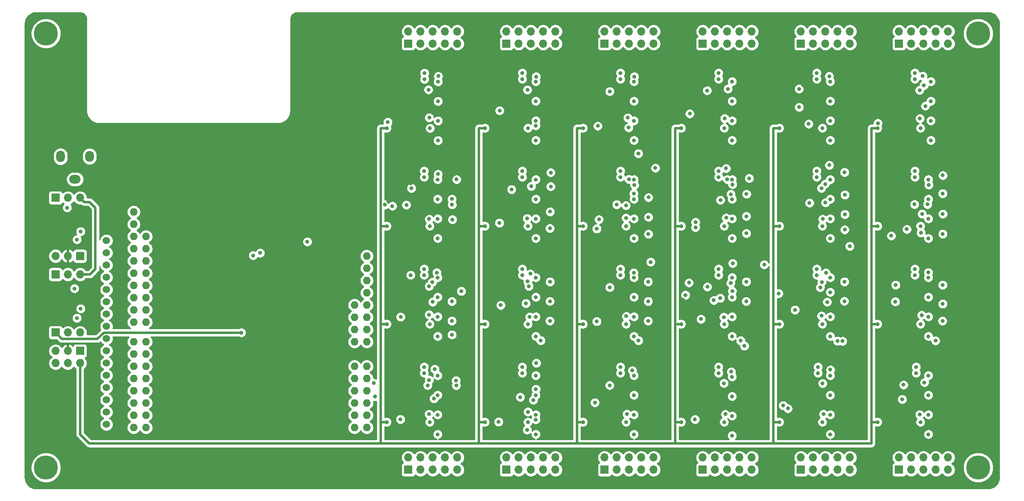
<source format=gbr>
G04 #@! TF.GenerationSoftware,KiCad,Pcbnew,5.1.6-c6e7f7d~86~ubuntu20.04.1*
G04 #@! TF.CreationDate,2020-05-29T21:03:45+02:00*
G04 #@! TF.ProjectId,Stork,53746f72-6b2e-46b6-9963-61645f706362,rev?*
G04 #@! TF.SameCoordinates,Original*
G04 #@! TF.FileFunction,Copper,L3,Inr*
G04 #@! TF.FilePolarity,Positive*
%FSLAX46Y46*%
G04 Gerber Fmt 4.6, Leading zero omitted, Abs format (unit mm)*
G04 Created by KiCad (PCBNEW 5.1.6-c6e7f7d~86~ubuntu20.04.1) date 2020-05-29 21:03:45*
%MOMM*%
%LPD*%
G01*
G04 APERTURE LIST*
G04 #@! TA.AperFunction,ViaPad*
%ADD10C,5.000000*%
G04 #@! TD*
G04 #@! TA.AperFunction,ViaPad*
%ADD11O,1.700000X1.700000*%
G04 #@! TD*
G04 #@! TA.AperFunction,ViaPad*
%ADD12R,1.700000X1.700000*%
G04 #@! TD*
G04 #@! TA.AperFunction,ViaPad*
%ADD13O,2.400000X1.800000*%
G04 #@! TD*
G04 #@! TA.AperFunction,ViaPad*
%ADD14O,1.800000X2.300000*%
G04 #@! TD*
G04 #@! TA.AperFunction,ViaPad*
%ADD15O,1.800000X2.400000*%
G04 #@! TD*
G04 #@! TA.AperFunction,ViaPad*
%ADD16C,1.524000*%
G04 #@! TD*
G04 #@! TA.AperFunction,ViaPad*
%ADD17O,1.600000X1.600000*%
G04 #@! TD*
G04 #@! TA.AperFunction,ViaPad*
%ADD18C,0.800000*%
G04 #@! TD*
G04 #@! TA.AperFunction,Conductor*
%ADD19C,0.250000*%
G04 #@! TD*
G04 #@! TA.AperFunction,Conductor*
%ADD20C,0.500000*%
G04 #@! TD*
G04 #@! TA.AperFunction,Conductor*
%ADD21C,0.254000*%
G04 #@! TD*
G04 APERTURE END LIST*
D10*
X245000000Y-125000000D03*
X245000000Y-35000000D03*
X52000000Y-125000000D03*
X52000000Y-35000000D03*
D11*
X137160000Y-34560000D03*
X137160000Y-37100000D03*
X134620000Y-34560000D03*
X134620000Y-37100000D03*
X132080000Y-34560000D03*
X132080000Y-37100000D03*
X129540000Y-34560000D03*
X129540000Y-37100000D03*
X127000000Y-34560000D03*
D12*
X127000000Y-37100000D03*
D11*
X238760000Y-122920000D03*
X238760000Y-125460000D03*
X236220000Y-122920000D03*
X236220000Y-125460000D03*
X233680000Y-122920000D03*
X233680000Y-125460000D03*
X231140000Y-122920000D03*
X231140000Y-125460000D03*
X228600000Y-122920000D03*
D12*
X228600000Y-125460000D03*
D11*
X218440000Y-122920000D03*
X218440000Y-125460000D03*
X215900000Y-122920000D03*
X215900000Y-125460000D03*
X213360000Y-122920000D03*
X213360000Y-125460000D03*
X210820000Y-122920000D03*
X210820000Y-125460000D03*
X208280000Y-122920000D03*
D12*
X208280000Y-125460000D03*
D11*
X198120000Y-122920000D03*
X198120000Y-125460000D03*
X195580000Y-122920000D03*
X195580000Y-125460000D03*
X193040000Y-122920000D03*
X193040000Y-125460000D03*
X190500000Y-122920000D03*
X190500000Y-125460000D03*
X187960000Y-122920000D03*
D12*
X187960000Y-125460000D03*
D11*
X177800000Y-122920000D03*
X177800000Y-125460000D03*
X175260000Y-122920000D03*
X175260000Y-125460000D03*
X172720000Y-122920000D03*
X172720000Y-125460000D03*
X170180000Y-122920000D03*
X170180000Y-125460000D03*
X167640000Y-122920000D03*
D12*
X167640000Y-125460000D03*
D11*
X157480000Y-122920000D03*
X157480000Y-125460000D03*
X154940000Y-122920000D03*
X154940000Y-125460000D03*
X152400000Y-122920000D03*
X152400000Y-125460000D03*
X149860000Y-122920000D03*
X149860000Y-125460000D03*
X147320000Y-122920000D03*
D12*
X147320000Y-125460000D03*
D11*
X137160000Y-122920000D03*
X137160000Y-125460000D03*
X134620000Y-122920000D03*
X134620000Y-125460000D03*
X132080000Y-122920000D03*
X132080000Y-125460000D03*
X129540000Y-122920000D03*
X129540000Y-125460000D03*
X127000000Y-122920000D03*
D12*
X127000000Y-125460000D03*
D11*
X238760000Y-34560000D03*
X238760000Y-37100000D03*
X236220000Y-34560000D03*
X236220000Y-37100000D03*
X233680000Y-34560000D03*
X233680000Y-37100000D03*
X231140000Y-34560000D03*
X231140000Y-37100000D03*
X228600000Y-34560000D03*
D12*
X228600000Y-37100000D03*
D11*
X218440000Y-34560000D03*
X218440000Y-37100000D03*
X215900000Y-34560000D03*
X215900000Y-37100000D03*
X213360000Y-34560000D03*
X213360000Y-37100000D03*
X210820000Y-34560000D03*
X210820000Y-37100000D03*
X208280000Y-34560000D03*
D12*
X208280000Y-37100000D03*
D11*
X198120000Y-34560000D03*
X198120000Y-37100000D03*
X195580000Y-34560000D03*
X195580000Y-37100000D03*
X193040000Y-34560000D03*
X193040000Y-37100000D03*
X190500000Y-34560000D03*
X190500000Y-37100000D03*
X187960000Y-34560000D03*
D12*
X187960000Y-37100000D03*
D11*
X177800000Y-34560000D03*
X177800000Y-37100000D03*
X175260000Y-34560000D03*
X175260000Y-37100000D03*
X172720000Y-34560000D03*
X172720000Y-37100000D03*
X170180000Y-34560000D03*
X170180000Y-37100000D03*
X167640000Y-34560000D03*
D12*
X167640000Y-37100000D03*
D11*
X157480000Y-34560000D03*
X157480000Y-37100000D03*
X154940000Y-34560000D03*
X154940000Y-37100000D03*
X152400000Y-34560000D03*
X152400000Y-37100000D03*
X149860000Y-34560000D03*
X149860000Y-37100000D03*
X147320000Y-34560000D03*
D12*
X147320000Y-37100000D03*
D11*
X59055000Y-84950000D03*
X56515000Y-84950000D03*
D12*
X53975000Y-84950000D03*
D11*
X53975000Y-81140000D03*
X56515000Y-81140000D03*
D12*
X59055000Y-81140000D03*
D11*
X59055000Y-97015000D03*
X56515000Y-97015000D03*
D12*
X53975000Y-97015000D03*
D11*
X59055000Y-69075000D03*
X56515000Y-69075000D03*
D12*
X53975000Y-69075000D03*
D11*
X53975000Y-103365000D03*
X53975000Y-100825000D03*
X56515000Y-103365000D03*
X56515000Y-100825000D03*
X59055000Y-103365000D03*
D12*
X59055000Y-100825000D03*
D13*
X58000000Y-65200000D03*
D14*
X61000000Y-60500000D03*
D15*
X55000000Y-60500000D03*
D16*
X64500000Y-77950000D03*
X64500000Y-80490000D03*
X64500000Y-83030000D03*
X64500000Y-85570000D03*
X64500000Y-88110000D03*
X64500000Y-90650000D03*
X64500000Y-93190000D03*
X64500000Y-95730000D03*
X64500000Y-98270000D03*
X64500000Y-100810000D03*
X64500000Y-103350000D03*
X64500000Y-105890000D03*
X64500000Y-108430000D03*
X64500000Y-110970000D03*
X64500000Y-113510000D03*
X64500000Y-116050000D03*
D17*
X70144000Y-114176000D03*
X70144000Y-116716000D03*
X70144000Y-74556000D03*
X70144000Y-77096000D03*
X70144000Y-79636000D03*
X70144000Y-82176000D03*
X70144000Y-84716000D03*
X70144000Y-87256000D03*
X70144000Y-89796000D03*
X70144000Y-92336000D03*
X70144000Y-98936000D03*
X70144000Y-101476000D03*
X70144000Y-104016000D03*
X70144000Y-106556000D03*
X70144000Y-109096000D03*
X70144000Y-111636000D03*
X70144000Y-94872000D03*
X70144000Y-72012000D03*
X72684000Y-116716000D03*
X72684000Y-114176000D03*
X72684000Y-111636000D03*
X72684000Y-109096000D03*
X72684000Y-106556000D03*
X72684000Y-104016000D03*
X72684000Y-101476000D03*
X72684000Y-98936000D03*
X72684000Y-94872000D03*
X72684000Y-92332000D03*
X72684000Y-89792000D03*
X72684000Y-87252000D03*
X72684000Y-84712000D03*
X72684000Y-82172000D03*
X72684000Y-79632000D03*
X72684000Y-77092000D03*
X115864000Y-116716000D03*
X115864000Y-114176000D03*
X115864000Y-111636000D03*
X115864000Y-109096000D03*
X115864000Y-106556000D03*
X115864000Y-104016000D03*
X115864000Y-98936000D03*
X115864000Y-96396000D03*
X115864000Y-93856000D03*
X115864000Y-91316000D03*
X118404000Y-116716000D03*
X118404000Y-114176000D03*
X118404000Y-111636000D03*
X118404000Y-109096000D03*
X118404000Y-106556000D03*
X118404000Y-104016000D03*
X118404000Y-98936000D03*
X118404000Y-96396000D03*
X118404000Y-93856000D03*
X118404000Y-91316000D03*
X118404000Y-88776000D03*
X118404000Y-86236000D03*
X118404000Y-83696000D03*
X118404000Y-81156000D03*
D18*
X58400000Y-94000000D03*
X58420000Y-77724000D03*
X56388000Y-71120000D03*
X57912000Y-87884000D03*
X133096000Y-85598000D03*
X133096000Y-114046000D03*
X133096000Y-105918000D03*
X133096000Y-93726000D03*
X59182000Y-76060000D03*
X59182000Y-92062000D03*
X133096000Y-118110000D03*
X133096000Y-109982000D03*
X130302000Y-104140000D03*
X130302000Y-105410000D03*
X153416000Y-118110000D03*
X153416000Y-114046000D03*
X153416000Y-109982000D03*
X153416000Y-105918000D03*
X150622000Y-105410000D03*
X150622000Y-104140000D03*
X170942000Y-105410000D03*
X170942000Y-104140000D03*
X173736000Y-105918000D03*
X173736000Y-109982000D03*
X173736000Y-114046000D03*
X173736000Y-118110000D03*
X194056000Y-118364000D03*
X194056000Y-114300000D03*
X194056000Y-110236000D03*
X194056000Y-106172000D03*
X191262000Y-105410000D03*
X191262000Y-104140000D03*
X211836000Y-105410000D03*
X211836000Y-104140000D03*
X214376000Y-105918000D03*
X214376000Y-109982000D03*
X214376000Y-114046000D03*
X214376000Y-118110000D03*
X234696000Y-118110000D03*
X234696000Y-114046000D03*
X234696000Y-109982000D03*
X232156000Y-105410000D03*
X232156000Y-104140000D03*
X234696000Y-105918000D03*
X231902000Y-85090000D03*
X231902000Y-83820000D03*
X234696000Y-85598000D03*
X234696000Y-89662000D03*
X234696000Y-93726000D03*
X234696000Y-97790000D03*
X214376000Y-97790000D03*
X214376000Y-93726000D03*
X214376000Y-88646000D03*
X214376000Y-85598000D03*
X211582000Y-83820000D03*
X211582000Y-85090000D03*
X194056000Y-97790000D03*
X194056000Y-93726000D03*
X194056000Y-89662000D03*
X194056000Y-85598000D03*
X191262000Y-83820000D03*
X191262000Y-85090000D03*
X173736000Y-97790000D03*
X173736000Y-93726000D03*
X173736000Y-89662000D03*
X173736000Y-85598000D03*
X170942000Y-83820000D03*
X170942000Y-85090000D03*
X153416000Y-97790000D03*
X153416000Y-93726000D03*
X153416000Y-89662000D03*
X153416000Y-85598000D03*
X150622000Y-85090000D03*
X150622000Y-83820000D03*
X133096000Y-97790000D03*
X133096000Y-89662000D03*
X130302000Y-85090000D03*
X130302000Y-83820000D03*
X130302000Y-64770000D03*
X130302000Y-63500000D03*
X133096000Y-65278000D03*
X133096000Y-69342000D03*
X133096000Y-73406000D03*
X133096000Y-77470000D03*
X153416000Y-77470000D03*
X153416000Y-73406000D03*
X153416000Y-69342000D03*
X150622000Y-64770000D03*
X150622000Y-63500000D03*
X153416000Y-65278000D03*
X170942000Y-64770000D03*
X170942000Y-63500000D03*
X173736000Y-65278000D03*
X173736000Y-69342000D03*
X173736000Y-73406000D03*
X173736000Y-77470000D03*
X194056000Y-77470000D03*
X191262000Y-64770000D03*
X191262000Y-63500000D03*
X194056000Y-73406000D03*
X194056000Y-69342000D03*
X194056000Y-65278000D03*
X211582000Y-64770000D03*
X211582000Y-63500000D03*
X214376000Y-65278000D03*
X214376000Y-69342000D03*
X214376000Y-73406000D03*
X214376000Y-77470000D03*
X234696000Y-77470000D03*
X234696000Y-73406000D03*
X231902000Y-64770000D03*
X231902000Y-63500000D03*
X234696000Y-69342000D03*
X234696000Y-65278000D03*
X235204000Y-57150000D03*
X235204000Y-53086000D03*
X235204000Y-49022000D03*
X235204000Y-44958000D03*
X231902000Y-43180000D03*
X231902000Y-44450000D03*
X214376000Y-57150000D03*
X214376000Y-53086000D03*
X214376000Y-49022000D03*
X214376000Y-44958000D03*
X211582000Y-43180000D03*
X211582000Y-44450000D03*
X194056000Y-57150000D03*
X194056000Y-53086000D03*
X194056000Y-49022000D03*
X194056000Y-44958000D03*
X191262000Y-43180000D03*
X191262000Y-44450000D03*
X173736000Y-57150000D03*
X173736000Y-53086000D03*
X173736000Y-49022000D03*
X173736000Y-44958000D03*
X170942000Y-44450000D03*
X170942000Y-43180000D03*
X153416000Y-57150000D03*
X153416000Y-53086000D03*
X153416000Y-49022000D03*
X153416000Y-44958000D03*
X150622000Y-44450000D03*
X150622000Y-43180000D03*
X133160000Y-49032000D03*
X130366000Y-44460000D03*
X130366000Y-43190000D03*
X133160000Y-57160000D03*
X133160000Y-53096000D03*
X133160000Y-44968000D03*
X151765000Y-74930000D03*
X172085000Y-74930000D03*
X192405000Y-74930000D03*
X212725000Y-74930000D03*
X233045000Y-74930000D03*
X233045000Y-54610000D03*
X212725000Y-54610000D03*
X192405000Y-54610000D03*
X172635000Y-54500000D03*
X151765000Y-54610000D03*
X131509000Y-54620000D03*
X131445000Y-74930000D03*
X131445000Y-115570000D03*
X131445000Y-95250000D03*
X151765000Y-95250000D03*
X172085000Y-95250000D03*
X192405000Y-95250000D03*
X212725000Y-95250000D03*
X233045000Y-95250000D03*
X233045000Y-115570000D03*
X212725000Y-115570000D03*
X192405000Y-115570000D03*
X172085000Y-115570000D03*
X151765000Y-115570000D03*
X133212900Y-43836900D03*
X122760900Y-53377000D03*
X131346200Y-52451800D03*
X131183800Y-46650500D03*
X153467400Y-43938700D03*
X145910000Y-50978000D03*
X153393600Y-54102000D03*
X151663200Y-46661600D03*
X173822600Y-43931800D03*
X166238900Y-54162600D03*
X172463200Y-52464600D03*
X168710000Y-46997600D03*
X193171700Y-46471500D03*
X185286500Y-51617600D03*
X192519100Y-52629500D03*
X188852200Y-46819600D03*
X214146900Y-43852400D03*
X207938300Y-50272300D03*
X209895100Y-53737500D03*
X207920800Y-46478600D03*
X224224200Y-53584500D03*
X233521100Y-43815000D03*
X234044500Y-50038000D03*
X233765900Y-45735300D03*
X232866200Y-46745300D03*
X232928700Y-52627300D03*
X133143400Y-64155100D03*
X126612600Y-70540800D03*
X127648600Y-67065300D03*
X131326000Y-73473000D03*
X152478300Y-66684300D03*
X145878900Y-74280000D03*
X151615800Y-73351100D03*
X148379900Y-67321500D03*
X172712800Y-65204800D03*
X166484600Y-73553800D03*
X173690500Y-68169800D03*
X166025300Y-75473800D03*
X173843300Y-66431500D03*
X170151300Y-70471400D03*
X172068700Y-73238400D03*
X172074100Y-70657200D03*
X193050600Y-65254700D03*
X186461700Y-74122900D03*
X193797500Y-68330800D03*
X186467500Y-75193600D03*
X194130900Y-66294000D03*
X191628900Y-69540300D03*
X192814800Y-73213000D03*
X192797600Y-62965500D03*
X214164300Y-62300600D03*
X210070500Y-70132000D03*
X213374600Y-70067400D03*
X213300100Y-66210000D03*
X212803700Y-73474400D03*
X212547900Y-67065300D03*
X233383300Y-72413000D03*
X230216300Y-75580000D03*
X234741800Y-66381700D03*
X226997800Y-76945600D03*
X231813100Y-70422300D03*
X233166000Y-76317800D03*
X234506300Y-70430000D03*
X132887300Y-84578200D03*
X125432200Y-93761300D03*
X132058200Y-90658400D03*
X131955800Y-86564100D03*
X131323000Y-87385300D03*
X131320900Y-93300000D03*
X152262100Y-84810900D03*
X146156000Y-91324800D03*
X151347500Y-90945500D03*
X151729900Y-86373800D03*
X152140200Y-93768600D03*
X151972900Y-87385300D03*
X173683000Y-84592800D03*
X166024800Y-94688300D03*
X172146800Y-93628800D03*
X168709700Y-87636800D03*
X194083400Y-88400500D03*
X187594500Y-94217000D03*
X194180800Y-82647800D03*
X190253500Y-90325700D03*
X193743900Y-86764600D03*
X191565200Y-89879000D03*
X192320500Y-93799100D03*
X188932500Y-87529800D03*
X193874700Y-105143000D03*
X186373300Y-115009100D03*
X192645500Y-113934400D03*
X192358700Y-107523100D03*
X214388700Y-104713500D03*
X205595600Y-112761800D03*
X212965500Y-113917700D03*
X212786300Y-107543000D03*
X233871500Y-107348700D03*
X229260900Y-110858500D03*
X229547500Y-107849000D03*
X232882800Y-114015900D03*
X173395100Y-104887900D03*
X165641300Y-111522300D03*
X172285300Y-113919700D03*
X168695700Y-107940800D03*
X234656400Y-84551900D03*
X227828800Y-90600000D03*
X233285500Y-93389900D03*
X227915900Y-87149200D03*
X213476000Y-84613500D03*
X207056500Y-92316200D03*
X213737500Y-90678000D03*
X212631100Y-86530000D03*
X212555400Y-93543000D03*
X212296300Y-87642500D03*
X132505100Y-104593600D03*
X125383500Y-115000900D03*
X132334900Y-110707400D03*
X131337300Y-106850000D03*
X131311500Y-113931200D03*
X131005800Y-107955900D03*
X145713600Y-115523000D03*
X153425300Y-108728000D03*
X153520500Y-103336800D03*
X150185000Y-110405500D03*
X151615600Y-117184400D03*
X152906600Y-110998000D03*
X153388700Y-115062000D03*
X151779300Y-113452600D03*
X137003000Y-65255000D03*
X136050000Y-69319000D03*
X136072700Y-70484000D03*
X136141000Y-73578300D03*
X156495900Y-63829200D03*
X156495900Y-66723800D03*
X156368300Y-71949400D03*
X156322700Y-75387700D03*
X178150500Y-62884000D03*
X176734500Y-68982300D03*
X176713000Y-73074200D03*
X176713100Y-76578100D03*
X197574800Y-65023300D03*
X197032200Y-68293900D03*
X196989400Y-72894500D03*
X197018600Y-76435700D03*
X217336900Y-63765900D03*
X217385000Y-68455800D03*
X217385000Y-72501400D03*
X217364700Y-75675200D03*
X237672600Y-64408400D03*
X237659000Y-68175300D03*
X237670900Y-72419100D03*
X237662300Y-76550200D03*
X137979100Y-88426100D03*
X136028100Y-90539100D03*
X136020600Y-94595600D03*
X136057300Y-97458900D03*
X156344700Y-86471700D03*
X156324700Y-90515700D03*
X156328200Y-94583100D03*
X154420500Y-98665700D03*
X176658000Y-86465000D03*
X176658000Y-90529000D03*
X176654200Y-94589200D03*
X174663600Y-98665700D03*
X196984600Y-86471600D03*
X196973500Y-90524500D03*
X196601200Y-99781500D03*
X195812400Y-98679300D03*
X217302700Y-86469700D03*
X217289500Y-90497500D03*
X216906700Y-98791500D03*
X215879200Y-98763900D03*
X96336800Y-80498600D03*
X127508000Y-85090000D03*
X174628700Y-59871400D03*
X122165800Y-70496900D03*
X123717900Y-70775900D03*
X94886100Y-81018700D03*
X185120400Y-86681100D03*
X200692000Y-82910300D03*
X106105600Y-78166800D03*
X218397800Y-79098100D03*
X184387000Y-89243100D03*
X203688100Y-88900000D03*
X177171000Y-82372000D03*
X120114000Y-110270700D03*
X136905200Y-106973400D03*
X119836900Y-107499500D03*
X136943800Y-107973900D03*
X204624900Y-112142500D03*
X237645300Y-87134600D03*
X237645300Y-91057000D03*
X237610400Y-94585400D03*
X236162000Y-98692700D03*
X127508000Y-105410000D03*
X127508000Y-104140000D03*
X147828000Y-106680000D03*
X147828000Y-105410000D03*
X147828000Y-104140000D03*
X143256000Y-110490000D03*
X143256000Y-107950000D03*
X168148000Y-105410000D03*
X168148000Y-104140000D03*
X163576000Y-110490000D03*
X163576000Y-107950000D03*
X183896000Y-110490000D03*
X183896000Y-107950000D03*
X188468000Y-106680000D03*
X188468000Y-105410000D03*
X188468000Y-104140000D03*
X204216000Y-110490000D03*
X204216000Y-107950000D03*
X208788000Y-106680000D03*
X208788000Y-105410000D03*
X208788000Y-104140000D03*
X229108000Y-106680000D03*
X224790000Y-110490000D03*
X224790000Y-107950000D03*
X229108000Y-105410000D03*
X229108000Y-104140000D03*
X224536000Y-90170000D03*
X224536000Y-87630000D03*
X229108000Y-86360000D03*
X229108000Y-85090000D03*
X229108000Y-83820000D03*
X208788000Y-86360000D03*
X208788000Y-85090000D03*
X208788000Y-83820000D03*
X204216000Y-90170000D03*
X204216000Y-87630000D03*
X188468000Y-86360000D03*
X188468000Y-85090000D03*
X188468000Y-83820000D03*
X183896000Y-90170000D03*
X183896000Y-87630000D03*
X163576000Y-90170000D03*
X163576000Y-87630000D03*
X168148000Y-85090000D03*
X168148000Y-83820000D03*
X143256000Y-90170000D03*
X143256000Y-87630000D03*
X147828000Y-86360000D03*
X147828000Y-85090000D03*
X147828000Y-83820000D03*
X127508000Y-86360000D03*
X123444000Y-90170000D03*
X123444000Y-87630000D03*
X127508000Y-83820000D03*
X127508000Y-66040000D03*
X127508000Y-63500000D03*
X127508000Y-64770000D03*
X122936000Y-69850000D03*
X122936000Y-67310000D03*
X143256000Y-69850000D03*
X143256000Y-67310000D03*
X147828000Y-66040000D03*
X147828000Y-64770000D03*
X147828000Y-63500000D03*
X168148000Y-66040000D03*
X168148000Y-64770000D03*
X168148000Y-63500000D03*
X163576000Y-69850000D03*
X163576000Y-67310000D03*
X183896000Y-69850000D03*
X183896000Y-67310000D03*
X188468000Y-66040000D03*
X188468000Y-64770000D03*
X188468000Y-63500000D03*
X204216000Y-69850000D03*
X204216000Y-67310000D03*
X208788000Y-66294000D03*
X208788000Y-64770000D03*
X208788000Y-63500000D03*
X224536000Y-69850000D03*
X224536000Y-67310000D03*
X229108000Y-66294000D03*
X229108000Y-64770000D03*
X229108000Y-63500000D03*
X229108000Y-45720000D03*
X208788000Y-45720000D03*
X188468000Y-45720000D03*
X188468000Y-44450000D03*
X188468000Y-43180000D03*
X168148000Y-45720000D03*
X168148000Y-44450000D03*
X168148000Y-43180000D03*
X147828000Y-45720000D03*
X147828000Y-44450000D03*
X147828000Y-43180000D03*
X127572000Y-45984000D03*
X127572000Y-44460000D03*
X127572000Y-43190000D03*
X229108000Y-44450000D03*
X229108000Y-43180000D03*
X225044000Y-49530000D03*
X225044000Y-46990000D03*
X208788000Y-44450000D03*
X208788000Y-43180000D03*
X204216000Y-49530000D03*
X204216000Y-46990000D03*
X184404000Y-49530000D03*
X184404000Y-46990000D03*
X164084000Y-49530000D03*
X164084000Y-46990000D03*
X143256000Y-49530000D03*
X143256000Y-46990000D03*
X123000000Y-47000000D03*
X123000000Y-49540000D03*
X122936000Y-110490000D03*
X122936000Y-107950000D03*
X127508000Y-106680000D03*
X122555000Y-74930000D03*
X224155000Y-95250000D03*
X203835000Y-74930000D03*
X183515000Y-74930000D03*
X163195000Y-74930000D03*
X142875000Y-74930000D03*
X142875000Y-54610000D03*
X163195000Y-54610000D03*
X183515000Y-54610000D03*
X203835000Y-54610000D03*
X224155000Y-115570000D03*
X224155000Y-54610000D03*
X224155000Y-74930000D03*
X122555000Y-54610000D03*
X142875000Y-95250000D03*
X163195000Y-95250000D03*
X183515000Y-95250000D03*
X203835000Y-95250000D03*
X142875000Y-115570000D03*
X163195000Y-115570000D03*
X183515000Y-115570000D03*
X203835000Y-115570000D03*
X122555000Y-115570000D03*
X122555000Y-95250000D03*
X92456000Y-97028000D03*
D19*
X182245000Y-58224800D02*
X182329000Y-58140800D01*
X182329000Y-58140800D02*
X182329000Y-54610000D01*
D20*
X182245000Y-58224800D02*
X182245000Y-54610000D01*
X182245000Y-74930000D02*
X182245000Y-58224800D01*
X161925000Y-76284000D02*
X161925000Y-74930000D01*
X161925000Y-76835000D02*
X161925000Y-76284000D01*
X202565000Y-120015000D02*
X222885000Y-120015000D01*
X222885000Y-120015000D02*
X222885000Y-115570000D01*
X201930000Y-120015000D02*
X202565000Y-120015000D01*
X121285000Y-74930000D02*
X121285000Y-54610000D01*
X121285000Y-54610000D02*
X122555000Y-54610000D01*
X122555000Y-74930000D02*
X121285000Y-74930000D01*
X222885000Y-95250000D02*
X222885000Y-74930000D01*
X222885000Y-115570000D02*
X222885000Y-95250000D01*
X202565000Y-74930000D02*
X202565000Y-95250000D01*
X203835000Y-54610000D02*
X202565000Y-54610000D01*
X202565000Y-54610000D02*
X202565000Y-74930000D01*
X182245000Y-95250000D02*
X182245000Y-74930000D01*
X161925000Y-74930000D02*
X161925000Y-54610000D01*
X161925000Y-54610000D02*
X163195000Y-54610000D01*
X163195000Y-74930000D02*
X161925000Y-74930000D01*
X141605000Y-74930000D02*
X141605000Y-54610000D01*
X141605000Y-54610000D02*
X142875000Y-54610000D01*
X142875000Y-74930000D02*
X141605000Y-74930000D01*
X222885000Y-74930000D02*
X222885000Y-54610000D01*
X222885000Y-54610000D02*
X224155000Y-54610000D01*
X224155000Y-74930000D02*
X222885000Y-74930000D01*
X141605000Y-95250000D02*
X141605000Y-74930000D01*
X141605000Y-115570000D02*
X141605000Y-95250000D01*
X161925000Y-95250000D02*
X161925000Y-76835000D01*
X163195000Y-95250000D02*
X161925000Y-95250000D01*
X182245000Y-115570000D02*
X182245000Y-95250000D01*
X202565000Y-95250000D02*
X202565000Y-115570000D01*
X141605000Y-120015000D02*
X141605000Y-115570000D01*
X161925000Y-115570000D02*
X161925000Y-95250000D01*
X163195000Y-115570000D02*
X161925000Y-115570000D01*
X182245000Y-120015000D02*
X182245000Y-115570000D01*
X121285000Y-115570000D02*
X121285000Y-95250000D01*
X121285000Y-120015000D02*
X121285000Y-115570000D01*
X121285000Y-95250000D02*
X121285000Y-74930000D01*
X122555000Y-95250000D02*
X121285000Y-95250000D01*
X203835000Y-74930000D02*
X202565000Y-74930000D01*
X203835000Y-95250000D02*
X202565000Y-95250000D01*
X202565000Y-120015000D02*
X202565000Y-115570000D01*
X203835000Y-115570000D02*
X202565000Y-115570000D01*
X161925000Y-120015000D02*
X161925000Y-115570000D01*
X161925000Y-76835000D02*
X161925000Y-76284000D01*
X141605000Y-120015000D02*
X161925000Y-120015000D01*
X161925000Y-120015000D02*
X182245000Y-120015000D01*
X122555000Y-115570000D02*
X121285000Y-115570000D01*
X59055000Y-103365000D02*
X59055000Y-118110000D01*
X59055000Y-118110000D02*
X60960000Y-120015000D01*
X60960000Y-120015000D02*
X121285000Y-120015000D01*
X121285000Y-120015000D02*
X141605000Y-120015000D01*
X142875000Y-115570000D02*
X141605000Y-115570000D01*
X142875000Y-95250000D02*
X141605000Y-95250000D01*
X183515000Y-115570000D02*
X182245000Y-115570000D01*
X183515000Y-95250000D02*
X182245000Y-95250000D01*
X182245000Y-74930000D02*
X183515000Y-74930000D01*
X182329000Y-54610000D02*
X183515000Y-54610000D01*
X182245000Y-120015000D02*
X201930000Y-120015000D01*
X224155000Y-115570000D02*
X222885000Y-115570000D01*
X224155000Y-95250000D02*
X222885000Y-95250000D01*
X201930000Y-120015000D02*
X202565000Y-120015000D01*
X59055000Y-69075000D02*
X59905000Y-69925000D01*
X59905000Y-69925000D02*
X61035000Y-69925000D01*
X61035000Y-69925000D02*
X62230000Y-71120000D01*
X62230000Y-71120000D02*
X62230000Y-83820000D01*
X62230000Y-83820000D02*
X61100000Y-84950000D01*
X61100000Y-84950000D02*
X59055000Y-84950000D01*
X53975000Y-97015000D02*
X55275000Y-98315000D01*
X55275000Y-98315000D02*
X62661200Y-98315000D01*
X62661200Y-98315000D02*
X63948200Y-97028000D01*
X63948200Y-97028000D02*
X92456000Y-97028000D01*
D21*
G36*
X59259659Y-30688625D02*
G01*
X59509429Y-30764035D01*
X59739792Y-30886522D01*
X59941980Y-31051422D01*
X60108286Y-31252450D01*
X60232378Y-31481954D01*
X60309531Y-31731195D01*
X60340001Y-32021098D01*
X60340000Y-51032418D01*
X60342852Y-51061372D01*
X60342765Y-51073781D01*
X60343665Y-51082952D01*
X60384466Y-51471145D01*
X60396487Y-51529708D01*
X60407702Y-51588501D01*
X60410366Y-51597323D01*
X60525790Y-51970198D01*
X60548975Y-52025353D01*
X60571379Y-52080806D01*
X60575706Y-52088943D01*
X60761357Y-52432298D01*
X60794780Y-52481849D01*
X60827562Y-52531946D01*
X60833387Y-52539087D01*
X61082194Y-52839841D01*
X61124629Y-52881981D01*
X61166492Y-52924730D01*
X61173592Y-52930604D01*
X61476077Y-53177305D01*
X61525904Y-53210409D01*
X61575259Y-53244204D01*
X61583365Y-53248587D01*
X61928007Y-53431837D01*
X61983311Y-53454631D01*
X62038295Y-53478198D01*
X62047098Y-53480923D01*
X62420770Y-53593741D01*
X62479458Y-53605361D01*
X62537961Y-53617797D01*
X62547126Y-53618760D01*
X62935595Y-53656850D01*
X62935598Y-53656850D01*
X62967581Y-53660000D01*
X100032419Y-53660000D01*
X100061373Y-53657148D01*
X100073781Y-53657235D01*
X100082952Y-53656335D01*
X100471145Y-53615534D01*
X100529708Y-53603513D01*
X100588501Y-53592298D01*
X100597323Y-53589634D01*
X100970198Y-53474210D01*
X101025353Y-53451025D01*
X101080806Y-53428621D01*
X101088943Y-53424294D01*
X101432298Y-53238643D01*
X101481849Y-53205220D01*
X101531946Y-53172438D01*
X101539087Y-53166613D01*
X101839841Y-52917806D01*
X101881981Y-52875371D01*
X101924730Y-52833508D01*
X101930604Y-52826408D01*
X102177305Y-52523923D01*
X102210409Y-52474096D01*
X102244204Y-52424741D01*
X102248587Y-52416635D01*
X102431837Y-52071993D01*
X102454631Y-52016689D01*
X102478198Y-51961705D01*
X102480923Y-51952902D01*
X102593741Y-51579230D01*
X102605361Y-51520542D01*
X102617797Y-51462039D01*
X102618760Y-51452874D01*
X102656850Y-51064405D01*
X102656850Y-51064402D01*
X102660000Y-51032419D01*
X102660000Y-50876061D01*
X144875000Y-50876061D01*
X144875000Y-51079939D01*
X144914774Y-51279898D01*
X144992795Y-51468256D01*
X145106063Y-51637774D01*
X145250226Y-51781937D01*
X145419744Y-51895205D01*
X145608102Y-51973226D01*
X145808061Y-52013000D01*
X146011939Y-52013000D01*
X146211898Y-51973226D01*
X146400256Y-51895205D01*
X146569774Y-51781937D01*
X146713937Y-51637774D01*
X146827205Y-51468256D01*
X146905226Y-51279898D01*
X146945000Y-51079939D01*
X146945000Y-50876061D01*
X146905226Y-50676102D01*
X146827205Y-50487744D01*
X146713937Y-50318226D01*
X146569774Y-50174063D01*
X146564234Y-50170361D01*
X206903300Y-50170361D01*
X206903300Y-50374239D01*
X206943074Y-50574198D01*
X207021095Y-50762556D01*
X207134363Y-50932074D01*
X207278526Y-51076237D01*
X207448044Y-51189505D01*
X207636402Y-51267526D01*
X207836361Y-51307300D01*
X208040239Y-51307300D01*
X208240198Y-51267526D01*
X208428556Y-51189505D01*
X208598074Y-51076237D01*
X208742237Y-50932074D01*
X208855505Y-50762556D01*
X208933526Y-50574198D01*
X208973300Y-50374239D01*
X208973300Y-50170361D01*
X208933526Y-49970402D01*
X208855505Y-49782044D01*
X208742237Y-49612526D01*
X208598074Y-49468363D01*
X208428556Y-49355095D01*
X208240198Y-49277074D01*
X208040239Y-49237300D01*
X207836361Y-49237300D01*
X207636402Y-49277074D01*
X207448044Y-49355095D01*
X207278526Y-49468363D01*
X207134363Y-49612526D01*
X207021095Y-49782044D01*
X206943074Y-49970402D01*
X206903300Y-50170361D01*
X146564234Y-50170361D01*
X146400256Y-50060795D01*
X146211898Y-49982774D01*
X146011939Y-49943000D01*
X145808061Y-49943000D01*
X145608102Y-49982774D01*
X145419744Y-50060795D01*
X145250226Y-50174063D01*
X145106063Y-50318226D01*
X144992795Y-50487744D01*
X144914774Y-50676102D01*
X144875000Y-50876061D01*
X102660000Y-50876061D01*
X102660000Y-48930061D01*
X132125000Y-48930061D01*
X132125000Y-49133939D01*
X132164774Y-49333898D01*
X132242795Y-49522256D01*
X132356063Y-49691774D01*
X132500226Y-49835937D01*
X132669744Y-49949205D01*
X132858102Y-50027226D01*
X133058061Y-50067000D01*
X133261939Y-50067000D01*
X133461898Y-50027226D01*
X133650256Y-49949205D01*
X133819774Y-49835937D01*
X133963937Y-49691774D01*
X134077205Y-49522256D01*
X134155226Y-49333898D01*
X134195000Y-49133939D01*
X134195000Y-48930061D01*
X134193011Y-48920061D01*
X152381000Y-48920061D01*
X152381000Y-49123939D01*
X152420774Y-49323898D01*
X152498795Y-49512256D01*
X152612063Y-49681774D01*
X152756226Y-49825937D01*
X152925744Y-49939205D01*
X153114102Y-50017226D01*
X153314061Y-50057000D01*
X153517939Y-50057000D01*
X153717898Y-50017226D01*
X153906256Y-49939205D01*
X154075774Y-49825937D01*
X154219937Y-49681774D01*
X154333205Y-49512256D01*
X154411226Y-49323898D01*
X154451000Y-49123939D01*
X154451000Y-48920061D01*
X172701000Y-48920061D01*
X172701000Y-49123939D01*
X172740774Y-49323898D01*
X172818795Y-49512256D01*
X172932063Y-49681774D01*
X173076226Y-49825937D01*
X173245744Y-49939205D01*
X173434102Y-50017226D01*
X173634061Y-50057000D01*
X173837939Y-50057000D01*
X174037898Y-50017226D01*
X174226256Y-49939205D01*
X174395774Y-49825937D01*
X174539937Y-49681774D01*
X174653205Y-49512256D01*
X174731226Y-49323898D01*
X174771000Y-49123939D01*
X174771000Y-48920061D01*
X193021000Y-48920061D01*
X193021000Y-49123939D01*
X193060774Y-49323898D01*
X193138795Y-49512256D01*
X193252063Y-49681774D01*
X193396226Y-49825937D01*
X193565744Y-49939205D01*
X193754102Y-50017226D01*
X193954061Y-50057000D01*
X194157939Y-50057000D01*
X194357898Y-50017226D01*
X194546256Y-49939205D01*
X194715774Y-49825937D01*
X194859937Y-49681774D01*
X194973205Y-49512256D01*
X195051226Y-49323898D01*
X195091000Y-49123939D01*
X195091000Y-48920061D01*
X213341000Y-48920061D01*
X213341000Y-49123939D01*
X213380774Y-49323898D01*
X213458795Y-49512256D01*
X213572063Y-49681774D01*
X213716226Y-49825937D01*
X213885744Y-49939205D01*
X214074102Y-50017226D01*
X214274061Y-50057000D01*
X214477939Y-50057000D01*
X214677898Y-50017226D01*
X214866256Y-49939205D01*
X214870961Y-49936061D01*
X233009500Y-49936061D01*
X233009500Y-50139939D01*
X233049274Y-50339898D01*
X233127295Y-50528256D01*
X233240563Y-50697774D01*
X233384726Y-50841937D01*
X233554244Y-50955205D01*
X233742602Y-51033226D01*
X233942561Y-51073000D01*
X234146439Y-51073000D01*
X234346398Y-51033226D01*
X234534756Y-50955205D01*
X234704274Y-50841937D01*
X234848437Y-50697774D01*
X234961705Y-50528256D01*
X235039726Y-50339898D01*
X235079500Y-50139939D01*
X235079500Y-50052512D01*
X235102061Y-50057000D01*
X235305939Y-50057000D01*
X235505898Y-50017226D01*
X235694256Y-49939205D01*
X235863774Y-49825937D01*
X236007937Y-49681774D01*
X236121205Y-49512256D01*
X236199226Y-49323898D01*
X236239000Y-49123939D01*
X236239000Y-48920061D01*
X236199226Y-48720102D01*
X236121205Y-48531744D01*
X236007937Y-48362226D01*
X235863774Y-48218063D01*
X235694256Y-48104795D01*
X235505898Y-48026774D01*
X235305939Y-47987000D01*
X235102061Y-47987000D01*
X234902102Y-48026774D01*
X234713744Y-48104795D01*
X234544226Y-48218063D01*
X234400063Y-48362226D01*
X234286795Y-48531744D01*
X234208774Y-48720102D01*
X234169000Y-48920061D01*
X234169000Y-49007488D01*
X234146439Y-49003000D01*
X233942561Y-49003000D01*
X233742602Y-49042774D01*
X233554244Y-49120795D01*
X233384726Y-49234063D01*
X233240563Y-49378226D01*
X233127295Y-49547744D01*
X233049274Y-49736102D01*
X233009500Y-49936061D01*
X214870961Y-49936061D01*
X215035774Y-49825937D01*
X215179937Y-49681774D01*
X215293205Y-49512256D01*
X215371226Y-49323898D01*
X215411000Y-49123939D01*
X215411000Y-48920061D01*
X215371226Y-48720102D01*
X215293205Y-48531744D01*
X215179937Y-48362226D01*
X215035774Y-48218063D01*
X214866256Y-48104795D01*
X214677898Y-48026774D01*
X214477939Y-47987000D01*
X214274061Y-47987000D01*
X214074102Y-48026774D01*
X213885744Y-48104795D01*
X213716226Y-48218063D01*
X213572063Y-48362226D01*
X213458795Y-48531744D01*
X213380774Y-48720102D01*
X213341000Y-48920061D01*
X195091000Y-48920061D01*
X195051226Y-48720102D01*
X194973205Y-48531744D01*
X194859937Y-48362226D01*
X194715774Y-48218063D01*
X194546256Y-48104795D01*
X194357898Y-48026774D01*
X194157939Y-47987000D01*
X193954061Y-47987000D01*
X193754102Y-48026774D01*
X193565744Y-48104795D01*
X193396226Y-48218063D01*
X193252063Y-48362226D01*
X193138795Y-48531744D01*
X193060774Y-48720102D01*
X193021000Y-48920061D01*
X174771000Y-48920061D01*
X174731226Y-48720102D01*
X174653205Y-48531744D01*
X174539937Y-48362226D01*
X174395774Y-48218063D01*
X174226256Y-48104795D01*
X174037898Y-48026774D01*
X173837939Y-47987000D01*
X173634061Y-47987000D01*
X173434102Y-48026774D01*
X173245744Y-48104795D01*
X173076226Y-48218063D01*
X172932063Y-48362226D01*
X172818795Y-48531744D01*
X172740774Y-48720102D01*
X172701000Y-48920061D01*
X154451000Y-48920061D01*
X154411226Y-48720102D01*
X154333205Y-48531744D01*
X154219937Y-48362226D01*
X154075774Y-48218063D01*
X153906256Y-48104795D01*
X153717898Y-48026774D01*
X153517939Y-47987000D01*
X153314061Y-47987000D01*
X153114102Y-48026774D01*
X152925744Y-48104795D01*
X152756226Y-48218063D01*
X152612063Y-48362226D01*
X152498795Y-48531744D01*
X152420774Y-48720102D01*
X152381000Y-48920061D01*
X134193011Y-48920061D01*
X134155226Y-48730102D01*
X134077205Y-48541744D01*
X133963937Y-48372226D01*
X133819774Y-48228063D01*
X133650256Y-48114795D01*
X133461898Y-48036774D01*
X133261939Y-47997000D01*
X133058061Y-47997000D01*
X132858102Y-48036774D01*
X132669744Y-48114795D01*
X132500226Y-48228063D01*
X132356063Y-48372226D01*
X132242795Y-48541744D01*
X132164774Y-48730102D01*
X132125000Y-48930061D01*
X102660000Y-48930061D01*
X102660000Y-46548561D01*
X130148800Y-46548561D01*
X130148800Y-46752439D01*
X130188574Y-46952398D01*
X130266595Y-47140756D01*
X130379863Y-47310274D01*
X130524026Y-47454437D01*
X130693544Y-47567705D01*
X130881902Y-47645726D01*
X131081861Y-47685500D01*
X131285739Y-47685500D01*
X131485698Y-47645726D01*
X131674056Y-47567705D01*
X131843574Y-47454437D01*
X131987737Y-47310274D01*
X132101005Y-47140756D01*
X132179026Y-46952398D01*
X132218800Y-46752439D01*
X132218800Y-46559661D01*
X150628200Y-46559661D01*
X150628200Y-46763539D01*
X150667974Y-46963498D01*
X150745995Y-47151856D01*
X150859263Y-47321374D01*
X151003426Y-47465537D01*
X151172944Y-47578805D01*
X151361302Y-47656826D01*
X151561261Y-47696600D01*
X151765139Y-47696600D01*
X151965098Y-47656826D01*
X152153456Y-47578805D01*
X152322974Y-47465537D01*
X152467137Y-47321374D01*
X152580405Y-47151856D01*
X152658426Y-46963498D01*
X152671919Y-46895661D01*
X167675000Y-46895661D01*
X167675000Y-47099539D01*
X167714774Y-47299498D01*
X167792795Y-47487856D01*
X167906063Y-47657374D01*
X168050226Y-47801537D01*
X168219744Y-47914805D01*
X168408102Y-47992826D01*
X168608061Y-48032600D01*
X168811939Y-48032600D01*
X169011898Y-47992826D01*
X169200256Y-47914805D01*
X169369774Y-47801537D01*
X169513937Y-47657374D01*
X169627205Y-47487856D01*
X169705226Y-47299498D01*
X169745000Y-47099539D01*
X169745000Y-46895661D01*
X169709594Y-46717661D01*
X187817200Y-46717661D01*
X187817200Y-46921539D01*
X187856974Y-47121498D01*
X187934995Y-47309856D01*
X188048263Y-47479374D01*
X188192426Y-47623537D01*
X188361944Y-47736805D01*
X188550302Y-47814826D01*
X188750261Y-47854600D01*
X188954139Y-47854600D01*
X189154098Y-47814826D01*
X189342456Y-47736805D01*
X189511974Y-47623537D01*
X189656137Y-47479374D01*
X189769405Y-47309856D01*
X189847426Y-47121498D01*
X189887200Y-46921539D01*
X189887200Y-46717661D01*
X189847426Y-46517702D01*
X189786064Y-46369561D01*
X192136700Y-46369561D01*
X192136700Y-46573439D01*
X192176474Y-46773398D01*
X192254495Y-46961756D01*
X192367763Y-47131274D01*
X192511926Y-47275437D01*
X192681444Y-47388705D01*
X192869802Y-47466726D01*
X193069761Y-47506500D01*
X193273639Y-47506500D01*
X193473598Y-47466726D01*
X193661956Y-47388705D01*
X193831474Y-47275437D01*
X193975637Y-47131274D01*
X194088905Y-46961756D01*
X194166926Y-46773398D01*
X194206700Y-46573439D01*
X194206700Y-46376661D01*
X206885800Y-46376661D01*
X206885800Y-46580539D01*
X206925574Y-46780498D01*
X207003595Y-46968856D01*
X207116863Y-47138374D01*
X207261026Y-47282537D01*
X207430544Y-47395805D01*
X207618902Y-47473826D01*
X207818861Y-47513600D01*
X208022739Y-47513600D01*
X208222698Y-47473826D01*
X208411056Y-47395805D01*
X208580574Y-47282537D01*
X208724737Y-47138374D01*
X208838005Y-46968856D01*
X208916026Y-46780498D01*
X208955800Y-46580539D01*
X208955800Y-46376661D01*
X208916026Y-46176702D01*
X208838005Y-45988344D01*
X208724737Y-45818826D01*
X208580574Y-45674663D01*
X208411056Y-45561395D01*
X208222698Y-45483374D01*
X208022739Y-45443600D01*
X207818861Y-45443600D01*
X207618902Y-45483374D01*
X207430544Y-45561395D01*
X207261026Y-45674663D01*
X207116863Y-45818826D01*
X207003595Y-45988344D01*
X206925574Y-46176702D01*
X206885800Y-46376661D01*
X194206700Y-46376661D01*
X194206700Y-46369561D01*
X194166926Y-46169602D01*
X194093775Y-45993000D01*
X194157939Y-45993000D01*
X194357898Y-45953226D01*
X194546256Y-45875205D01*
X194715774Y-45761937D01*
X194859937Y-45617774D01*
X194973205Y-45448256D01*
X195051226Y-45259898D01*
X195091000Y-45059939D01*
X195091000Y-44856061D01*
X195051226Y-44656102D01*
X194973205Y-44467744D01*
X194859937Y-44298226D01*
X194715774Y-44154063D01*
X194546256Y-44040795D01*
X194357898Y-43962774D01*
X194157939Y-43923000D01*
X193954061Y-43923000D01*
X193754102Y-43962774D01*
X193565744Y-44040795D01*
X193396226Y-44154063D01*
X193252063Y-44298226D01*
X193138795Y-44467744D01*
X193060774Y-44656102D01*
X193021000Y-44856061D01*
X193021000Y-45059939D01*
X193060774Y-45259898D01*
X193133925Y-45436500D01*
X193069761Y-45436500D01*
X192869802Y-45476274D01*
X192681444Y-45554295D01*
X192511926Y-45667563D01*
X192367763Y-45811726D01*
X192254495Y-45981244D01*
X192176474Y-46169602D01*
X192136700Y-46369561D01*
X189786064Y-46369561D01*
X189769405Y-46329344D01*
X189656137Y-46159826D01*
X189511974Y-46015663D01*
X189342456Y-45902395D01*
X189154098Y-45824374D01*
X188954139Y-45784600D01*
X188750261Y-45784600D01*
X188550302Y-45824374D01*
X188361944Y-45902395D01*
X188192426Y-46015663D01*
X188048263Y-46159826D01*
X187934995Y-46329344D01*
X187856974Y-46517702D01*
X187817200Y-46717661D01*
X169709594Y-46717661D01*
X169705226Y-46695702D01*
X169627205Y-46507344D01*
X169513937Y-46337826D01*
X169369774Y-46193663D01*
X169200256Y-46080395D01*
X169011898Y-46002374D01*
X168811939Y-45962600D01*
X168608061Y-45962600D01*
X168408102Y-46002374D01*
X168219744Y-46080395D01*
X168050226Y-46193663D01*
X167906063Y-46337826D01*
X167792795Y-46507344D01*
X167714774Y-46695702D01*
X167675000Y-46895661D01*
X152671919Y-46895661D01*
X152698200Y-46763539D01*
X152698200Y-46559661D01*
X152658426Y-46359702D01*
X152580405Y-46171344D01*
X152467137Y-46001826D01*
X152322974Y-45857663D01*
X152153456Y-45744395D01*
X151965098Y-45666374D01*
X151765139Y-45626600D01*
X151561261Y-45626600D01*
X151361302Y-45666374D01*
X151172944Y-45744395D01*
X151003426Y-45857663D01*
X150859263Y-46001826D01*
X150745995Y-46171344D01*
X150667974Y-46359702D01*
X150628200Y-46559661D01*
X132218800Y-46559661D01*
X132218800Y-46548561D01*
X132179026Y-46348602D01*
X132101005Y-46160244D01*
X131987737Y-45990726D01*
X131843574Y-45846563D01*
X131674056Y-45733295D01*
X131485698Y-45655274D01*
X131285739Y-45615500D01*
X131081861Y-45615500D01*
X130881902Y-45655274D01*
X130693544Y-45733295D01*
X130524026Y-45846563D01*
X130379863Y-45990726D01*
X130266595Y-46160244D01*
X130188574Y-46348602D01*
X130148800Y-46548561D01*
X102660000Y-46548561D01*
X102660000Y-43088061D01*
X129331000Y-43088061D01*
X129331000Y-43291939D01*
X129370774Y-43491898D01*
X129448795Y-43680256D01*
X129545510Y-43825000D01*
X129448795Y-43969744D01*
X129370774Y-44158102D01*
X129331000Y-44358061D01*
X129331000Y-44561939D01*
X129370774Y-44761898D01*
X129448795Y-44950256D01*
X129562063Y-45119774D01*
X129706226Y-45263937D01*
X129875744Y-45377205D01*
X130064102Y-45455226D01*
X130264061Y-45495000D01*
X130467939Y-45495000D01*
X130667898Y-45455226D01*
X130856256Y-45377205D01*
X131025774Y-45263937D01*
X131169937Y-45119774D01*
X131283205Y-44950256D01*
X131318079Y-44866061D01*
X132125000Y-44866061D01*
X132125000Y-45069939D01*
X132164774Y-45269898D01*
X132242795Y-45458256D01*
X132356063Y-45627774D01*
X132500226Y-45771937D01*
X132669744Y-45885205D01*
X132858102Y-45963226D01*
X133058061Y-46003000D01*
X133261939Y-46003000D01*
X133461898Y-45963226D01*
X133650256Y-45885205D01*
X133819774Y-45771937D01*
X133963937Y-45627774D01*
X134077205Y-45458256D01*
X134155226Y-45269898D01*
X134195000Y-45069939D01*
X134195000Y-44866061D01*
X134155226Y-44666102D01*
X134077205Y-44477744D01*
X134053345Y-44442035D01*
X134130105Y-44327156D01*
X134208126Y-44138798D01*
X134247900Y-43938839D01*
X134247900Y-43734961D01*
X134208126Y-43535002D01*
X134130105Y-43346644D01*
X134016837Y-43177126D01*
X133917772Y-43078061D01*
X149587000Y-43078061D01*
X149587000Y-43281939D01*
X149626774Y-43481898D01*
X149704795Y-43670256D01*
X149801510Y-43815000D01*
X149704795Y-43959744D01*
X149626774Y-44148102D01*
X149587000Y-44348061D01*
X149587000Y-44551939D01*
X149626774Y-44751898D01*
X149704795Y-44940256D01*
X149818063Y-45109774D01*
X149962226Y-45253937D01*
X150131744Y-45367205D01*
X150320102Y-45445226D01*
X150520061Y-45485000D01*
X150723939Y-45485000D01*
X150923898Y-45445226D01*
X151112256Y-45367205D01*
X151281774Y-45253937D01*
X151425937Y-45109774D01*
X151539205Y-44940256D01*
X151574079Y-44856061D01*
X152381000Y-44856061D01*
X152381000Y-45059939D01*
X152420774Y-45259898D01*
X152498795Y-45448256D01*
X152612063Y-45617774D01*
X152756226Y-45761937D01*
X152925744Y-45875205D01*
X153114102Y-45953226D01*
X153314061Y-45993000D01*
X153517939Y-45993000D01*
X153717898Y-45953226D01*
X153906256Y-45875205D01*
X154075774Y-45761937D01*
X154219937Y-45617774D01*
X154333205Y-45448256D01*
X154411226Y-45259898D01*
X154451000Y-45059939D01*
X154451000Y-44856061D01*
X154411226Y-44656102D01*
X154342957Y-44491287D01*
X154384605Y-44428956D01*
X154462626Y-44240598D01*
X154502400Y-44040639D01*
X154502400Y-43836761D01*
X154462626Y-43636802D01*
X154384605Y-43448444D01*
X154271337Y-43278926D01*
X154127174Y-43134763D01*
X154042314Y-43078061D01*
X169907000Y-43078061D01*
X169907000Y-43281939D01*
X169946774Y-43481898D01*
X170024795Y-43670256D01*
X170121510Y-43815000D01*
X170024795Y-43959744D01*
X169946774Y-44148102D01*
X169907000Y-44348061D01*
X169907000Y-44551939D01*
X169946774Y-44751898D01*
X170024795Y-44940256D01*
X170138063Y-45109774D01*
X170282226Y-45253937D01*
X170451744Y-45367205D01*
X170640102Y-45445226D01*
X170840061Y-45485000D01*
X171043939Y-45485000D01*
X171243898Y-45445226D01*
X171432256Y-45367205D01*
X171601774Y-45253937D01*
X171745937Y-45109774D01*
X171859205Y-44940256D01*
X171894079Y-44856061D01*
X172701000Y-44856061D01*
X172701000Y-45059939D01*
X172740774Y-45259898D01*
X172818795Y-45448256D01*
X172932063Y-45617774D01*
X173076226Y-45761937D01*
X173245744Y-45875205D01*
X173434102Y-45953226D01*
X173634061Y-45993000D01*
X173837939Y-45993000D01*
X174037898Y-45953226D01*
X174226256Y-45875205D01*
X174395774Y-45761937D01*
X174539937Y-45617774D01*
X174653205Y-45448256D01*
X174731226Y-45259898D01*
X174771000Y-45059939D01*
X174771000Y-44856061D01*
X174731226Y-44656102D01*
X174674663Y-44519548D01*
X174739805Y-44422056D01*
X174817826Y-44233698D01*
X174857600Y-44033739D01*
X174857600Y-43829861D01*
X174817826Y-43629902D01*
X174739805Y-43441544D01*
X174626537Y-43272026D01*
X174482374Y-43127863D01*
X174407840Y-43078061D01*
X190227000Y-43078061D01*
X190227000Y-43281939D01*
X190266774Y-43481898D01*
X190344795Y-43670256D01*
X190441510Y-43815000D01*
X190344795Y-43959744D01*
X190266774Y-44148102D01*
X190227000Y-44348061D01*
X190227000Y-44551939D01*
X190266774Y-44751898D01*
X190344795Y-44940256D01*
X190458063Y-45109774D01*
X190602226Y-45253937D01*
X190771744Y-45367205D01*
X190960102Y-45445226D01*
X191160061Y-45485000D01*
X191363939Y-45485000D01*
X191563898Y-45445226D01*
X191752256Y-45367205D01*
X191921774Y-45253937D01*
X192065937Y-45109774D01*
X192179205Y-44940256D01*
X192257226Y-44751898D01*
X192297000Y-44551939D01*
X192297000Y-44348061D01*
X192257226Y-44148102D01*
X192179205Y-43959744D01*
X192082490Y-43815000D01*
X192179205Y-43670256D01*
X192257226Y-43481898D01*
X192297000Y-43281939D01*
X192297000Y-43078061D01*
X210547000Y-43078061D01*
X210547000Y-43281939D01*
X210586774Y-43481898D01*
X210664795Y-43670256D01*
X210761510Y-43815000D01*
X210664795Y-43959744D01*
X210586774Y-44148102D01*
X210547000Y-44348061D01*
X210547000Y-44551939D01*
X210586774Y-44751898D01*
X210664795Y-44940256D01*
X210778063Y-45109774D01*
X210922226Y-45253937D01*
X211091744Y-45367205D01*
X211280102Y-45445226D01*
X211480061Y-45485000D01*
X211683939Y-45485000D01*
X211883898Y-45445226D01*
X212072256Y-45367205D01*
X212241774Y-45253937D01*
X212385937Y-45109774D01*
X212499205Y-44940256D01*
X212577226Y-44751898D01*
X212617000Y-44551939D01*
X212617000Y-44348061D01*
X212577226Y-44148102D01*
X212499205Y-43959744D01*
X212402490Y-43815000D01*
X212445613Y-43750461D01*
X213111900Y-43750461D01*
X213111900Y-43954339D01*
X213151674Y-44154298D01*
X213229695Y-44342656D01*
X213342963Y-44512174D01*
X213411855Y-44581066D01*
X213380774Y-44656102D01*
X213341000Y-44856061D01*
X213341000Y-45059939D01*
X213380774Y-45259898D01*
X213458795Y-45448256D01*
X213572063Y-45617774D01*
X213716226Y-45761937D01*
X213885744Y-45875205D01*
X214074102Y-45953226D01*
X214274061Y-45993000D01*
X214477939Y-45993000D01*
X214677898Y-45953226D01*
X214866256Y-45875205D01*
X215035774Y-45761937D01*
X215179937Y-45617774D01*
X215293205Y-45448256D01*
X215371226Y-45259898D01*
X215411000Y-45059939D01*
X215411000Y-44856061D01*
X215371226Y-44656102D01*
X215293205Y-44467744D01*
X215179937Y-44298226D01*
X215111045Y-44229334D01*
X215142126Y-44154298D01*
X215181900Y-43954339D01*
X215181900Y-43750461D01*
X215142126Y-43550502D01*
X215064105Y-43362144D01*
X214950837Y-43192626D01*
X214836272Y-43078061D01*
X230867000Y-43078061D01*
X230867000Y-43281939D01*
X230906774Y-43481898D01*
X230984795Y-43670256D01*
X231081510Y-43815000D01*
X230984795Y-43959744D01*
X230906774Y-44148102D01*
X230867000Y-44348061D01*
X230867000Y-44551939D01*
X230906774Y-44751898D01*
X230984795Y-44940256D01*
X231098063Y-45109774D01*
X231242226Y-45253937D01*
X231411744Y-45367205D01*
X231600102Y-45445226D01*
X231800061Y-45485000D01*
X232003939Y-45485000D01*
X232203898Y-45445226D01*
X232392256Y-45367205D01*
X232561774Y-45253937D01*
X232705937Y-45109774D01*
X232819205Y-44940256D01*
X232897226Y-44751898D01*
X232916359Y-44655709D01*
X233030844Y-44732205D01*
X233219202Y-44810226D01*
X233271771Y-44820683D01*
X233106126Y-44931363D01*
X232961963Y-45075526D01*
X232848695Y-45245044D01*
X232770674Y-45433402D01*
X232730900Y-45633361D01*
X232730900Y-45716936D01*
X232564302Y-45750074D01*
X232375944Y-45828095D01*
X232206426Y-45941363D01*
X232062263Y-46085526D01*
X231948995Y-46255044D01*
X231870974Y-46443402D01*
X231831200Y-46643361D01*
X231831200Y-46847239D01*
X231870974Y-47047198D01*
X231948995Y-47235556D01*
X232062263Y-47405074D01*
X232206426Y-47549237D01*
X232375944Y-47662505D01*
X232564302Y-47740526D01*
X232764261Y-47780300D01*
X232968139Y-47780300D01*
X233168098Y-47740526D01*
X233356456Y-47662505D01*
X233525974Y-47549237D01*
X233670137Y-47405074D01*
X233783405Y-47235556D01*
X233861426Y-47047198D01*
X233901200Y-46847239D01*
X233901200Y-46763664D01*
X234067798Y-46730526D01*
X234256156Y-46652505D01*
X234425674Y-46539237D01*
X234569837Y-46395074D01*
X234683105Y-46225556D01*
X234761126Y-46037198D01*
X234787289Y-45905668D01*
X234902102Y-45953226D01*
X235102061Y-45993000D01*
X235305939Y-45993000D01*
X235505898Y-45953226D01*
X235694256Y-45875205D01*
X235863774Y-45761937D01*
X236007937Y-45617774D01*
X236121205Y-45448256D01*
X236199226Y-45259898D01*
X236239000Y-45059939D01*
X236239000Y-44856061D01*
X236199226Y-44656102D01*
X236121205Y-44467744D01*
X236007937Y-44298226D01*
X235863774Y-44154063D01*
X235694256Y-44040795D01*
X235505898Y-43962774D01*
X235305939Y-43923000D01*
X235102061Y-43923000D01*
X234902102Y-43962774D01*
X234713744Y-44040795D01*
X234544226Y-44154063D01*
X234470318Y-44227971D01*
X234516326Y-44116898D01*
X234556100Y-43916939D01*
X234556100Y-43713061D01*
X234516326Y-43513102D01*
X234438305Y-43324744D01*
X234325037Y-43155226D01*
X234180874Y-43011063D01*
X234011356Y-42897795D01*
X233822998Y-42819774D01*
X233623039Y-42780000D01*
X233419161Y-42780000D01*
X233219202Y-42819774D01*
X233030844Y-42897795D01*
X232916359Y-42974291D01*
X232897226Y-42878102D01*
X232819205Y-42689744D01*
X232705937Y-42520226D01*
X232561774Y-42376063D01*
X232392256Y-42262795D01*
X232203898Y-42184774D01*
X232003939Y-42145000D01*
X231800061Y-42145000D01*
X231600102Y-42184774D01*
X231411744Y-42262795D01*
X231242226Y-42376063D01*
X231098063Y-42520226D01*
X230984795Y-42689744D01*
X230906774Y-42878102D01*
X230867000Y-43078061D01*
X214836272Y-43078061D01*
X214806674Y-43048463D01*
X214637156Y-42935195D01*
X214448798Y-42857174D01*
X214248839Y-42817400D01*
X214044961Y-42817400D01*
X213845002Y-42857174D01*
X213656644Y-42935195D01*
X213487126Y-43048463D01*
X213342963Y-43192626D01*
X213229695Y-43362144D01*
X213151674Y-43550502D01*
X213111900Y-43750461D01*
X212445613Y-43750461D01*
X212499205Y-43670256D01*
X212577226Y-43481898D01*
X212617000Y-43281939D01*
X212617000Y-43078061D01*
X212577226Y-42878102D01*
X212499205Y-42689744D01*
X212385937Y-42520226D01*
X212241774Y-42376063D01*
X212072256Y-42262795D01*
X211883898Y-42184774D01*
X211683939Y-42145000D01*
X211480061Y-42145000D01*
X211280102Y-42184774D01*
X211091744Y-42262795D01*
X210922226Y-42376063D01*
X210778063Y-42520226D01*
X210664795Y-42689744D01*
X210586774Y-42878102D01*
X210547000Y-43078061D01*
X192297000Y-43078061D01*
X192257226Y-42878102D01*
X192179205Y-42689744D01*
X192065937Y-42520226D01*
X191921774Y-42376063D01*
X191752256Y-42262795D01*
X191563898Y-42184774D01*
X191363939Y-42145000D01*
X191160061Y-42145000D01*
X190960102Y-42184774D01*
X190771744Y-42262795D01*
X190602226Y-42376063D01*
X190458063Y-42520226D01*
X190344795Y-42689744D01*
X190266774Y-42878102D01*
X190227000Y-43078061D01*
X174407840Y-43078061D01*
X174312856Y-43014595D01*
X174124498Y-42936574D01*
X173924539Y-42896800D01*
X173720661Y-42896800D01*
X173520702Y-42936574D01*
X173332344Y-43014595D01*
X173162826Y-43127863D01*
X173018663Y-43272026D01*
X172905395Y-43441544D01*
X172827374Y-43629902D01*
X172787600Y-43829861D01*
X172787600Y-44033739D01*
X172827374Y-44233698D01*
X172883937Y-44370252D01*
X172818795Y-44467744D01*
X172740774Y-44656102D01*
X172701000Y-44856061D01*
X171894079Y-44856061D01*
X171937226Y-44751898D01*
X171977000Y-44551939D01*
X171977000Y-44348061D01*
X171937226Y-44148102D01*
X171859205Y-43959744D01*
X171762490Y-43815000D01*
X171859205Y-43670256D01*
X171937226Y-43481898D01*
X171977000Y-43281939D01*
X171977000Y-43078061D01*
X171937226Y-42878102D01*
X171859205Y-42689744D01*
X171745937Y-42520226D01*
X171601774Y-42376063D01*
X171432256Y-42262795D01*
X171243898Y-42184774D01*
X171043939Y-42145000D01*
X170840061Y-42145000D01*
X170640102Y-42184774D01*
X170451744Y-42262795D01*
X170282226Y-42376063D01*
X170138063Y-42520226D01*
X170024795Y-42689744D01*
X169946774Y-42878102D01*
X169907000Y-43078061D01*
X154042314Y-43078061D01*
X153957656Y-43021495D01*
X153769298Y-42943474D01*
X153569339Y-42903700D01*
X153365461Y-42903700D01*
X153165502Y-42943474D01*
X152977144Y-43021495D01*
X152807626Y-43134763D01*
X152663463Y-43278926D01*
X152550195Y-43448444D01*
X152472174Y-43636802D01*
X152432400Y-43836761D01*
X152432400Y-44040639D01*
X152472174Y-44240598D01*
X152540443Y-44405413D01*
X152498795Y-44467744D01*
X152420774Y-44656102D01*
X152381000Y-44856061D01*
X151574079Y-44856061D01*
X151617226Y-44751898D01*
X151657000Y-44551939D01*
X151657000Y-44348061D01*
X151617226Y-44148102D01*
X151539205Y-43959744D01*
X151442490Y-43815000D01*
X151539205Y-43670256D01*
X151617226Y-43481898D01*
X151657000Y-43281939D01*
X151657000Y-43078061D01*
X151617226Y-42878102D01*
X151539205Y-42689744D01*
X151425937Y-42520226D01*
X151281774Y-42376063D01*
X151112256Y-42262795D01*
X150923898Y-42184774D01*
X150723939Y-42145000D01*
X150520061Y-42145000D01*
X150320102Y-42184774D01*
X150131744Y-42262795D01*
X149962226Y-42376063D01*
X149818063Y-42520226D01*
X149704795Y-42689744D01*
X149626774Y-42878102D01*
X149587000Y-43078061D01*
X133917772Y-43078061D01*
X133872674Y-43032963D01*
X133703156Y-42919695D01*
X133514798Y-42841674D01*
X133314839Y-42801900D01*
X133110961Y-42801900D01*
X132911002Y-42841674D01*
X132722644Y-42919695D01*
X132553126Y-43032963D01*
X132408963Y-43177126D01*
X132295695Y-43346644D01*
X132217674Y-43535002D01*
X132177900Y-43734961D01*
X132177900Y-43938839D01*
X132217674Y-44138798D01*
X132295695Y-44327156D01*
X132319555Y-44362865D01*
X132242795Y-44477744D01*
X132164774Y-44666102D01*
X132125000Y-44866061D01*
X131318079Y-44866061D01*
X131361226Y-44761898D01*
X131401000Y-44561939D01*
X131401000Y-44358061D01*
X131361226Y-44158102D01*
X131283205Y-43969744D01*
X131186490Y-43825000D01*
X131283205Y-43680256D01*
X131361226Y-43491898D01*
X131401000Y-43291939D01*
X131401000Y-43088061D01*
X131361226Y-42888102D01*
X131283205Y-42699744D01*
X131169937Y-42530226D01*
X131025774Y-42386063D01*
X130856256Y-42272795D01*
X130667898Y-42194774D01*
X130467939Y-42155000D01*
X130264061Y-42155000D01*
X130064102Y-42194774D01*
X129875744Y-42272795D01*
X129706226Y-42386063D01*
X129562063Y-42530226D01*
X129448795Y-42699744D01*
X129370774Y-42888102D01*
X129331000Y-43088061D01*
X102660000Y-43088061D01*
X102660000Y-36250000D01*
X125511928Y-36250000D01*
X125511928Y-37950000D01*
X125524188Y-38074482D01*
X125560498Y-38194180D01*
X125619463Y-38304494D01*
X125698815Y-38401185D01*
X125795506Y-38480537D01*
X125905820Y-38539502D01*
X126025518Y-38575812D01*
X126150000Y-38588072D01*
X127850000Y-38588072D01*
X127974482Y-38575812D01*
X128094180Y-38539502D01*
X128204494Y-38480537D01*
X128301185Y-38401185D01*
X128380537Y-38304494D01*
X128439502Y-38194180D01*
X128461513Y-38121620D01*
X128593368Y-38253475D01*
X128836589Y-38415990D01*
X129106842Y-38527932D01*
X129393740Y-38585000D01*
X129686260Y-38585000D01*
X129973158Y-38527932D01*
X130243411Y-38415990D01*
X130486632Y-38253475D01*
X130693475Y-38046632D01*
X130810000Y-37872240D01*
X130926525Y-38046632D01*
X131133368Y-38253475D01*
X131376589Y-38415990D01*
X131646842Y-38527932D01*
X131933740Y-38585000D01*
X132226260Y-38585000D01*
X132513158Y-38527932D01*
X132783411Y-38415990D01*
X133026632Y-38253475D01*
X133233475Y-38046632D01*
X133350000Y-37872240D01*
X133466525Y-38046632D01*
X133673368Y-38253475D01*
X133916589Y-38415990D01*
X134186842Y-38527932D01*
X134473740Y-38585000D01*
X134766260Y-38585000D01*
X135053158Y-38527932D01*
X135323411Y-38415990D01*
X135566632Y-38253475D01*
X135773475Y-38046632D01*
X135890000Y-37872240D01*
X136006525Y-38046632D01*
X136213368Y-38253475D01*
X136456589Y-38415990D01*
X136726842Y-38527932D01*
X137013740Y-38585000D01*
X137306260Y-38585000D01*
X137593158Y-38527932D01*
X137863411Y-38415990D01*
X138106632Y-38253475D01*
X138313475Y-38046632D01*
X138475990Y-37803411D01*
X138587932Y-37533158D01*
X138645000Y-37246260D01*
X138645000Y-36953740D01*
X138587932Y-36666842D01*
X138475990Y-36396589D01*
X138378043Y-36250000D01*
X145831928Y-36250000D01*
X145831928Y-37950000D01*
X145844188Y-38074482D01*
X145880498Y-38194180D01*
X145939463Y-38304494D01*
X146018815Y-38401185D01*
X146115506Y-38480537D01*
X146225820Y-38539502D01*
X146345518Y-38575812D01*
X146470000Y-38588072D01*
X148170000Y-38588072D01*
X148294482Y-38575812D01*
X148414180Y-38539502D01*
X148524494Y-38480537D01*
X148621185Y-38401185D01*
X148700537Y-38304494D01*
X148759502Y-38194180D01*
X148781513Y-38121620D01*
X148913368Y-38253475D01*
X149156589Y-38415990D01*
X149426842Y-38527932D01*
X149713740Y-38585000D01*
X150006260Y-38585000D01*
X150293158Y-38527932D01*
X150563411Y-38415990D01*
X150806632Y-38253475D01*
X151013475Y-38046632D01*
X151130000Y-37872240D01*
X151246525Y-38046632D01*
X151453368Y-38253475D01*
X151696589Y-38415990D01*
X151966842Y-38527932D01*
X152253740Y-38585000D01*
X152546260Y-38585000D01*
X152833158Y-38527932D01*
X153103411Y-38415990D01*
X153346632Y-38253475D01*
X153553475Y-38046632D01*
X153670000Y-37872240D01*
X153786525Y-38046632D01*
X153993368Y-38253475D01*
X154236589Y-38415990D01*
X154506842Y-38527932D01*
X154793740Y-38585000D01*
X155086260Y-38585000D01*
X155373158Y-38527932D01*
X155643411Y-38415990D01*
X155886632Y-38253475D01*
X156093475Y-38046632D01*
X156210000Y-37872240D01*
X156326525Y-38046632D01*
X156533368Y-38253475D01*
X156776589Y-38415990D01*
X157046842Y-38527932D01*
X157333740Y-38585000D01*
X157626260Y-38585000D01*
X157913158Y-38527932D01*
X158183411Y-38415990D01*
X158426632Y-38253475D01*
X158633475Y-38046632D01*
X158795990Y-37803411D01*
X158907932Y-37533158D01*
X158965000Y-37246260D01*
X158965000Y-36953740D01*
X158907932Y-36666842D01*
X158795990Y-36396589D01*
X158698043Y-36250000D01*
X166151928Y-36250000D01*
X166151928Y-37950000D01*
X166164188Y-38074482D01*
X166200498Y-38194180D01*
X166259463Y-38304494D01*
X166338815Y-38401185D01*
X166435506Y-38480537D01*
X166545820Y-38539502D01*
X166665518Y-38575812D01*
X166790000Y-38588072D01*
X168490000Y-38588072D01*
X168614482Y-38575812D01*
X168734180Y-38539502D01*
X168844494Y-38480537D01*
X168941185Y-38401185D01*
X169020537Y-38304494D01*
X169079502Y-38194180D01*
X169101513Y-38121620D01*
X169233368Y-38253475D01*
X169476589Y-38415990D01*
X169746842Y-38527932D01*
X170033740Y-38585000D01*
X170326260Y-38585000D01*
X170613158Y-38527932D01*
X170883411Y-38415990D01*
X171126632Y-38253475D01*
X171333475Y-38046632D01*
X171450000Y-37872240D01*
X171566525Y-38046632D01*
X171773368Y-38253475D01*
X172016589Y-38415990D01*
X172286842Y-38527932D01*
X172573740Y-38585000D01*
X172866260Y-38585000D01*
X173153158Y-38527932D01*
X173423411Y-38415990D01*
X173666632Y-38253475D01*
X173873475Y-38046632D01*
X173990000Y-37872240D01*
X174106525Y-38046632D01*
X174313368Y-38253475D01*
X174556589Y-38415990D01*
X174826842Y-38527932D01*
X175113740Y-38585000D01*
X175406260Y-38585000D01*
X175693158Y-38527932D01*
X175963411Y-38415990D01*
X176206632Y-38253475D01*
X176413475Y-38046632D01*
X176530000Y-37872240D01*
X176646525Y-38046632D01*
X176853368Y-38253475D01*
X177096589Y-38415990D01*
X177366842Y-38527932D01*
X177653740Y-38585000D01*
X177946260Y-38585000D01*
X178233158Y-38527932D01*
X178503411Y-38415990D01*
X178746632Y-38253475D01*
X178953475Y-38046632D01*
X179115990Y-37803411D01*
X179227932Y-37533158D01*
X179285000Y-37246260D01*
X179285000Y-36953740D01*
X179227932Y-36666842D01*
X179115990Y-36396589D01*
X179018043Y-36250000D01*
X186471928Y-36250000D01*
X186471928Y-37950000D01*
X186484188Y-38074482D01*
X186520498Y-38194180D01*
X186579463Y-38304494D01*
X186658815Y-38401185D01*
X186755506Y-38480537D01*
X186865820Y-38539502D01*
X186985518Y-38575812D01*
X187110000Y-38588072D01*
X188810000Y-38588072D01*
X188934482Y-38575812D01*
X189054180Y-38539502D01*
X189164494Y-38480537D01*
X189261185Y-38401185D01*
X189340537Y-38304494D01*
X189399502Y-38194180D01*
X189421513Y-38121620D01*
X189553368Y-38253475D01*
X189796589Y-38415990D01*
X190066842Y-38527932D01*
X190353740Y-38585000D01*
X190646260Y-38585000D01*
X190933158Y-38527932D01*
X191203411Y-38415990D01*
X191446632Y-38253475D01*
X191653475Y-38046632D01*
X191770000Y-37872240D01*
X191886525Y-38046632D01*
X192093368Y-38253475D01*
X192336589Y-38415990D01*
X192606842Y-38527932D01*
X192893740Y-38585000D01*
X193186260Y-38585000D01*
X193473158Y-38527932D01*
X193743411Y-38415990D01*
X193986632Y-38253475D01*
X194193475Y-38046632D01*
X194310000Y-37872240D01*
X194426525Y-38046632D01*
X194633368Y-38253475D01*
X194876589Y-38415990D01*
X195146842Y-38527932D01*
X195433740Y-38585000D01*
X195726260Y-38585000D01*
X196013158Y-38527932D01*
X196283411Y-38415990D01*
X196526632Y-38253475D01*
X196733475Y-38046632D01*
X196850000Y-37872240D01*
X196966525Y-38046632D01*
X197173368Y-38253475D01*
X197416589Y-38415990D01*
X197686842Y-38527932D01*
X197973740Y-38585000D01*
X198266260Y-38585000D01*
X198553158Y-38527932D01*
X198823411Y-38415990D01*
X199066632Y-38253475D01*
X199273475Y-38046632D01*
X199435990Y-37803411D01*
X199547932Y-37533158D01*
X199605000Y-37246260D01*
X199605000Y-36953740D01*
X199547932Y-36666842D01*
X199435990Y-36396589D01*
X199338043Y-36250000D01*
X206791928Y-36250000D01*
X206791928Y-37950000D01*
X206804188Y-38074482D01*
X206840498Y-38194180D01*
X206899463Y-38304494D01*
X206978815Y-38401185D01*
X207075506Y-38480537D01*
X207185820Y-38539502D01*
X207305518Y-38575812D01*
X207430000Y-38588072D01*
X209130000Y-38588072D01*
X209254482Y-38575812D01*
X209374180Y-38539502D01*
X209484494Y-38480537D01*
X209581185Y-38401185D01*
X209660537Y-38304494D01*
X209719502Y-38194180D01*
X209741513Y-38121620D01*
X209873368Y-38253475D01*
X210116589Y-38415990D01*
X210386842Y-38527932D01*
X210673740Y-38585000D01*
X210966260Y-38585000D01*
X211253158Y-38527932D01*
X211523411Y-38415990D01*
X211766632Y-38253475D01*
X211973475Y-38046632D01*
X212090000Y-37872240D01*
X212206525Y-38046632D01*
X212413368Y-38253475D01*
X212656589Y-38415990D01*
X212926842Y-38527932D01*
X213213740Y-38585000D01*
X213506260Y-38585000D01*
X213793158Y-38527932D01*
X214063411Y-38415990D01*
X214306632Y-38253475D01*
X214513475Y-38046632D01*
X214630000Y-37872240D01*
X214746525Y-38046632D01*
X214953368Y-38253475D01*
X215196589Y-38415990D01*
X215466842Y-38527932D01*
X215753740Y-38585000D01*
X216046260Y-38585000D01*
X216333158Y-38527932D01*
X216603411Y-38415990D01*
X216846632Y-38253475D01*
X217053475Y-38046632D01*
X217170000Y-37872240D01*
X217286525Y-38046632D01*
X217493368Y-38253475D01*
X217736589Y-38415990D01*
X218006842Y-38527932D01*
X218293740Y-38585000D01*
X218586260Y-38585000D01*
X218873158Y-38527932D01*
X219143411Y-38415990D01*
X219386632Y-38253475D01*
X219593475Y-38046632D01*
X219755990Y-37803411D01*
X219867932Y-37533158D01*
X219925000Y-37246260D01*
X219925000Y-36953740D01*
X219867932Y-36666842D01*
X219755990Y-36396589D01*
X219658043Y-36250000D01*
X227111928Y-36250000D01*
X227111928Y-37950000D01*
X227124188Y-38074482D01*
X227160498Y-38194180D01*
X227219463Y-38304494D01*
X227298815Y-38401185D01*
X227395506Y-38480537D01*
X227505820Y-38539502D01*
X227625518Y-38575812D01*
X227750000Y-38588072D01*
X229450000Y-38588072D01*
X229574482Y-38575812D01*
X229694180Y-38539502D01*
X229804494Y-38480537D01*
X229901185Y-38401185D01*
X229980537Y-38304494D01*
X230039502Y-38194180D01*
X230061513Y-38121620D01*
X230193368Y-38253475D01*
X230436589Y-38415990D01*
X230706842Y-38527932D01*
X230993740Y-38585000D01*
X231286260Y-38585000D01*
X231573158Y-38527932D01*
X231843411Y-38415990D01*
X232086632Y-38253475D01*
X232293475Y-38046632D01*
X232410000Y-37872240D01*
X232526525Y-38046632D01*
X232733368Y-38253475D01*
X232976589Y-38415990D01*
X233246842Y-38527932D01*
X233533740Y-38585000D01*
X233826260Y-38585000D01*
X234113158Y-38527932D01*
X234383411Y-38415990D01*
X234626632Y-38253475D01*
X234833475Y-38046632D01*
X234950000Y-37872240D01*
X235066525Y-38046632D01*
X235273368Y-38253475D01*
X235516589Y-38415990D01*
X235786842Y-38527932D01*
X236073740Y-38585000D01*
X236366260Y-38585000D01*
X236653158Y-38527932D01*
X236923411Y-38415990D01*
X237166632Y-38253475D01*
X237373475Y-38046632D01*
X237490000Y-37872240D01*
X237606525Y-38046632D01*
X237813368Y-38253475D01*
X238056589Y-38415990D01*
X238326842Y-38527932D01*
X238613740Y-38585000D01*
X238906260Y-38585000D01*
X239193158Y-38527932D01*
X239463411Y-38415990D01*
X239706632Y-38253475D01*
X239913475Y-38046632D01*
X240075990Y-37803411D01*
X240187932Y-37533158D01*
X240245000Y-37246260D01*
X240245000Y-36953740D01*
X240187932Y-36666842D01*
X240075990Y-36396589D01*
X239913475Y-36153368D01*
X239706632Y-35946525D01*
X239532240Y-35830000D01*
X239706632Y-35713475D01*
X239913475Y-35506632D01*
X240075990Y-35263411D01*
X240187932Y-34993158D01*
X240245000Y-34706260D01*
X240245000Y-34691229D01*
X241865000Y-34691229D01*
X241865000Y-35308771D01*
X241985476Y-35914446D01*
X242221799Y-36484979D01*
X242564886Y-36998446D01*
X243001554Y-37435114D01*
X243515021Y-37778201D01*
X244085554Y-38014524D01*
X244691229Y-38135000D01*
X245308771Y-38135000D01*
X245914446Y-38014524D01*
X246484979Y-37778201D01*
X246998446Y-37435114D01*
X247435114Y-36998446D01*
X247778201Y-36484979D01*
X248014524Y-35914446D01*
X248135000Y-35308771D01*
X248135000Y-34691229D01*
X248014524Y-34085554D01*
X247778201Y-33515021D01*
X247435114Y-33001554D01*
X246998446Y-32564886D01*
X246484979Y-32221799D01*
X245914446Y-31985476D01*
X245308771Y-31865000D01*
X244691229Y-31865000D01*
X244085554Y-31985476D01*
X243515021Y-32221799D01*
X243001554Y-32564886D01*
X242564886Y-33001554D01*
X242221799Y-33515021D01*
X241985476Y-34085554D01*
X241865000Y-34691229D01*
X240245000Y-34691229D01*
X240245000Y-34413740D01*
X240187932Y-34126842D01*
X240075990Y-33856589D01*
X239913475Y-33613368D01*
X239706632Y-33406525D01*
X239463411Y-33244010D01*
X239193158Y-33132068D01*
X238906260Y-33075000D01*
X238613740Y-33075000D01*
X238326842Y-33132068D01*
X238056589Y-33244010D01*
X237813368Y-33406525D01*
X237606525Y-33613368D01*
X237490000Y-33787760D01*
X237373475Y-33613368D01*
X237166632Y-33406525D01*
X236923411Y-33244010D01*
X236653158Y-33132068D01*
X236366260Y-33075000D01*
X236073740Y-33075000D01*
X235786842Y-33132068D01*
X235516589Y-33244010D01*
X235273368Y-33406525D01*
X235066525Y-33613368D01*
X234950000Y-33787760D01*
X234833475Y-33613368D01*
X234626632Y-33406525D01*
X234383411Y-33244010D01*
X234113158Y-33132068D01*
X233826260Y-33075000D01*
X233533740Y-33075000D01*
X233246842Y-33132068D01*
X232976589Y-33244010D01*
X232733368Y-33406525D01*
X232526525Y-33613368D01*
X232410000Y-33787760D01*
X232293475Y-33613368D01*
X232086632Y-33406525D01*
X231843411Y-33244010D01*
X231573158Y-33132068D01*
X231286260Y-33075000D01*
X230993740Y-33075000D01*
X230706842Y-33132068D01*
X230436589Y-33244010D01*
X230193368Y-33406525D01*
X229986525Y-33613368D01*
X229870000Y-33787760D01*
X229753475Y-33613368D01*
X229546632Y-33406525D01*
X229303411Y-33244010D01*
X229033158Y-33132068D01*
X228746260Y-33075000D01*
X228453740Y-33075000D01*
X228166842Y-33132068D01*
X227896589Y-33244010D01*
X227653368Y-33406525D01*
X227446525Y-33613368D01*
X227284010Y-33856589D01*
X227172068Y-34126842D01*
X227115000Y-34413740D01*
X227115000Y-34706260D01*
X227172068Y-34993158D01*
X227284010Y-35263411D01*
X227446525Y-35506632D01*
X227578380Y-35638487D01*
X227505820Y-35660498D01*
X227395506Y-35719463D01*
X227298815Y-35798815D01*
X227219463Y-35895506D01*
X227160498Y-36005820D01*
X227124188Y-36125518D01*
X227111928Y-36250000D01*
X219658043Y-36250000D01*
X219593475Y-36153368D01*
X219386632Y-35946525D01*
X219212240Y-35830000D01*
X219386632Y-35713475D01*
X219593475Y-35506632D01*
X219755990Y-35263411D01*
X219867932Y-34993158D01*
X219925000Y-34706260D01*
X219925000Y-34413740D01*
X219867932Y-34126842D01*
X219755990Y-33856589D01*
X219593475Y-33613368D01*
X219386632Y-33406525D01*
X219143411Y-33244010D01*
X218873158Y-33132068D01*
X218586260Y-33075000D01*
X218293740Y-33075000D01*
X218006842Y-33132068D01*
X217736589Y-33244010D01*
X217493368Y-33406525D01*
X217286525Y-33613368D01*
X217170000Y-33787760D01*
X217053475Y-33613368D01*
X216846632Y-33406525D01*
X216603411Y-33244010D01*
X216333158Y-33132068D01*
X216046260Y-33075000D01*
X215753740Y-33075000D01*
X215466842Y-33132068D01*
X215196589Y-33244010D01*
X214953368Y-33406525D01*
X214746525Y-33613368D01*
X214630000Y-33787760D01*
X214513475Y-33613368D01*
X214306632Y-33406525D01*
X214063411Y-33244010D01*
X213793158Y-33132068D01*
X213506260Y-33075000D01*
X213213740Y-33075000D01*
X212926842Y-33132068D01*
X212656589Y-33244010D01*
X212413368Y-33406525D01*
X212206525Y-33613368D01*
X212090000Y-33787760D01*
X211973475Y-33613368D01*
X211766632Y-33406525D01*
X211523411Y-33244010D01*
X211253158Y-33132068D01*
X210966260Y-33075000D01*
X210673740Y-33075000D01*
X210386842Y-33132068D01*
X210116589Y-33244010D01*
X209873368Y-33406525D01*
X209666525Y-33613368D01*
X209550000Y-33787760D01*
X209433475Y-33613368D01*
X209226632Y-33406525D01*
X208983411Y-33244010D01*
X208713158Y-33132068D01*
X208426260Y-33075000D01*
X208133740Y-33075000D01*
X207846842Y-33132068D01*
X207576589Y-33244010D01*
X207333368Y-33406525D01*
X207126525Y-33613368D01*
X206964010Y-33856589D01*
X206852068Y-34126842D01*
X206795000Y-34413740D01*
X206795000Y-34706260D01*
X206852068Y-34993158D01*
X206964010Y-35263411D01*
X207126525Y-35506632D01*
X207258380Y-35638487D01*
X207185820Y-35660498D01*
X207075506Y-35719463D01*
X206978815Y-35798815D01*
X206899463Y-35895506D01*
X206840498Y-36005820D01*
X206804188Y-36125518D01*
X206791928Y-36250000D01*
X199338043Y-36250000D01*
X199273475Y-36153368D01*
X199066632Y-35946525D01*
X198892240Y-35830000D01*
X199066632Y-35713475D01*
X199273475Y-35506632D01*
X199435990Y-35263411D01*
X199547932Y-34993158D01*
X199605000Y-34706260D01*
X199605000Y-34413740D01*
X199547932Y-34126842D01*
X199435990Y-33856589D01*
X199273475Y-33613368D01*
X199066632Y-33406525D01*
X198823411Y-33244010D01*
X198553158Y-33132068D01*
X198266260Y-33075000D01*
X197973740Y-33075000D01*
X197686842Y-33132068D01*
X197416589Y-33244010D01*
X197173368Y-33406525D01*
X196966525Y-33613368D01*
X196850000Y-33787760D01*
X196733475Y-33613368D01*
X196526632Y-33406525D01*
X196283411Y-33244010D01*
X196013158Y-33132068D01*
X195726260Y-33075000D01*
X195433740Y-33075000D01*
X195146842Y-33132068D01*
X194876589Y-33244010D01*
X194633368Y-33406525D01*
X194426525Y-33613368D01*
X194310000Y-33787760D01*
X194193475Y-33613368D01*
X193986632Y-33406525D01*
X193743411Y-33244010D01*
X193473158Y-33132068D01*
X193186260Y-33075000D01*
X192893740Y-33075000D01*
X192606842Y-33132068D01*
X192336589Y-33244010D01*
X192093368Y-33406525D01*
X191886525Y-33613368D01*
X191770000Y-33787760D01*
X191653475Y-33613368D01*
X191446632Y-33406525D01*
X191203411Y-33244010D01*
X190933158Y-33132068D01*
X190646260Y-33075000D01*
X190353740Y-33075000D01*
X190066842Y-33132068D01*
X189796589Y-33244010D01*
X189553368Y-33406525D01*
X189346525Y-33613368D01*
X189230000Y-33787760D01*
X189113475Y-33613368D01*
X188906632Y-33406525D01*
X188663411Y-33244010D01*
X188393158Y-33132068D01*
X188106260Y-33075000D01*
X187813740Y-33075000D01*
X187526842Y-33132068D01*
X187256589Y-33244010D01*
X187013368Y-33406525D01*
X186806525Y-33613368D01*
X186644010Y-33856589D01*
X186532068Y-34126842D01*
X186475000Y-34413740D01*
X186475000Y-34706260D01*
X186532068Y-34993158D01*
X186644010Y-35263411D01*
X186806525Y-35506632D01*
X186938380Y-35638487D01*
X186865820Y-35660498D01*
X186755506Y-35719463D01*
X186658815Y-35798815D01*
X186579463Y-35895506D01*
X186520498Y-36005820D01*
X186484188Y-36125518D01*
X186471928Y-36250000D01*
X179018043Y-36250000D01*
X178953475Y-36153368D01*
X178746632Y-35946525D01*
X178572240Y-35830000D01*
X178746632Y-35713475D01*
X178953475Y-35506632D01*
X179115990Y-35263411D01*
X179227932Y-34993158D01*
X179285000Y-34706260D01*
X179285000Y-34413740D01*
X179227932Y-34126842D01*
X179115990Y-33856589D01*
X178953475Y-33613368D01*
X178746632Y-33406525D01*
X178503411Y-33244010D01*
X178233158Y-33132068D01*
X177946260Y-33075000D01*
X177653740Y-33075000D01*
X177366842Y-33132068D01*
X177096589Y-33244010D01*
X176853368Y-33406525D01*
X176646525Y-33613368D01*
X176530000Y-33787760D01*
X176413475Y-33613368D01*
X176206632Y-33406525D01*
X175963411Y-33244010D01*
X175693158Y-33132068D01*
X175406260Y-33075000D01*
X175113740Y-33075000D01*
X174826842Y-33132068D01*
X174556589Y-33244010D01*
X174313368Y-33406525D01*
X174106525Y-33613368D01*
X173990000Y-33787760D01*
X173873475Y-33613368D01*
X173666632Y-33406525D01*
X173423411Y-33244010D01*
X173153158Y-33132068D01*
X172866260Y-33075000D01*
X172573740Y-33075000D01*
X172286842Y-33132068D01*
X172016589Y-33244010D01*
X171773368Y-33406525D01*
X171566525Y-33613368D01*
X171450000Y-33787760D01*
X171333475Y-33613368D01*
X171126632Y-33406525D01*
X170883411Y-33244010D01*
X170613158Y-33132068D01*
X170326260Y-33075000D01*
X170033740Y-33075000D01*
X169746842Y-33132068D01*
X169476589Y-33244010D01*
X169233368Y-33406525D01*
X169026525Y-33613368D01*
X168910000Y-33787760D01*
X168793475Y-33613368D01*
X168586632Y-33406525D01*
X168343411Y-33244010D01*
X168073158Y-33132068D01*
X167786260Y-33075000D01*
X167493740Y-33075000D01*
X167206842Y-33132068D01*
X166936589Y-33244010D01*
X166693368Y-33406525D01*
X166486525Y-33613368D01*
X166324010Y-33856589D01*
X166212068Y-34126842D01*
X166155000Y-34413740D01*
X166155000Y-34706260D01*
X166212068Y-34993158D01*
X166324010Y-35263411D01*
X166486525Y-35506632D01*
X166618380Y-35638487D01*
X166545820Y-35660498D01*
X166435506Y-35719463D01*
X166338815Y-35798815D01*
X166259463Y-35895506D01*
X166200498Y-36005820D01*
X166164188Y-36125518D01*
X166151928Y-36250000D01*
X158698043Y-36250000D01*
X158633475Y-36153368D01*
X158426632Y-35946525D01*
X158252240Y-35830000D01*
X158426632Y-35713475D01*
X158633475Y-35506632D01*
X158795990Y-35263411D01*
X158907932Y-34993158D01*
X158965000Y-34706260D01*
X158965000Y-34413740D01*
X158907932Y-34126842D01*
X158795990Y-33856589D01*
X158633475Y-33613368D01*
X158426632Y-33406525D01*
X158183411Y-33244010D01*
X157913158Y-33132068D01*
X157626260Y-33075000D01*
X157333740Y-33075000D01*
X157046842Y-33132068D01*
X156776589Y-33244010D01*
X156533368Y-33406525D01*
X156326525Y-33613368D01*
X156210000Y-33787760D01*
X156093475Y-33613368D01*
X155886632Y-33406525D01*
X155643411Y-33244010D01*
X155373158Y-33132068D01*
X155086260Y-33075000D01*
X154793740Y-33075000D01*
X154506842Y-33132068D01*
X154236589Y-33244010D01*
X153993368Y-33406525D01*
X153786525Y-33613368D01*
X153670000Y-33787760D01*
X153553475Y-33613368D01*
X153346632Y-33406525D01*
X153103411Y-33244010D01*
X152833158Y-33132068D01*
X152546260Y-33075000D01*
X152253740Y-33075000D01*
X151966842Y-33132068D01*
X151696589Y-33244010D01*
X151453368Y-33406525D01*
X151246525Y-33613368D01*
X151130000Y-33787760D01*
X151013475Y-33613368D01*
X150806632Y-33406525D01*
X150563411Y-33244010D01*
X150293158Y-33132068D01*
X150006260Y-33075000D01*
X149713740Y-33075000D01*
X149426842Y-33132068D01*
X149156589Y-33244010D01*
X148913368Y-33406525D01*
X148706525Y-33613368D01*
X148590000Y-33787760D01*
X148473475Y-33613368D01*
X148266632Y-33406525D01*
X148023411Y-33244010D01*
X147753158Y-33132068D01*
X147466260Y-33075000D01*
X147173740Y-33075000D01*
X146886842Y-33132068D01*
X146616589Y-33244010D01*
X146373368Y-33406525D01*
X146166525Y-33613368D01*
X146004010Y-33856589D01*
X145892068Y-34126842D01*
X145835000Y-34413740D01*
X145835000Y-34706260D01*
X145892068Y-34993158D01*
X146004010Y-35263411D01*
X146166525Y-35506632D01*
X146298380Y-35638487D01*
X146225820Y-35660498D01*
X146115506Y-35719463D01*
X146018815Y-35798815D01*
X145939463Y-35895506D01*
X145880498Y-36005820D01*
X145844188Y-36125518D01*
X145831928Y-36250000D01*
X138378043Y-36250000D01*
X138313475Y-36153368D01*
X138106632Y-35946525D01*
X137932240Y-35830000D01*
X138106632Y-35713475D01*
X138313475Y-35506632D01*
X138475990Y-35263411D01*
X138587932Y-34993158D01*
X138645000Y-34706260D01*
X138645000Y-34413740D01*
X138587932Y-34126842D01*
X138475990Y-33856589D01*
X138313475Y-33613368D01*
X138106632Y-33406525D01*
X137863411Y-33244010D01*
X137593158Y-33132068D01*
X137306260Y-33075000D01*
X137013740Y-33075000D01*
X136726842Y-33132068D01*
X136456589Y-33244010D01*
X136213368Y-33406525D01*
X136006525Y-33613368D01*
X135890000Y-33787760D01*
X135773475Y-33613368D01*
X135566632Y-33406525D01*
X135323411Y-33244010D01*
X135053158Y-33132068D01*
X134766260Y-33075000D01*
X134473740Y-33075000D01*
X134186842Y-33132068D01*
X133916589Y-33244010D01*
X133673368Y-33406525D01*
X133466525Y-33613368D01*
X133350000Y-33787760D01*
X133233475Y-33613368D01*
X133026632Y-33406525D01*
X132783411Y-33244010D01*
X132513158Y-33132068D01*
X132226260Y-33075000D01*
X131933740Y-33075000D01*
X131646842Y-33132068D01*
X131376589Y-33244010D01*
X131133368Y-33406525D01*
X130926525Y-33613368D01*
X130810000Y-33787760D01*
X130693475Y-33613368D01*
X130486632Y-33406525D01*
X130243411Y-33244010D01*
X129973158Y-33132068D01*
X129686260Y-33075000D01*
X129393740Y-33075000D01*
X129106842Y-33132068D01*
X128836589Y-33244010D01*
X128593368Y-33406525D01*
X128386525Y-33613368D01*
X128270000Y-33787760D01*
X128153475Y-33613368D01*
X127946632Y-33406525D01*
X127703411Y-33244010D01*
X127433158Y-33132068D01*
X127146260Y-33075000D01*
X126853740Y-33075000D01*
X126566842Y-33132068D01*
X126296589Y-33244010D01*
X126053368Y-33406525D01*
X125846525Y-33613368D01*
X125684010Y-33856589D01*
X125572068Y-34126842D01*
X125515000Y-34413740D01*
X125515000Y-34706260D01*
X125572068Y-34993158D01*
X125684010Y-35263411D01*
X125846525Y-35506632D01*
X125978380Y-35638487D01*
X125905820Y-35660498D01*
X125795506Y-35719463D01*
X125698815Y-35798815D01*
X125619463Y-35895506D01*
X125560498Y-36005820D01*
X125524188Y-36125518D01*
X125511928Y-36250000D01*
X102660000Y-36250000D01*
X102660000Y-32032279D01*
X102688625Y-31740341D01*
X102764035Y-31490571D01*
X102886522Y-31260208D01*
X103051422Y-31058020D01*
X103252450Y-30891714D01*
X103481954Y-30767622D01*
X103731195Y-30690469D01*
X104021088Y-30660000D01*
X246967721Y-30660000D01*
X247453893Y-30707670D01*
X247890498Y-30839489D01*
X248293185Y-31053600D01*
X248646612Y-31341848D01*
X248937327Y-31693261D01*
X249154242Y-32094439D01*
X249289106Y-32530113D01*
X249340000Y-33014344D01*
X249340001Y-126967711D01*
X249292330Y-127453894D01*
X249160512Y-127890497D01*
X248946399Y-128293186D01*
X248658150Y-128646613D01*
X248306739Y-128937327D01*
X247905564Y-129154240D01*
X247469886Y-129289106D01*
X246985664Y-129340000D01*
X50032279Y-129340000D01*
X49546106Y-129292330D01*
X49109503Y-129160512D01*
X48706814Y-128946399D01*
X48353387Y-128658150D01*
X48062673Y-128306739D01*
X47845760Y-127905564D01*
X47710894Y-127469886D01*
X47660000Y-126985664D01*
X47660000Y-124691229D01*
X48865000Y-124691229D01*
X48865000Y-125308771D01*
X48985476Y-125914446D01*
X49221799Y-126484979D01*
X49564886Y-126998446D01*
X50001554Y-127435114D01*
X50515021Y-127778201D01*
X51085554Y-128014524D01*
X51691229Y-128135000D01*
X52308771Y-128135000D01*
X52914446Y-128014524D01*
X53484979Y-127778201D01*
X53998446Y-127435114D01*
X54435114Y-126998446D01*
X54778201Y-126484979D01*
X55014524Y-125914446D01*
X55135000Y-125308771D01*
X55135000Y-124691229D01*
X55118843Y-124610000D01*
X125511928Y-124610000D01*
X125511928Y-126310000D01*
X125524188Y-126434482D01*
X125560498Y-126554180D01*
X125619463Y-126664494D01*
X125698815Y-126761185D01*
X125795506Y-126840537D01*
X125905820Y-126899502D01*
X126025518Y-126935812D01*
X126150000Y-126948072D01*
X127850000Y-126948072D01*
X127974482Y-126935812D01*
X128094180Y-126899502D01*
X128204494Y-126840537D01*
X128301185Y-126761185D01*
X128380537Y-126664494D01*
X128439502Y-126554180D01*
X128461513Y-126481620D01*
X128593368Y-126613475D01*
X128836589Y-126775990D01*
X129106842Y-126887932D01*
X129393740Y-126945000D01*
X129686260Y-126945000D01*
X129973158Y-126887932D01*
X130243411Y-126775990D01*
X130486632Y-126613475D01*
X130693475Y-126406632D01*
X130810000Y-126232240D01*
X130926525Y-126406632D01*
X131133368Y-126613475D01*
X131376589Y-126775990D01*
X131646842Y-126887932D01*
X131933740Y-126945000D01*
X132226260Y-126945000D01*
X132513158Y-126887932D01*
X132783411Y-126775990D01*
X133026632Y-126613475D01*
X133233475Y-126406632D01*
X133350000Y-126232240D01*
X133466525Y-126406632D01*
X133673368Y-126613475D01*
X133916589Y-126775990D01*
X134186842Y-126887932D01*
X134473740Y-126945000D01*
X134766260Y-126945000D01*
X135053158Y-126887932D01*
X135323411Y-126775990D01*
X135566632Y-126613475D01*
X135773475Y-126406632D01*
X135890000Y-126232240D01*
X136006525Y-126406632D01*
X136213368Y-126613475D01*
X136456589Y-126775990D01*
X136726842Y-126887932D01*
X137013740Y-126945000D01*
X137306260Y-126945000D01*
X137593158Y-126887932D01*
X137863411Y-126775990D01*
X138106632Y-126613475D01*
X138313475Y-126406632D01*
X138475990Y-126163411D01*
X138587932Y-125893158D01*
X138645000Y-125606260D01*
X138645000Y-125313740D01*
X138587932Y-125026842D01*
X138475990Y-124756589D01*
X138378043Y-124610000D01*
X145831928Y-124610000D01*
X145831928Y-126310000D01*
X145844188Y-126434482D01*
X145880498Y-126554180D01*
X145939463Y-126664494D01*
X146018815Y-126761185D01*
X146115506Y-126840537D01*
X146225820Y-126899502D01*
X146345518Y-126935812D01*
X146470000Y-126948072D01*
X148170000Y-126948072D01*
X148294482Y-126935812D01*
X148414180Y-126899502D01*
X148524494Y-126840537D01*
X148621185Y-126761185D01*
X148700537Y-126664494D01*
X148759502Y-126554180D01*
X148781513Y-126481620D01*
X148913368Y-126613475D01*
X149156589Y-126775990D01*
X149426842Y-126887932D01*
X149713740Y-126945000D01*
X150006260Y-126945000D01*
X150293158Y-126887932D01*
X150563411Y-126775990D01*
X150806632Y-126613475D01*
X151013475Y-126406632D01*
X151130000Y-126232240D01*
X151246525Y-126406632D01*
X151453368Y-126613475D01*
X151696589Y-126775990D01*
X151966842Y-126887932D01*
X152253740Y-126945000D01*
X152546260Y-126945000D01*
X152833158Y-126887932D01*
X153103411Y-126775990D01*
X153346632Y-126613475D01*
X153553475Y-126406632D01*
X153670000Y-126232240D01*
X153786525Y-126406632D01*
X153993368Y-126613475D01*
X154236589Y-126775990D01*
X154506842Y-126887932D01*
X154793740Y-126945000D01*
X155086260Y-126945000D01*
X155373158Y-126887932D01*
X155643411Y-126775990D01*
X155886632Y-126613475D01*
X156093475Y-126406632D01*
X156210000Y-126232240D01*
X156326525Y-126406632D01*
X156533368Y-126613475D01*
X156776589Y-126775990D01*
X157046842Y-126887932D01*
X157333740Y-126945000D01*
X157626260Y-126945000D01*
X157913158Y-126887932D01*
X158183411Y-126775990D01*
X158426632Y-126613475D01*
X158633475Y-126406632D01*
X158795990Y-126163411D01*
X158907932Y-125893158D01*
X158965000Y-125606260D01*
X158965000Y-125313740D01*
X158907932Y-125026842D01*
X158795990Y-124756589D01*
X158698043Y-124610000D01*
X166151928Y-124610000D01*
X166151928Y-126310000D01*
X166164188Y-126434482D01*
X166200498Y-126554180D01*
X166259463Y-126664494D01*
X166338815Y-126761185D01*
X166435506Y-126840537D01*
X166545820Y-126899502D01*
X166665518Y-126935812D01*
X166790000Y-126948072D01*
X168490000Y-126948072D01*
X168614482Y-126935812D01*
X168734180Y-126899502D01*
X168844494Y-126840537D01*
X168941185Y-126761185D01*
X169020537Y-126664494D01*
X169079502Y-126554180D01*
X169101513Y-126481620D01*
X169233368Y-126613475D01*
X169476589Y-126775990D01*
X169746842Y-126887932D01*
X170033740Y-126945000D01*
X170326260Y-126945000D01*
X170613158Y-126887932D01*
X170883411Y-126775990D01*
X171126632Y-126613475D01*
X171333475Y-126406632D01*
X171450000Y-126232240D01*
X171566525Y-126406632D01*
X171773368Y-126613475D01*
X172016589Y-126775990D01*
X172286842Y-126887932D01*
X172573740Y-126945000D01*
X172866260Y-126945000D01*
X173153158Y-126887932D01*
X173423411Y-126775990D01*
X173666632Y-126613475D01*
X173873475Y-126406632D01*
X173990000Y-126232240D01*
X174106525Y-126406632D01*
X174313368Y-126613475D01*
X174556589Y-126775990D01*
X174826842Y-126887932D01*
X175113740Y-126945000D01*
X175406260Y-126945000D01*
X175693158Y-126887932D01*
X175963411Y-126775990D01*
X176206632Y-126613475D01*
X176413475Y-126406632D01*
X176530000Y-126232240D01*
X176646525Y-126406632D01*
X176853368Y-126613475D01*
X177096589Y-126775990D01*
X177366842Y-126887932D01*
X177653740Y-126945000D01*
X177946260Y-126945000D01*
X178233158Y-126887932D01*
X178503411Y-126775990D01*
X178746632Y-126613475D01*
X178953475Y-126406632D01*
X179115990Y-126163411D01*
X179227932Y-125893158D01*
X179285000Y-125606260D01*
X179285000Y-125313740D01*
X179227932Y-125026842D01*
X179115990Y-124756589D01*
X179018043Y-124610000D01*
X186471928Y-124610000D01*
X186471928Y-126310000D01*
X186484188Y-126434482D01*
X186520498Y-126554180D01*
X186579463Y-126664494D01*
X186658815Y-126761185D01*
X186755506Y-126840537D01*
X186865820Y-126899502D01*
X186985518Y-126935812D01*
X187110000Y-126948072D01*
X188810000Y-126948072D01*
X188934482Y-126935812D01*
X189054180Y-126899502D01*
X189164494Y-126840537D01*
X189261185Y-126761185D01*
X189340537Y-126664494D01*
X189399502Y-126554180D01*
X189421513Y-126481620D01*
X189553368Y-126613475D01*
X189796589Y-126775990D01*
X190066842Y-126887932D01*
X190353740Y-126945000D01*
X190646260Y-126945000D01*
X190933158Y-126887932D01*
X191203411Y-126775990D01*
X191446632Y-126613475D01*
X191653475Y-126406632D01*
X191770000Y-126232240D01*
X191886525Y-126406632D01*
X192093368Y-126613475D01*
X192336589Y-126775990D01*
X192606842Y-126887932D01*
X192893740Y-126945000D01*
X193186260Y-126945000D01*
X193473158Y-126887932D01*
X193743411Y-126775990D01*
X193986632Y-126613475D01*
X194193475Y-126406632D01*
X194310000Y-126232240D01*
X194426525Y-126406632D01*
X194633368Y-126613475D01*
X194876589Y-126775990D01*
X195146842Y-126887932D01*
X195433740Y-126945000D01*
X195726260Y-126945000D01*
X196013158Y-126887932D01*
X196283411Y-126775990D01*
X196526632Y-126613475D01*
X196733475Y-126406632D01*
X196850000Y-126232240D01*
X196966525Y-126406632D01*
X197173368Y-126613475D01*
X197416589Y-126775990D01*
X197686842Y-126887932D01*
X197973740Y-126945000D01*
X198266260Y-126945000D01*
X198553158Y-126887932D01*
X198823411Y-126775990D01*
X199066632Y-126613475D01*
X199273475Y-126406632D01*
X199435990Y-126163411D01*
X199547932Y-125893158D01*
X199605000Y-125606260D01*
X199605000Y-125313740D01*
X199547932Y-125026842D01*
X199435990Y-124756589D01*
X199338043Y-124610000D01*
X206791928Y-124610000D01*
X206791928Y-126310000D01*
X206804188Y-126434482D01*
X206840498Y-126554180D01*
X206899463Y-126664494D01*
X206978815Y-126761185D01*
X207075506Y-126840537D01*
X207185820Y-126899502D01*
X207305518Y-126935812D01*
X207430000Y-126948072D01*
X209130000Y-126948072D01*
X209254482Y-126935812D01*
X209374180Y-126899502D01*
X209484494Y-126840537D01*
X209581185Y-126761185D01*
X209660537Y-126664494D01*
X209719502Y-126554180D01*
X209741513Y-126481620D01*
X209873368Y-126613475D01*
X210116589Y-126775990D01*
X210386842Y-126887932D01*
X210673740Y-126945000D01*
X210966260Y-126945000D01*
X211253158Y-126887932D01*
X211523411Y-126775990D01*
X211766632Y-126613475D01*
X211973475Y-126406632D01*
X212090000Y-126232240D01*
X212206525Y-126406632D01*
X212413368Y-126613475D01*
X212656589Y-126775990D01*
X212926842Y-126887932D01*
X213213740Y-126945000D01*
X213506260Y-126945000D01*
X213793158Y-126887932D01*
X214063411Y-126775990D01*
X214306632Y-126613475D01*
X214513475Y-126406632D01*
X214630000Y-126232240D01*
X214746525Y-126406632D01*
X214953368Y-126613475D01*
X215196589Y-126775990D01*
X215466842Y-126887932D01*
X215753740Y-126945000D01*
X216046260Y-126945000D01*
X216333158Y-126887932D01*
X216603411Y-126775990D01*
X216846632Y-126613475D01*
X217053475Y-126406632D01*
X217170000Y-126232240D01*
X217286525Y-126406632D01*
X217493368Y-126613475D01*
X217736589Y-126775990D01*
X218006842Y-126887932D01*
X218293740Y-126945000D01*
X218586260Y-126945000D01*
X218873158Y-126887932D01*
X219143411Y-126775990D01*
X219386632Y-126613475D01*
X219593475Y-126406632D01*
X219755990Y-126163411D01*
X219867932Y-125893158D01*
X219925000Y-125606260D01*
X219925000Y-125313740D01*
X219867932Y-125026842D01*
X219755990Y-124756589D01*
X219658043Y-124610000D01*
X227111928Y-124610000D01*
X227111928Y-126310000D01*
X227124188Y-126434482D01*
X227160498Y-126554180D01*
X227219463Y-126664494D01*
X227298815Y-126761185D01*
X227395506Y-126840537D01*
X227505820Y-126899502D01*
X227625518Y-126935812D01*
X227750000Y-126948072D01*
X229450000Y-126948072D01*
X229574482Y-126935812D01*
X229694180Y-126899502D01*
X229804494Y-126840537D01*
X229901185Y-126761185D01*
X229980537Y-126664494D01*
X230039502Y-126554180D01*
X230061513Y-126481620D01*
X230193368Y-126613475D01*
X230436589Y-126775990D01*
X230706842Y-126887932D01*
X230993740Y-126945000D01*
X231286260Y-126945000D01*
X231573158Y-126887932D01*
X231843411Y-126775990D01*
X232086632Y-126613475D01*
X232293475Y-126406632D01*
X232410000Y-126232240D01*
X232526525Y-126406632D01*
X232733368Y-126613475D01*
X232976589Y-126775990D01*
X233246842Y-126887932D01*
X233533740Y-126945000D01*
X233826260Y-126945000D01*
X234113158Y-126887932D01*
X234383411Y-126775990D01*
X234626632Y-126613475D01*
X234833475Y-126406632D01*
X234950000Y-126232240D01*
X235066525Y-126406632D01*
X235273368Y-126613475D01*
X235516589Y-126775990D01*
X235786842Y-126887932D01*
X236073740Y-126945000D01*
X236366260Y-126945000D01*
X236653158Y-126887932D01*
X236923411Y-126775990D01*
X237166632Y-126613475D01*
X237373475Y-126406632D01*
X237490000Y-126232240D01*
X237606525Y-126406632D01*
X237813368Y-126613475D01*
X238056589Y-126775990D01*
X238326842Y-126887932D01*
X238613740Y-126945000D01*
X238906260Y-126945000D01*
X239193158Y-126887932D01*
X239463411Y-126775990D01*
X239706632Y-126613475D01*
X239913475Y-126406632D01*
X240075990Y-126163411D01*
X240187932Y-125893158D01*
X240245000Y-125606260D01*
X240245000Y-125313740D01*
X240187932Y-125026842D01*
X240075990Y-124756589D01*
X240032318Y-124691229D01*
X241865000Y-124691229D01*
X241865000Y-125308771D01*
X241985476Y-125914446D01*
X242221799Y-126484979D01*
X242564886Y-126998446D01*
X243001554Y-127435114D01*
X243515021Y-127778201D01*
X244085554Y-128014524D01*
X244691229Y-128135000D01*
X245308771Y-128135000D01*
X245914446Y-128014524D01*
X246484979Y-127778201D01*
X246998446Y-127435114D01*
X247435114Y-126998446D01*
X247778201Y-126484979D01*
X248014524Y-125914446D01*
X248135000Y-125308771D01*
X248135000Y-124691229D01*
X248014524Y-124085554D01*
X247778201Y-123515021D01*
X247435114Y-123001554D01*
X246998446Y-122564886D01*
X246484979Y-122221799D01*
X245914446Y-121985476D01*
X245308771Y-121865000D01*
X244691229Y-121865000D01*
X244085554Y-121985476D01*
X243515021Y-122221799D01*
X243001554Y-122564886D01*
X242564886Y-123001554D01*
X242221799Y-123515021D01*
X241985476Y-124085554D01*
X241865000Y-124691229D01*
X240032318Y-124691229D01*
X239913475Y-124513368D01*
X239706632Y-124306525D01*
X239532240Y-124190000D01*
X239706632Y-124073475D01*
X239913475Y-123866632D01*
X240075990Y-123623411D01*
X240187932Y-123353158D01*
X240245000Y-123066260D01*
X240245000Y-122773740D01*
X240187932Y-122486842D01*
X240075990Y-122216589D01*
X239913475Y-121973368D01*
X239706632Y-121766525D01*
X239463411Y-121604010D01*
X239193158Y-121492068D01*
X238906260Y-121435000D01*
X238613740Y-121435000D01*
X238326842Y-121492068D01*
X238056589Y-121604010D01*
X237813368Y-121766525D01*
X237606525Y-121973368D01*
X237490000Y-122147760D01*
X237373475Y-121973368D01*
X237166632Y-121766525D01*
X236923411Y-121604010D01*
X236653158Y-121492068D01*
X236366260Y-121435000D01*
X236073740Y-121435000D01*
X235786842Y-121492068D01*
X235516589Y-121604010D01*
X235273368Y-121766525D01*
X235066525Y-121973368D01*
X234950000Y-122147760D01*
X234833475Y-121973368D01*
X234626632Y-121766525D01*
X234383411Y-121604010D01*
X234113158Y-121492068D01*
X233826260Y-121435000D01*
X233533740Y-121435000D01*
X233246842Y-121492068D01*
X232976589Y-121604010D01*
X232733368Y-121766525D01*
X232526525Y-121973368D01*
X232410000Y-122147760D01*
X232293475Y-121973368D01*
X232086632Y-121766525D01*
X231843411Y-121604010D01*
X231573158Y-121492068D01*
X231286260Y-121435000D01*
X230993740Y-121435000D01*
X230706842Y-121492068D01*
X230436589Y-121604010D01*
X230193368Y-121766525D01*
X229986525Y-121973368D01*
X229870000Y-122147760D01*
X229753475Y-121973368D01*
X229546632Y-121766525D01*
X229303411Y-121604010D01*
X229033158Y-121492068D01*
X228746260Y-121435000D01*
X228453740Y-121435000D01*
X228166842Y-121492068D01*
X227896589Y-121604010D01*
X227653368Y-121766525D01*
X227446525Y-121973368D01*
X227284010Y-122216589D01*
X227172068Y-122486842D01*
X227115000Y-122773740D01*
X227115000Y-123066260D01*
X227172068Y-123353158D01*
X227284010Y-123623411D01*
X227446525Y-123866632D01*
X227578380Y-123998487D01*
X227505820Y-124020498D01*
X227395506Y-124079463D01*
X227298815Y-124158815D01*
X227219463Y-124255506D01*
X227160498Y-124365820D01*
X227124188Y-124485518D01*
X227111928Y-124610000D01*
X219658043Y-124610000D01*
X219593475Y-124513368D01*
X219386632Y-124306525D01*
X219212240Y-124190000D01*
X219386632Y-124073475D01*
X219593475Y-123866632D01*
X219755990Y-123623411D01*
X219867932Y-123353158D01*
X219925000Y-123066260D01*
X219925000Y-122773740D01*
X219867932Y-122486842D01*
X219755990Y-122216589D01*
X219593475Y-121973368D01*
X219386632Y-121766525D01*
X219143411Y-121604010D01*
X218873158Y-121492068D01*
X218586260Y-121435000D01*
X218293740Y-121435000D01*
X218006842Y-121492068D01*
X217736589Y-121604010D01*
X217493368Y-121766525D01*
X217286525Y-121973368D01*
X217170000Y-122147760D01*
X217053475Y-121973368D01*
X216846632Y-121766525D01*
X216603411Y-121604010D01*
X216333158Y-121492068D01*
X216046260Y-121435000D01*
X215753740Y-121435000D01*
X215466842Y-121492068D01*
X215196589Y-121604010D01*
X214953368Y-121766525D01*
X214746525Y-121973368D01*
X214630000Y-122147760D01*
X214513475Y-121973368D01*
X214306632Y-121766525D01*
X214063411Y-121604010D01*
X213793158Y-121492068D01*
X213506260Y-121435000D01*
X213213740Y-121435000D01*
X212926842Y-121492068D01*
X212656589Y-121604010D01*
X212413368Y-121766525D01*
X212206525Y-121973368D01*
X212090000Y-122147760D01*
X211973475Y-121973368D01*
X211766632Y-121766525D01*
X211523411Y-121604010D01*
X211253158Y-121492068D01*
X210966260Y-121435000D01*
X210673740Y-121435000D01*
X210386842Y-121492068D01*
X210116589Y-121604010D01*
X209873368Y-121766525D01*
X209666525Y-121973368D01*
X209550000Y-122147760D01*
X209433475Y-121973368D01*
X209226632Y-121766525D01*
X208983411Y-121604010D01*
X208713158Y-121492068D01*
X208426260Y-121435000D01*
X208133740Y-121435000D01*
X207846842Y-121492068D01*
X207576589Y-121604010D01*
X207333368Y-121766525D01*
X207126525Y-121973368D01*
X206964010Y-122216589D01*
X206852068Y-122486842D01*
X206795000Y-122773740D01*
X206795000Y-123066260D01*
X206852068Y-123353158D01*
X206964010Y-123623411D01*
X207126525Y-123866632D01*
X207258380Y-123998487D01*
X207185820Y-124020498D01*
X207075506Y-124079463D01*
X206978815Y-124158815D01*
X206899463Y-124255506D01*
X206840498Y-124365820D01*
X206804188Y-124485518D01*
X206791928Y-124610000D01*
X199338043Y-124610000D01*
X199273475Y-124513368D01*
X199066632Y-124306525D01*
X198892240Y-124190000D01*
X199066632Y-124073475D01*
X199273475Y-123866632D01*
X199435990Y-123623411D01*
X199547932Y-123353158D01*
X199605000Y-123066260D01*
X199605000Y-122773740D01*
X199547932Y-122486842D01*
X199435990Y-122216589D01*
X199273475Y-121973368D01*
X199066632Y-121766525D01*
X198823411Y-121604010D01*
X198553158Y-121492068D01*
X198266260Y-121435000D01*
X197973740Y-121435000D01*
X197686842Y-121492068D01*
X197416589Y-121604010D01*
X197173368Y-121766525D01*
X196966525Y-121973368D01*
X196850000Y-122147760D01*
X196733475Y-121973368D01*
X196526632Y-121766525D01*
X196283411Y-121604010D01*
X196013158Y-121492068D01*
X195726260Y-121435000D01*
X195433740Y-121435000D01*
X195146842Y-121492068D01*
X194876589Y-121604010D01*
X194633368Y-121766525D01*
X194426525Y-121973368D01*
X194310000Y-122147760D01*
X194193475Y-121973368D01*
X193986632Y-121766525D01*
X193743411Y-121604010D01*
X193473158Y-121492068D01*
X193186260Y-121435000D01*
X192893740Y-121435000D01*
X192606842Y-121492068D01*
X192336589Y-121604010D01*
X192093368Y-121766525D01*
X191886525Y-121973368D01*
X191770000Y-122147760D01*
X191653475Y-121973368D01*
X191446632Y-121766525D01*
X191203411Y-121604010D01*
X190933158Y-121492068D01*
X190646260Y-121435000D01*
X190353740Y-121435000D01*
X190066842Y-121492068D01*
X189796589Y-121604010D01*
X189553368Y-121766525D01*
X189346525Y-121973368D01*
X189230000Y-122147760D01*
X189113475Y-121973368D01*
X188906632Y-121766525D01*
X188663411Y-121604010D01*
X188393158Y-121492068D01*
X188106260Y-121435000D01*
X187813740Y-121435000D01*
X187526842Y-121492068D01*
X187256589Y-121604010D01*
X187013368Y-121766525D01*
X186806525Y-121973368D01*
X186644010Y-122216589D01*
X186532068Y-122486842D01*
X186475000Y-122773740D01*
X186475000Y-123066260D01*
X186532068Y-123353158D01*
X186644010Y-123623411D01*
X186806525Y-123866632D01*
X186938380Y-123998487D01*
X186865820Y-124020498D01*
X186755506Y-124079463D01*
X186658815Y-124158815D01*
X186579463Y-124255506D01*
X186520498Y-124365820D01*
X186484188Y-124485518D01*
X186471928Y-124610000D01*
X179018043Y-124610000D01*
X178953475Y-124513368D01*
X178746632Y-124306525D01*
X178572240Y-124190000D01*
X178746632Y-124073475D01*
X178953475Y-123866632D01*
X179115990Y-123623411D01*
X179227932Y-123353158D01*
X179285000Y-123066260D01*
X179285000Y-122773740D01*
X179227932Y-122486842D01*
X179115990Y-122216589D01*
X178953475Y-121973368D01*
X178746632Y-121766525D01*
X178503411Y-121604010D01*
X178233158Y-121492068D01*
X177946260Y-121435000D01*
X177653740Y-121435000D01*
X177366842Y-121492068D01*
X177096589Y-121604010D01*
X176853368Y-121766525D01*
X176646525Y-121973368D01*
X176530000Y-122147760D01*
X176413475Y-121973368D01*
X176206632Y-121766525D01*
X175963411Y-121604010D01*
X175693158Y-121492068D01*
X175406260Y-121435000D01*
X175113740Y-121435000D01*
X174826842Y-121492068D01*
X174556589Y-121604010D01*
X174313368Y-121766525D01*
X174106525Y-121973368D01*
X173990000Y-122147760D01*
X173873475Y-121973368D01*
X173666632Y-121766525D01*
X173423411Y-121604010D01*
X173153158Y-121492068D01*
X172866260Y-121435000D01*
X172573740Y-121435000D01*
X172286842Y-121492068D01*
X172016589Y-121604010D01*
X171773368Y-121766525D01*
X171566525Y-121973368D01*
X171450000Y-122147760D01*
X171333475Y-121973368D01*
X171126632Y-121766525D01*
X170883411Y-121604010D01*
X170613158Y-121492068D01*
X170326260Y-121435000D01*
X170033740Y-121435000D01*
X169746842Y-121492068D01*
X169476589Y-121604010D01*
X169233368Y-121766525D01*
X169026525Y-121973368D01*
X168910000Y-122147760D01*
X168793475Y-121973368D01*
X168586632Y-121766525D01*
X168343411Y-121604010D01*
X168073158Y-121492068D01*
X167786260Y-121435000D01*
X167493740Y-121435000D01*
X167206842Y-121492068D01*
X166936589Y-121604010D01*
X166693368Y-121766525D01*
X166486525Y-121973368D01*
X166324010Y-122216589D01*
X166212068Y-122486842D01*
X166155000Y-122773740D01*
X166155000Y-123066260D01*
X166212068Y-123353158D01*
X166324010Y-123623411D01*
X166486525Y-123866632D01*
X166618380Y-123998487D01*
X166545820Y-124020498D01*
X166435506Y-124079463D01*
X166338815Y-124158815D01*
X166259463Y-124255506D01*
X166200498Y-124365820D01*
X166164188Y-124485518D01*
X166151928Y-124610000D01*
X158698043Y-124610000D01*
X158633475Y-124513368D01*
X158426632Y-124306525D01*
X158252240Y-124190000D01*
X158426632Y-124073475D01*
X158633475Y-123866632D01*
X158795990Y-123623411D01*
X158907932Y-123353158D01*
X158965000Y-123066260D01*
X158965000Y-122773740D01*
X158907932Y-122486842D01*
X158795990Y-122216589D01*
X158633475Y-121973368D01*
X158426632Y-121766525D01*
X158183411Y-121604010D01*
X157913158Y-121492068D01*
X157626260Y-121435000D01*
X157333740Y-121435000D01*
X157046842Y-121492068D01*
X156776589Y-121604010D01*
X156533368Y-121766525D01*
X156326525Y-121973368D01*
X156210000Y-122147760D01*
X156093475Y-121973368D01*
X155886632Y-121766525D01*
X155643411Y-121604010D01*
X155373158Y-121492068D01*
X155086260Y-121435000D01*
X154793740Y-121435000D01*
X154506842Y-121492068D01*
X154236589Y-121604010D01*
X153993368Y-121766525D01*
X153786525Y-121973368D01*
X153670000Y-122147760D01*
X153553475Y-121973368D01*
X153346632Y-121766525D01*
X153103411Y-121604010D01*
X152833158Y-121492068D01*
X152546260Y-121435000D01*
X152253740Y-121435000D01*
X151966842Y-121492068D01*
X151696589Y-121604010D01*
X151453368Y-121766525D01*
X151246525Y-121973368D01*
X151130000Y-122147760D01*
X151013475Y-121973368D01*
X150806632Y-121766525D01*
X150563411Y-121604010D01*
X150293158Y-121492068D01*
X150006260Y-121435000D01*
X149713740Y-121435000D01*
X149426842Y-121492068D01*
X149156589Y-121604010D01*
X148913368Y-121766525D01*
X148706525Y-121973368D01*
X148590000Y-122147760D01*
X148473475Y-121973368D01*
X148266632Y-121766525D01*
X148023411Y-121604010D01*
X147753158Y-121492068D01*
X147466260Y-121435000D01*
X147173740Y-121435000D01*
X146886842Y-121492068D01*
X146616589Y-121604010D01*
X146373368Y-121766525D01*
X146166525Y-121973368D01*
X146004010Y-122216589D01*
X145892068Y-122486842D01*
X145835000Y-122773740D01*
X145835000Y-123066260D01*
X145892068Y-123353158D01*
X146004010Y-123623411D01*
X146166525Y-123866632D01*
X146298380Y-123998487D01*
X146225820Y-124020498D01*
X146115506Y-124079463D01*
X146018815Y-124158815D01*
X145939463Y-124255506D01*
X145880498Y-124365820D01*
X145844188Y-124485518D01*
X145831928Y-124610000D01*
X138378043Y-124610000D01*
X138313475Y-124513368D01*
X138106632Y-124306525D01*
X137932240Y-124190000D01*
X138106632Y-124073475D01*
X138313475Y-123866632D01*
X138475990Y-123623411D01*
X138587932Y-123353158D01*
X138645000Y-123066260D01*
X138645000Y-122773740D01*
X138587932Y-122486842D01*
X138475990Y-122216589D01*
X138313475Y-121973368D01*
X138106632Y-121766525D01*
X137863411Y-121604010D01*
X137593158Y-121492068D01*
X137306260Y-121435000D01*
X137013740Y-121435000D01*
X136726842Y-121492068D01*
X136456589Y-121604010D01*
X136213368Y-121766525D01*
X136006525Y-121973368D01*
X135890000Y-122147760D01*
X135773475Y-121973368D01*
X135566632Y-121766525D01*
X135323411Y-121604010D01*
X135053158Y-121492068D01*
X134766260Y-121435000D01*
X134473740Y-121435000D01*
X134186842Y-121492068D01*
X133916589Y-121604010D01*
X133673368Y-121766525D01*
X133466525Y-121973368D01*
X133350000Y-122147760D01*
X133233475Y-121973368D01*
X133026632Y-121766525D01*
X132783411Y-121604010D01*
X132513158Y-121492068D01*
X132226260Y-121435000D01*
X131933740Y-121435000D01*
X131646842Y-121492068D01*
X131376589Y-121604010D01*
X131133368Y-121766525D01*
X130926525Y-121973368D01*
X130810000Y-122147760D01*
X130693475Y-121973368D01*
X130486632Y-121766525D01*
X130243411Y-121604010D01*
X129973158Y-121492068D01*
X129686260Y-121435000D01*
X129393740Y-121435000D01*
X129106842Y-121492068D01*
X128836589Y-121604010D01*
X128593368Y-121766525D01*
X128386525Y-121973368D01*
X128270000Y-122147760D01*
X128153475Y-121973368D01*
X127946632Y-121766525D01*
X127703411Y-121604010D01*
X127433158Y-121492068D01*
X127146260Y-121435000D01*
X126853740Y-121435000D01*
X126566842Y-121492068D01*
X126296589Y-121604010D01*
X126053368Y-121766525D01*
X125846525Y-121973368D01*
X125684010Y-122216589D01*
X125572068Y-122486842D01*
X125515000Y-122773740D01*
X125515000Y-123066260D01*
X125572068Y-123353158D01*
X125684010Y-123623411D01*
X125846525Y-123866632D01*
X125978380Y-123998487D01*
X125905820Y-124020498D01*
X125795506Y-124079463D01*
X125698815Y-124158815D01*
X125619463Y-124255506D01*
X125560498Y-124365820D01*
X125524188Y-124485518D01*
X125511928Y-124610000D01*
X55118843Y-124610000D01*
X55014524Y-124085554D01*
X54778201Y-123515021D01*
X54435114Y-123001554D01*
X53998446Y-122564886D01*
X53484979Y-122221799D01*
X52914446Y-121985476D01*
X52308771Y-121865000D01*
X51691229Y-121865000D01*
X51085554Y-121985476D01*
X50515021Y-122221799D01*
X50001554Y-122564886D01*
X49564886Y-123001554D01*
X49221799Y-123515021D01*
X48985476Y-124085554D01*
X48865000Y-124691229D01*
X47660000Y-124691229D01*
X47660000Y-100678740D01*
X52490000Y-100678740D01*
X52490000Y-100971260D01*
X52547068Y-101258158D01*
X52659010Y-101528411D01*
X52821525Y-101771632D01*
X53028368Y-101978475D01*
X53202760Y-102095000D01*
X53028368Y-102211525D01*
X52821525Y-102418368D01*
X52659010Y-102661589D01*
X52547068Y-102931842D01*
X52490000Y-103218740D01*
X52490000Y-103511260D01*
X52547068Y-103798158D01*
X52659010Y-104068411D01*
X52821525Y-104311632D01*
X53028368Y-104518475D01*
X53271589Y-104680990D01*
X53541842Y-104792932D01*
X53828740Y-104850000D01*
X54121260Y-104850000D01*
X54408158Y-104792932D01*
X54678411Y-104680990D01*
X54921632Y-104518475D01*
X55128475Y-104311632D01*
X55245000Y-104137240D01*
X55361525Y-104311632D01*
X55568368Y-104518475D01*
X55811589Y-104680990D01*
X56081842Y-104792932D01*
X56368740Y-104850000D01*
X56661260Y-104850000D01*
X56948158Y-104792932D01*
X57218411Y-104680990D01*
X57461632Y-104518475D01*
X57668475Y-104311632D01*
X57785000Y-104137240D01*
X57901525Y-104311632D01*
X58108368Y-104518475D01*
X58170000Y-104559656D01*
X58170001Y-118066521D01*
X58165719Y-118110000D01*
X58182805Y-118283490D01*
X58233412Y-118450313D01*
X58315590Y-118604059D01*
X58398468Y-118705046D01*
X58398471Y-118705049D01*
X58426184Y-118738817D01*
X58459951Y-118766529D01*
X60303470Y-120610049D01*
X60331183Y-120643817D01*
X60364951Y-120671530D01*
X60364953Y-120671532D01*
X60465941Y-120754411D01*
X60619687Y-120836589D01*
X60786510Y-120887195D01*
X60916523Y-120900000D01*
X60916531Y-120900000D01*
X60960000Y-120904281D01*
X61003469Y-120900000D01*
X121241523Y-120900000D01*
X121285000Y-120904282D01*
X121328476Y-120900000D01*
X141561523Y-120900000D01*
X141605000Y-120904282D01*
X141648476Y-120900000D01*
X161881523Y-120900000D01*
X161925000Y-120904282D01*
X161968476Y-120900000D01*
X182201523Y-120900000D01*
X182245000Y-120904282D01*
X182288476Y-120900000D01*
X202521523Y-120900000D01*
X202565000Y-120904282D01*
X202608476Y-120900000D01*
X222841523Y-120900000D01*
X222885000Y-120904282D01*
X222928476Y-120900000D01*
X222928477Y-120900000D01*
X223058490Y-120887195D01*
X223225313Y-120836589D01*
X223379059Y-120754411D01*
X223513817Y-120643817D01*
X223624411Y-120509059D01*
X223706589Y-120355313D01*
X223757195Y-120188490D01*
X223774282Y-120015000D01*
X223770000Y-119971523D01*
X223770000Y-118008061D01*
X233661000Y-118008061D01*
X233661000Y-118211939D01*
X233700774Y-118411898D01*
X233778795Y-118600256D01*
X233892063Y-118769774D01*
X234036226Y-118913937D01*
X234205744Y-119027205D01*
X234394102Y-119105226D01*
X234594061Y-119145000D01*
X234797939Y-119145000D01*
X234997898Y-119105226D01*
X235186256Y-119027205D01*
X235355774Y-118913937D01*
X235499937Y-118769774D01*
X235613205Y-118600256D01*
X235691226Y-118411898D01*
X235731000Y-118211939D01*
X235731000Y-118008061D01*
X235691226Y-117808102D01*
X235613205Y-117619744D01*
X235499937Y-117450226D01*
X235355774Y-117306063D01*
X235186256Y-117192795D01*
X234997898Y-117114774D01*
X234797939Y-117075000D01*
X234594061Y-117075000D01*
X234394102Y-117114774D01*
X234205744Y-117192795D01*
X234036226Y-117306063D01*
X233892063Y-117450226D01*
X233778795Y-117619744D01*
X233700774Y-117808102D01*
X233661000Y-118008061D01*
X223770000Y-118008061D01*
X223770000Y-116530804D01*
X223853102Y-116565226D01*
X224053061Y-116605000D01*
X224256939Y-116605000D01*
X224456898Y-116565226D01*
X224645256Y-116487205D01*
X224814774Y-116373937D01*
X224958937Y-116229774D01*
X225072205Y-116060256D01*
X225150226Y-115871898D01*
X225190000Y-115671939D01*
X225190000Y-115468061D01*
X225150226Y-115268102D01*
X225072205Y-115079744D01*
X224958937Y-114910226D01*
X224814774Y-114766063D01*
X224645256Y-114652795D01*
X224456898Y-114574774D01*
X224256939Y-114535000D01*
X224053061Y-114535000D01*
X223853102Y-114574774D01*
X223770000Y-114609196D01*
X223770000Y-113913961D01*
X231847800Y-113913961D01*
X231847800Y-114117839D01*
X231887574Y-114317798D01*
X231965595Y-114506156D01*
X232078863Y-114675674D01*
X232223026Y-114819837D01*
X232288023Y-114863266D01*
X232241063Y-114910226D01*
X232127795Y-115079744D01*
X232049774Y-115268102D01*
X232010000Y-115468061D01*
X232010000Y-115671939D01*
X232049774Y-115871898D01*
X232127795Y-116060256D01*
X232241063Y-116229774D01*
X232385226Y-116373937D01*
X232554744Y-116487205D01*
X232743102Y-116565226D01*
X232943061Y-116605000D01*
X233146939Y-116605000D01*
X233346898Y-116565226D01*
X233535256Y-116487205D01*
X233704774Y-116373937D01*
X233848937Y-116229774D01*
X233962205Y-116060256D01*
X234040226Y-115871898D01*
X234080000Y-115671939D01*
X234080000Y-115468061D01*
X234040226Y-115268102D01*
X233962205Y-115079744D01*
X233848937Y-114910226D01*
X233704774Y-114766063D01*
X233639777Y-114722634D01*
X233686737Y-114675674D01*
X233779344Y-114537078D01*
X233892063Y-114705774D01*
X234036226Y-114849937D01*
X234205744Y-114963205D01*
X234394102Y-115041226D01*
X234594061Y-115081000D01*
X234797939Y-115081000D01*
X234997898Y-115041226D01*
X235186256Y-114963205D01*
X235355774Y-114849937D01*
X235499937Y-114705774D01*
X235613205Y-114536256D01*
X235691226Y-114347898D01*
X235731000Y-114147939D01*
X235731000Y-113944061D01*
X235691226Y-113744102D01*
X235613205Y-113555744D01*
X235499937Y-113386226D01*
X235355774Y-113242063D01*
X235186256Y-113128795D01*
X234997898Y-113050774D01*
X234797939Y-113011000D01*
X234594061Y-113011000D01*
X234394102Y-113050774D01*
X234205744Y-113128795D01*
X234036226Y-113242063D01*
X233892063Y-113386226D01*
X233799456Y-113524822D01*
X233686737Y-113356126D01*
X233542574Y-113211963D01*
X233373056Y-113098695D01*
X233184698Y-113020674D01*
X232984739Y-112980900D01*
X232780861Y-112980900D01*
X232580902Y-113020674D01*
X232392544Y-113098695D01*
X232223026Y-113211963D01*
X232078863Y-113356126D01*
X231965595Y-113525644D01*
X231887574Y-113714002D01*
X231847800Y-113913961D01*
X223770000Y-113913961D01*
X223770000Y-110756561D01*
X228225900Y-110756561D01*
X228225900Y-110960439D01*
X228265674Y-111160398D01*
X228343695Y-111348756D01*
X228456963Y-111518274D01*
X228601126Y-111662437D01*
X228770644Y-111775705D01*
X228959002Y-111853726D01*
X229158961Y-111893500D01*
X229362839Y-111893500D01*
X229562798Y-111853726D01*
X229751156Y-111775705D01*
X229920674Y-111662437D01*
X230064837Y-111518274D01*
X230178105Y-111348756D01*
X230256126Y-111160398D01*
X230295900Y-110960439D01*
X230295900Y-110756561D01*
X230256126Y-110556602D01*
X230178105Y-110368244D01*
X230064837Y-110198726D01*
X229920674Y-110054563D01*
X229751156Y-109941295D01*
X229603326Y-109880061D01*
X233661000Y-109880061D01*
X233661000Y-110083939D01*
X233700774Y-110283898D01*
X233778795Y-110472256D01*
X233892063Y-110641774D01*
X234036226Y-110785937D01*
X234205744Y-110899205D01*
X234394102Y-110977226D01*
X234594061Y-111017000D01*
X234797939Y-111017000D01*
X234997898Y-110977226D01*
X235186256Y-110899205D01*
X235355774Y-110785937D01*
X235499937Y-110641774D01*
X235613205Y-110472256D01*
X235691226Y-110283898D01*
X235731000Y-110083939D01*
X235731000Y-109880061D01*
X235691226Y-109680102D01*
X235613205Y-109491744D01*
X235499937Y-109322226D01*
X235355774Y-109178063D01*
X235186256Y-109064795D01*
X234997898Y-108986774D01*
X234797939Y-108947000D01*
X234594061Y-108947000D01*
X234394102Y-108986774D01*
X234205744Y-109064795D01*
X234036226Y-109178063D01*
X233892063Y-109322226D01*
X233778795Y-109491744D01*
X233700774Y-109680102D01*
X233661000Y-109880061D01*
X229603326Y-109880061D01*
X229562798Y-109863274D01*
X229362839Y-109823500D01*
X229158961Y-109823500D01*
X228959002Y-109863274D01*
X228770644Y-109941295D01*
X228601126Y-110054563D01*
X228456963Y-110198726D01*
X228343695Y-110368244D01*
X228265674Y-110556602D01*
X228225900Y-110756561D01*
X223770000Y-110756561D01*
X223770000Y-107747061D01*
X228512500Y-107747061D01*
X228512500Y-107950939D01*
X228552274Y-108150898D01*
X228630295Y-108339256D01*
X228743563Y-108508774D01*
X228887726Y-108652937D01*
X229057244Y-108766205D01*
X229245602Y-108844226D01*
X229445561Y-108884000D01*
X229649439Y-108884000D01*
X229849398Y-108844226D01*
X230037756Y-108766205D01*
X230207274Y-108652937D01*
X230351437Y-108508774D01*
X230464705Y-108339256D01*
X230542726Y-108150898D01*
X230582500Y-107950939D01*
X230582500Y-107747061D01*
X230542726Y-107547102D01*
X230464705Y-107358744D01*
X230389881Y-107246761D01*
X232836500Y-107246761D01*
X232836500Y-107450639D01*
X232876274Y-107650598D01*
X232954295Y-107838956D01*
X233067563Y-108008474D01*
X233211726Y-108152637D01*
X233381244Y-108265905D01*
X233569602Y-108343926D01*
X233769561Y-108383700D01*
X233973439Y-108383700D01*
X234173398Y-108343926D01*
X234361756Y-108265905D01*
X234531274Y-108152637D01*
X234675437Y-108008474D01*
X234788705Y-107838956D01*
X234866726Y-107650598D01*
X234906500Y-107450639D01*
X234906500Y-107246761D01*
X234866726Y-107046802D01*
X234825593Y-106947499D01*
X234997898Y-106913226D01*
X235186256Y-106835205D01*
X235355774Y-106721937D01*
X235499937Y-106577774D01*
X235613205Y-106408256D01*
X235691226Y-106219898D01*
X235731000Y-106019939D01*
X235731000Y-105816061D01*
X235691226Y-105616102D01*
X235613205Y-105427744D01*
X235499937Y-105258226D01*
X235355774Y-105114063D01*
X235186256Y-105000795D01*
X234997898Y-104922774D01*
X234797939Y-104883000D01*
X234594061Y-104883000D01*
X234394102Y-104922774D01*
X234205744Y-105000795D01*
X234036226Y-105114063D01*
X233892063Y-105258226D01*
X233778795Y-105427744D01*
X233700774Y-105616102D01*
X233661000Y-105816061D01*
X233661000Y-106019939D01*
X233700774Y-106219898D01*
X233741907Y-106319201D01*
X233569602Y-106353474D01*
X233381244Y-106431495D01*
X233211726Y-106544763D01*
X233067563Y-106688926D01*
X232954295Y-106858444D01*
X232876274Y-107046802D01*
X232836500Y-107246761D01*
X230389881Y-107246761D01*
X230351437Y-107189226D01*
X230207274Y-107045063D01*
X230037756Y-106931795D01*
X229849398Y-106853774D01*
X229649439Y-106814000D01*
X229445561Y-106814000D01*
X229245602Y-106853774D01*
X229057244Y-106931795D01*
X228887726Y-107045063D01*
X228743563Y-107189226D01*
X228630295Y-107358744D01*
X228552274Y-107547102D01*
X228512500Y-107747061D01*
X223770000Y-107747061D01*
X223770000Y-104038061D01*
X231121000Y-104038061D01*
X231121000Y-104241939D01*
X231160774Y-104441898D01*
X231238795Y-104630256D01*
X231335510Y-104775000D01*
X231238795Y-104919744D01*
X231160774Y-105108102D01*
X231121000Y-105308061D01*
X231121000Y-105511939D01*
X231160774Y-105711898D01*
X231238795Y-105900256D01*
X231352063Y-106069774D01*
X231496226Y-106213937D01*
X231665744Y-106327205D01*
X231854102Y-106405226D01*
X232054061Y-106445000D01*
X232257939Y-106445000D01*
X232457898Y-106405226D01*
X232646256Y-106327205D01*
X232815774Y-106213937D01*
X232959937Y-106069774D01*
X233073205Y-105900256D01*
X233151226Y-105711898D01*
X233191000Y-105511939D01*
X233191000Y-105308061D01*
X233151226Y-105108102D01*
X233073205Y-104919744D01*
X232976490Y-104775000D01*
X233073205Y-104630256D01*
X233151226Y-104441898D01*
X233191000Y-104241939D01*
X233191000Y-104038061D01*
X233151226Y-103838102D01*
X233073205Y-103649744D01*
X232959937Y-103480226D01*
X232815774Y-103336063D01*
X232646256Y-103222795D01*
X232457898Y-103144774D01*
X232257939Y-103105000D01*
X232054061Y-103105000D01*
X231854102Y-103144774D01*
X231665744Y-103222795D01*
X231496226Y-103336063D01*
X231352063Y-103480226D01*
X231238795Y-103649744D01*
X231160774Y-103838102D01*
X231121000Y-104038061D01*
X223770000Y-104038061D01*
X223770000Y-97688061D01*
X233661000Y-97688061D01*
X233661000Y-97891939D01*
X233700774Y-98091898D01*
X233778795Y-98280256D01*
X233892063Y-98449774D01*
X234036226Y-98593937D01*
X234205744Y-98707205D01*
X234394102Y-98785226D01*
X234594061Y-98825000D01*
X234797939Y-98825000D01*
X234997898Y-98785226D01*
X235127000Y-98731750D01*
X235127000Y-98794639D01*
X235166774Y-98994598D01*
X235244795Y-99182956D01*
X235358063Y-99352474D01*
X235502226Y-99496637D01*
X235671744Y-99609905D01*
X235860102Y-99687926D01*
X236060061Y-99727700D01*
X236263939Y-99727700D01*
X236463898Y-99687926D01*
X236652256Y-99609905D01*
X236821774Y-99496637D01*
X236965937Y-99352474D01*
X237079205Y-99182956D01*
X237157226Y-98994598D01*
X237197000Y-98794639D01*
X237197000Y-98590761D01*
X237157226Y-98390802D01*
X237079205Y-98202444D01*
X236965937Y-98032926D01*
X236821774Y-97888763D01*
X236652256Y-97775495D01*
X236463898Y-97697474D01*
X236263939Y-97657700D01*
X236060061Y-97657700D01*
X235860102Y-97697474D01*
X235731000Y-97750950D01*
X235731000Y-97688061D01*
X235691226Y-97488102D01*
X235613205Y-97299744D01*
X235499937Y-97130226D01*
X235355774Y-96986063D01*
X235186256Y-96872795D01*
X234997898Y-96794774D01*
X234797939Y-96755000D01*
X234594061Y-96755000D01*
X234394102Y-96794774D01*
X234205744Y-96872795D01*
X234036226Y-96986063D01*
X233892063Y-97130226D01*
X233778795Y-97299744D01*
X233700774Y-97488102D01*
X233661000Y-97688061D01*
X223770000Y-97688061D01*
X223770000Y-96210804D01*
X223853102Y-96245226D01*
X224053061Y-96285000D01*
X224256939Y-96285000D01*
X224456898Y-96245226D01*
X224645256Y-96167205D01*
X224814774Y-96053937D01*
X224958937Y-95909774D01*
X225072205Y-95740256D01*
X225150226Y-95551898D01*
X225190000Y-95351939D01*
X225190000Y-95148061D01*
X232010000Y-95148061D01*
X232010000Y-95351939D01*
X232049774Y-95551898D01*
X232127795Y-95740256D01*
X232241063Y-95909774D01*
X232385226Y-96053937D01*
X232554744Y-96167205D01*
X232743102Y-96245226D01*
X232943061Y-96285000D01*
X233146939Y-96285000D01*
X233346898Y-96245226D01*
X233535256Y-96167205D01*
X233704774Y-96053937D01*
X233848937Y-95909774D01*
X233962205Y-95740256D01*
X234040226Y-95551898D01*
X234080000Y-95351939D01*
X234080000Y-95148061D01*
X234040226Y-94948102D01*
X233962205Y-94759744D01*
X233848937Y-94590226D01*
X233704774Y-94446063D01*
X233603557Y-94378432D01*
X233775756Y-94307105D01*
X233819824Y-94277660D01*
X233892063Y-94385774D01*
X234036226Y-94529937D01*
X234205744Y-94643205D01*
X234394102Y-94721226D01*
X234594061Y-94761000D01*
X234797939Y-94761000D01*
X234997898Y-94721226D01*
X235186256Y-94643205D01*
X235355774Y-94529937D01*
X235402250Y-94483461D01*
X236575400Y-94483461D01*
X236575400Y-94687339D01*
X236615174Y-94887298D01*
X236693195Y-95075656D01*
X236806463Y-95245174D01*
X236950626Y-95389337D01*
X237120144Y-95502605D01*
X237308502Y-95580626D01*
X237508461Y-95620400D01*
X237712339Y-95620400D01*
X237912298Y-95580626D01*
X238100656Y-95502605D01*
X238270174Y-95389337D01*
X238414337Y-95245174D01*
X238527605Y-95075656D01*
X238605626Y-94887298D01*
X238645400Y-94687339D01*
X238645400Y-94483461D01*
X238605626Y-94283502D01*
X238527605Y-94095144D01*
X238414337Y-93925626D01*
X238270174Y-93781463D01*
X238100656Y-93668195D01*
X237912298Y-93590174D01*
X237712339Y-93550400D01*
X237508461Y-93550400D01*
X237308502Y-93590174D01*
X237120144Y-93668195D01*
X236950626Y-93781463D01*
X236806463Y-93925626D01*
X236693195Y-94095144D01*
X236615174Y-94283502D01*
X236575400Y-94483461D01*
X235402250Y-94483461D01*
X235499937Y-94385774D01*
X235613205Y-94216256D01*
X235691226Y-94027898D01*
X235731000Y-93827939D01*
X235731000Y-93624061D01*
X235691226Y-93424102D01*
X235613205Y-93235744D01*
X235499937Y-93066226D01*
X235355774Y-92922063D01*
X235186256Y-92808795D01*
X234997898Y-92730774D01*
X234797939Y-92691000D01*
X234594061Y-92691000D01*
X234394102Y-92730774D01*
X234205744Y-92808795D01*
X234161676Y-92838240D01*
X234089437Y-92730126D01*
X233945274Y-92585963D01*
X233775756Y-92472695D01*
X233587398Y-92394674D01*
X233387439Y-92354900D01*
X233183561Y-92354900D01*
X232983602Y-92394674D01*
X232795244Y-92472695D01*
X232625726Y-92585963D01*
X232481563Y-92730126D01*
X232368295Y-92899644D01*
X232290274Y-93088002D01*
X232250500Y-93287961D01*
X232250500Y-93491839D01*
X232290274Y-93691798D01*
X232368295Y-93880156D01*
X232481563Y-94049674D01*
X232625726Y-94193837D01*
X232726943Y-94261468D01*
X232554744Y-94332795D01*
X232385226Y-94446063D01*
X232241063Y-94590226D01*
X232127795Y-94759744D01*
X232049774Y-94948102D01*
X232010000Y-95148061D01*
X225190000Y-95148061D01*
X225150226Y-94948102D01*
X225072205Y-94759744D01*
X224958937Y-94590226D01*
X224814774Y-94446063D01*
X224645256Y-94332795D01*
X224456898Y-94254774D01*
X224256939Y-94215000D01*
X224053061Y-94215000D01*
X223853102Y-94254774D01*
X223770000Y-94289196D01*
X223770000Y-90498061D01*
X226793800Y-90498061D01*
X226793800Y-90701939D01*
X226833574Y-90901898D01*
X226911595Y-91090256D01*
X227024863Y-91259774D01*
X227169026Y-91403937D01*
X227338544Y-91517205D01*
X227526902Y-91595226D01*
X227726861Y-91635000D01*
X227930739Y-91635000D01*
X228130698Y-91595226D01*
X228319056Y-91517205D01*
X228488574Y-91403937D01*
X228632737Y-91259774D01*
X228746005Y-91090256D01*
X228802005Y-90955061D01*
X236610300Y-90955061D01*
X236610300Y-91158939D01*
X236650074Y-91358898D01*
X236728095Y-91547256D01*
X236841363Y-91716774D01*
X236985526Y-91860937D01*
X237155044Y-91974205D01*
X237343402Y-92052226D01*
X237543361Y-92092000D01*
X237747239Y-92092000D01*
X237947198Y-92052226D01*
X238135556Y-91974205D01*
X238305074Y-91860937D01*
X238449237Y-91716774D01*
X238562505Y-91547256D01*
X238640526Y-91358898D01*
X238680300Y-91158939D01*
X238680300Y-90955061D01*
X238640526Y-90755102D01*
X238562505Y-90566744D01*
X238449237Y-90397226D01*
X238305074Y-90253063D01*
X238135556Y-90139795D01*
X237947198Y-90061774D01*
X237747239Y-90022000D01*
X237543361Y-90022000D01*
X237343402Y-90061774D01*
X237155044Y-90139795D01*
X236985526Y-90253063D01*
X236841363Y-90397226D01*
X236728095Y-90566744D01*
X236650074Y-90755102D01*
X236610300Y-90955061D01*
X228802005Y-90955061D01*
X228824026Y-90901898D01*
X228863800Y-90701939D01*
X228863800Y-90498061D01*
X228824026Y-90298102D01*
X228746005Y-90109744D01*
X228632737Y-89940226D01*
X228488574Y-89796063D01*
X228319056Y-89682795D01*
X228130698Y-89604774D01*
X227930739Y-89565000D01*
X227726861Y-89565000D01*
X227526902Y-89604774D01*
X227338544Y-89682795D01*
X227169026Y-89796063D01*
X227024863Y-89940226D01*
X226911595Y-90109744D01*
X226833574Y-90298102D01*
X226793800Y-90498061D01*
X223770000Y-90498061D01*
X223770000Y-89560061D01*
X233661000Y-89560061D01*
X233661000Y-89763939D01*
X233700774Y-89963898D01*
X233778795Y-90152256D01*
X233892063Y-90321774D01*
X234036226Y-90465937D01*
X234205744Y-90579205D01*
X234394102Y-90657226D01*
X234594061Y-90697000D01*
X234797939Y-90697000D01*
X234997898Y-90657226D01*
X235186256Y-90579205D01*
X235355774Y-90465937D01*
X235499937Y-90321774D01*
X235613205Y-90152256D01*
X235691226Y-89963898D01*
X235731000Y-89763939D01*
X235731000Y-89560061D01*
X235691226Y-89360102D01*
X235613205Y-89171744D01*
X235499937Y-89002226D01*
X235355774Y-88858063D01*
X235186256Y-88744795D01*
X234997898Y-88666774D01*
X234797939Y-88627000D01*
X234594061Y-88627000D01*
X234394102Y-88666774D01*
X234205744Y-88744795D01*
X234036226Y-88858063D01*
X233892063Y-89002226D01*
X233778795Y-89171744D01*
X233700774Y-89360102D01*
X233661000Y-89560061D01*
X223770000Y-89560061D01*
X223770000Y-87047261D01*
X226880900Y-87047261D01*
X226880900Y-87251139D01*
X226920674Y-87451098D01*
X226998695Y-87639456D01*
X227111963Y-87808974D01*
X227256126Y-87953137D01*
X227425644Y-88066405D01*
X227614002Y-88144426D01*
X227813961Y-88184200D01*
X228017839Y-88184200D01*
X228217798Y-88144426D01*
X228406156Y-88066405D01*
X228575674Y-87953137D01*
X228719837Y-87808974D01*
X228833105Y-87639456D01*
X228911126Y-87451098D01*
X228950900Y-87251139D01*
X228950900Y-87047261D01*
X228947996Y-87032661D01*
X236610300Y-87032661D01*
X236610300Y-87236539D01*
X236650074Y-87436498D01*
X236728095Y-87624856D01*
X236841363Y-87794374D01*
X236985526Y-87938537D01*
X237155044Y-88051805D01*
X237343402Y-88129826D01*
X237543361Y-88169600D01*
X237747239Y-88169600D01*
X237947198Y-88129826D01*
X238135556Y-88051805D01*
X238305074Y-87938537D01*
X238449237Y-87794374D01*
X238562505Y-87624856D01*
X238640526Y-87436498D01*
X238680300Y-87236539D01*
X238680300Y-87032661D01*
X238640526Y-86832702D01*
X238562505Y-86644344D01*
X238449237Y-86474826D01*
X238305074Y-86330663D01*
X238135556Y-86217395D01*
X237947198Y-86139374D01*
X237747239Y-86099600D01*
X237543361Y-86099600D01*
X237343402Y-86139374D01*
X237155044Y-86217395D01*
X236985526Y-86330663D01*
X236841363Y-86474826D01*
X236728095Y-86644344D01*
X236650074Y-86832702D01*
X236610300Y-87032661D01*
X228947996Y-87032661D01*
X228911126Y-86847302D01*
X228833105Y-86658944D01*
X228719837Y-86489426D01*
X228575674Y-86345263D01*
X228406156Y-86231995D01*
X228217798Y-86153974D01*
X228017839Y-86114200D01*
X227813961Y-86114200D01*
X227614002Y-86153974D01*
X227425644Y-86231995D01*
X227256126Y-86345263D01*
X227111963Y-86489426D01*
X226998695Y-86658944D01*
X226920674Y-86847302D01*
X226880900Y-87047261D01*
X223770000Y-87047261D01*
X223770000Y-83718061D01*
X230867000Y-83718061D01*
X230867000Y-83921939D01*
X230906774Y-84121898D01*
X230984795Y-84310256D01*
X231081510Y-84455000D01*
X230984795Y-84599744D01*
X230906774Y-84788102D01*
X230867000Y-84988061D01*
X230867000Y-85191939D01*
X230906774Y-85391898D01*
X230984795Y-85580256D01*
X231098063Y-85749774D01*
X231242226Y-85893937D01*
X231411744Y-86007205D01*
X231600102Y-86085226D01*
X231800061Y-86125000D01*
X232003939Y-86125000D01*
X232203898Y-86085226D01*
X232392256Y-86007205D01*
X232561774Y-85893937D01*
X232705937Y-85749774D01*
X232819205Y-85580256D01*
X232897226Y-85391898D01*
X232937000Y-85191939D01*
X232937000Y-84988061D01*
X232897226Y-84788102D01*
X232819205Y-84599744D01*
X232722490Y-84455000D01*
X232725856Y-84449961D01*
X233621400Y-84449961D01*
X233621400Y-84653839D01*
X233661174Y-84853798D01*
X233739195Y-85042156D01*
X233780907Y-85104583D01*
X233778795Y-85107744D01*
X233700774Y-85296102D01*
X233661000Y-85496061D01*
X233661000Y-85699939D01*
X233700774Y-85899898D01*
X233778795Y-86088256D01*
X233892063Y-86257774D01*
X234036226Y-86401937D01*
X234205744Y-86515205D01*
X234394102Y-86593226D01*
X234594061Y-86633000D01*
X234797939Y-86633000D01*
X234997898Y-86593226D01*
X235186256Y-86515205D01*
X235355774Y-86401937D01*
X235499937Y-86257774D01*
X235613205Y-86088256D01*
X235691226Y-85899898D01*
X235731000Y-85699939D01*
X235731000Y-85496061D01*
X235691226Y-85296102D01*
X235613205Y-85107744D01*
X235571493Y-85045317D01*
X235573605Y-85042156D01*
X235651626Y-84853798D01*
X235691400Y-84653839D01*
X235691400Y-84449961D01*
X235651626Y-84250002D01*
X235573605Y-84061644D01*
X235460337Y-83892126D01*
X235316174Y-83747963D01*
X235146656Y-83634695D01*
X234958298Y-83556674D01*
X234758339Y-83516900D01*
X234554461Y-83516900D01*
X234354502Y-83556674D01*
X234166144Y-83634695D01*
X233996626Y-83747963D01*
X233852463Y-83892126D01*
X233739195Y-84061644D01*
X233661174Y-84250002D01*
X233621400Y-84449961D01*
X232725856Y-84449961D01*
X232819205Y-84310256D01*
X232897226Y-84121898D01*
X232937000Y-83921939D01*
X232937000Y-83718061D01*
X232897226Y-83518102D01*
X232819205Y-83329744D01*
X232705937Y-83160226D01*
X232561774Y-83016063D01*
X232392256Y-82902795D01*
X232203898Y-82824774D01*
X232003939Y-82785000D01*
X231800061Y-82785000D01*
X231600102Y-82824774D01*
X231411744Y-82902795D01*
X231242226Y-83016063D01*
X231098063Y-83160226D01*
X230984795Y-83329744D01*
X230906774Y-83518102D01*
X230867000Y-83718061D01*
X223770000Y-83718061D01*
X223770000Y-76843661D01*
X225962800Y-76843661D01*
X225962800Y-77047539D01*
X226002574Y-77247498D01*
X226080595Y-77435856D01*
X226193863Y-77605374D01*
X226338026Y-77749537D01*
X226507544Y-77862805D01*
X226695902Y-77940826D01*
X226895861Y-77980600D01*
X227099739Y-77980600D01*
X227299698Y-77940826D01*
X227488056Y-77862805D01*
X227657574Y-77749537D01*
X227801737Y-77605374D01*
X227915005Y-77435856D01*
X227993026Y-77247498D01*
X228032800Y-77047539D01*
X228032800Y-76843661D01*
X227993026Y-76643702D01*
X227915005Y-76455344D01*
X227801737Y-76285826D01*
X227657574Y-76141663D01*
X227488056Y-76028395D01*
X227299698Y-75950374D01*
X227099739Y-75910600D01*
X226895861Y-75910600D01*
X226695902Y-75950374D01*
X226507544Y-76028395D01*
X226338026Y-76141663D01*
X226193863Y-76285826D01*
X226080595Y-76455344D01*
X226002574Y-76643702D01*
X225962800Y-76843661D01*
X223770000Y-76843661D01*
X223770000Y-75890804D01*
X223853102Y-75925226D01*
X224053061Y-75965000D01*
X224256939Y-75965000D01*
X224456898Y-75925226D01*
X224645256Y-75847205D01*
X224814774Y-75733937D01*
X224958937Y-75589774D01*
X225033581Y-75478061D01*
X229181300Y-75478061D01*
X229181300Y-75681939D01*
X229221074Y-75881898D01*
X229299095Y-76070256D01*
X229412363Y-76239774D01*
X229556526Y-76383937D01*
X229726044Y-76497205D01*
X229914402Y-76575226D01*
X230114361Y-76615000D01*
X230318239Y-76615000D01*
X230518198Y-76575226D01*
X230706556Y-76497205D01*
X230876074Y-76383937D01*
X231020237Y-76239774D01*
X231133505Y-76070256D01*
X231211526Y-75881898D01*
X231251300Y-75681939D01*
X231251300Y-75478061D01*
X231211526Y-75278102D01*
X231133505Y-75089744D01*
X231020237Y-74920226D01*
X230928072Y-74828061D01*
X232010000Y-74828061D01*
X232010000Y-75031939D01*
X232049774Y-75231898D01*
X232127795Y-75420256D01*
X232241063Y-75589774D01*
X232340935Y-75689646D01*
X232248795Y-75827544D01*
X232170774Y-76015902D01*
X232131000Y-76215861D01*
X232131000Y-76419739D01*
X232170774Y-76619698D01*
X232248795Y-76808056D01*
X232362063Y-76977574D01*
X232506226Y-77121737D01*
X232675744Y-77235005D01*
X232864102Y-77313026D01*
X233064061Y-77352800D01*
X233267939Y-77352800D01*
X233467898Y-77313026D01*
X233656256Y-77235005D01*
X233692250Y-77210955D01*
X233661000Y-77368061D01*
X233661000Y-77571939D01*
X233700774Y-77771898D01*
X233778795Y-77960256D01*
X233892063Y-78129774D01*
X234036226Y-78273937D01*
X234205744Y-78387205D01*
X234394102Y-78465226D01*
X234594061Y-78505000D01*
X234797939Y-78505000D01*
X234997898Y-78465226D01*
X235186256Y-78387205D01*
X235355774Y-78273937D01*
X235499937Y-78129774D01*
X235613205Y-77960256D01*
X235691226Y-77771898D01*
X235731000Y-77571939D01*
X235731000Y-77368061D01*
X235691226Y-77168102D01*
X235613205Y-76979744D01*
X235499937Y-76810226D01*
X235355774Y-76666063D01*
X235186256Y-76552795D01*
X234997898Y-76474774D01*
X234864608Y-76448261D01*
X236627300Y-76448261D01*
X236627300Y-76652139D01*
X236667074Y-76852098D01*
X236745095Y-77040456D01*
X236858363Y-77209974D01*
X237002526Y-77354137D01*
X237172044Y-77467405D01*
X237360402Y-77545426D01*
X237560361Y-77585200D01*
X237764239Y-77585200D01*
X237964198Y-77545426D01*
X238152556Y-77467405D01*
X238322074Y-77354137D01*
X238466237Y-77209974D01*
X238579505Y-77040456D01*
X238657526Y-76852098D01*
X238697300Y-76652139D01*
X238697300Y-76448261D01*
X238657526Y-76248302D01*
X238579505Y-76059944D01*
X238466237Y-75890426D01*
X238322074Y-75746263D01*
X238152556Y-75632995D01*
X237964198Y-75554974D01*
X237764239Y-75515200D01*
X237560361Y-75515200D01*
X237360402Y-75554974D01*
X237172044Y-75632995D01*
X237002526Y-75746263D01*
X236858363Y-75890426D01*
X236745095Y-76059944D01*
X236667074Y-76248302D01*
X236627300Y-76448261D01*
X234864608Y-76448261D01*
X234797939Y-76435000D01*
X234594061Y-76435000D01*
X234394102Y-76474774D01*
X234205744Y-76552795D01*
X234169750Y-76576845D01*
X234201000Y-76419739D01*
X234201000Y-76215861D01*
X234161226Y-76015902D01*
X234083205Y-75827544D01*
X233969937Y-75658026D01*
X233870065Y-75558154D01*
X233962205Y-75420256D01*
X234040226Y-75231898D01*
X234080000Y-75031939D01*
X234080000Y-74828061D01*
X234040226Y-74628102D01*
X233962205Y-74439744D01*
X233848937Y-74270226D01*
X233704774Y-74126063D01*
X233535256Y-74012795D01*
X233346898Y-73934774D01*
X233146939Y-73895000D01*
X232943061Y-73895000D01*
X232743102Y-73934774D01*
X232554744Y-74012795D01*
X232385226Y-74126063D01*
X232241063Y-74270226D01*
X232127795Y-74439744D01*
X232049774Y-74628102D01*
X232010000Y-74828061D01*
X230928072Y-74828061D01*
X230876074Y-74776063D01*
X230706556Y-74662795D01*
X230518198Y-74584774D01*
X230318239Y-74545000D01*
X230114361Y-74545000D01*
X229914402Y-74584774D01*
X229726044Y-74662795D01*
X229556526Y-74776063D01*
X229412363Y-74920226D01*
X229299095Y-75089744D01*
X229221074Y-75278102D01*
X229181300Y-75478061D01*
X225033581Y-75478061D01*
X225072205Y-75420256D01*
X225150226Y-75231898D01*
X225190000Y-75031939D01*
X225190000Y-74828061D01*
X225150226Y-74628102D01*
X225072205Y-74439744D01*
X224958937Y-74270226D01*
X224814774Y-74126063D01*
X224645256Y-74012795D01*
X224456898Y-73934774D01*
X224256939Y-73895000D01*
X224053061Y-73895000D01*
X223853102Y-73934774D01*
X223770000Y-73969196D01*
X223770000Y-72311061D01*
X232348300Y-72311061D01*
X232348300Y-72514939D01*
X232388074Y-72714898D01*
X232466095Y-72903256D01*
X232579363Y-73072774D01*
X232723526Y-73216937D01*
X232893044Y-73330205D01*
X233081402Y-73408226D01*
X233281361Y-73448000D01*
X233485239Y-73448000D01*
X233661000Y-73413039D01*
X233661000Y-73507939D01*
X233700774Y-73707898D01*
X233778795Y-73896256D01*
X233892063Y-74065774D01*
X234036226Y-74209937D01*
X234205744Y-74323205D01*
X234394102Y-74401226D01*
X234594061Y-74441000D01*
X234797939Y-74441000D01*
X234997898Y-74401226D01*
X235186256Y-74323205D01*
X235355774Y-74209937D01*
X235499937Y-74065774D01*
X235613205Y-73896256D01*
X235691226Y-73707898D01*
X235731000Y-73507939D01*
X235731000Y-73304061D01*
X235691226Y-73104102D01*
X235613205Y-72915744D01*
X235499937Y-72746226D01*
X235355774Y-72602063D01*
X235186256Y-72488795D01*
X234997898Y-72410774D01*
X234797939Y-72371000D01*
X234594061Y-72371000D01*
X234418300Y-72405961D01*
X234418300Y-72317161D01*
X236635900Y-72317161D01*
X236635900Y-72521039D01*
X236675674Y-72720998D01*
X236753695Y-72909356D01*
X236866963Y-73078874D01*
X237011126Y-73223037D01*
X237180644Y-73336305D01*
X237369002Y-73414326D01*
X237568961Y-73454100D01*
X237772839Y-73454100D01*
X237972798Y-73414326D01*
X238161156Y-73336305D01*
X238330674Y-73223037D01*
X238474837Y-73078874D01*
X238588105Y-72909356D01*
X238666126Y-72720998D01*
X238705900Y-72521039D01*
X238705900Y-72317161D01*
X238666126Y-72117202D01*
X238588105Y-71928844D01*
X238474837Y-71759326D01*
X238330674Y-71615163D01*
X238161156Y-71501895D01*
X237972798Y-71423874D01*
X237772839Y-71384100D01*
X237568961Y-71384100D01*
X237369002Y-71423874D01*
X237180644Y-71501895D01*
X237011126Y-71615163D01*
X236866963Y-71759326D01*
X236753695Y-71928844D01*
X236675674Y-72117202D01*
X236635900Y-72317161D01*
X234418300Y-72317161D01*
X234418300Y-72311061D01*
X234378526Y-72111102D01*
X234300505Y-71922744D01*
X234187237Y-71753226D01*
X234043074Y-71609063D01*
X233873556Y-71495795D01*
X233685198Y-71417774D01*
X233485239Y-71378000D01*
X233281361Y-71378000D01*
X233081402Y-71417774D01*
X232893044Y-71495795D01*
X232723526Y-71609063D01*
X232579363Y-71753226D01*
X232466095Y-71922744D01*
X232388074Y-72111102D01*
X232348300Y-72311061D01*
X223770000Y-72311061D01*
X223770000Y-70320361D01*
X230778100Y-70320361D01*
X230778100Y-70524239D01*
X230817874Y-70724198D01*
X230895895Y-70912556D01*
X231009163Y-71082074D01*
X231153326Y-71226237D01*
X231322844Y-71339505D01*
X231511202Y-71417526D01*
X231711161Y-71457300D01*
X231915039Y-71457300D01*
X232114998Y-71417526D01*
X232303356Y-71339505D01*
X232472874Y-71226237D01*
X232617037Y-71082074D01*
X232730305Y-70912556D01*
X232808326Y-70724198D01*
X232848100Y-70524239D01*
X232848100Y-70328061D01*
X233471300Y-70328061D01*
X233471300Y-70531939D01*
X233511074Y-70731898D01*
X233589095Y-70920256D01*
X233702363Y-71089774D01*
X233846526Y-71233937D01*
X234016044Y-71347205D01*
X234204402Y-71425226D01*
X234404361Y-71465000D01*
X234608239Y-71465000D01*
X234808198Y-71425226D01*
X234996556Y-71347205D01*
X235166074Y-71233937D01*
X235310237Y-71089774D01*
X235423505Y-70920256D01*
X235501526Y-70731898D01*
X235541300Y-70531939D01*
X235541300Y-70328061D01*
X235501526Y-70128102D01*
X235464060Y-70037651D01*
X235499937Y-70001774D01*
X235613205Y-69832256D01*
X235691226Y-69643898D01*
X235731000Y-69443939D01*
X235731000Y-69240061D01*
X235691226Y-69040102D01*
X235613205Y-68851744D01*
X235499937Y-68682226D01*
X235355774Y-68538063D01*
X235186256Y-68424795D01*
X234997898Y-68346774D01*
X234797939Y-68307000D01*
X234594061Y-68307000D01*
X234394102Y-68346774D01*
X234205744Y-68424795D01*
X234036226Y-68538063D01*
X233892063Y-68682226D01*
X233778795Y-68851744D01*
X233700774Y-69040102D01*
X233661000Y-69240061D01*
X233661000Y-69443939D01*
X233700774Y-69643898D01*
X233738240Y-69734349D01*
X233702363Y-69770226D01*
X233589095Y-69939744D01*
X233511074Y-70128102D01*
X233471300Y-70328061D01*
X232848100Y-70328061D01*
X232848100Y-70320361D01*
X232808326Y-70120402D01*
X232730305Y-69932044D01*
X232617037Y-69762526D01*
X232472874Y-69618363D01*
X232303356Y-69505095D01*
X232114998Y-69427074D01*
X231915039Y-69387300D01*
X231711161Y-69387300D01*
X231511202Y-69427074D01*
X231322844Y-69505095D01*
X231153326Y-69618363D01*
X231009163Y-69762526D01*
X230895895Y-69932044D01*
X230817874Y-70120402D01*
X230778100Y-70320361D01*
X223770000Y-70320361D01*
X223770000Y-68073361D01*
X236624000Y-68073361D01*
X236624000Y-68277239D01*
X236663774Y-68477198D01*
X236741795Y-68665556D01*
X236855063Y-68835074D01*
X236999226Y-68979237D01*
X237168744Y-69092505D01*
X237357102Y-69170526D01*
X237557061Y-69210300D01*
X237760939Y-69210300D01*
X237960898Y-69170526D01*
X238149256Y-69092505D01*
X238318774Y-68979237D01*
X238462937Y-68835074D01*
X238576205Y-68665556D01*
X238654226Y-68477198D01*
X238694000Y-68277239D01*
X238694000Y-68073361D01*
X238654226Y-67873402D01*
X238576205Y-67685044D01*
X238462937Y-67515526D01*
X238318774Y-67371363D01*
X238149256Y-67258095D01*
X237960898Y-67180074D01*
X237760939Y-67140300D01*
X237557061Y-67140300D01*
X237357102Y-67180074D01*
X237168744Y-67258095D01*
X236999226Y-67371363D01*
X236855063Y-67515526D01*
X236741795Y-67685044D01*
X236663774Y-67873402D01*
X236624000Y-68073361D01*
X223770000Y-68073361D01*
X223770000Y-63398061D01*
X230867000Y-63398061D01*
X230867000Y-63601939D01*
X230906774Y-63801898D01*
X230984795Y-63990256D01*
X231081510Y-64135000D01*
X230984795Y-64279744D01*
X230906774Y-64468102D01*
X230867000Y-64668061D01*
X230867000Y-64871939D01*
X230906774Y-65071898D01*
X230984795Y-65260256D01*
X231098063Y-65429774D01*
X231242226Y-65573937D01*
X231411744Y-65687205D01*
X231600102Y-65765226D01*
X231800061Y-65805000D01*
X232003939Y-65805000D01*
X232203898Y-65765226D01*
X232392256Y-65687205D01*
X232561774Y-65573937D01*
X232705937Y-65429774D01*
X232819205Y-65260256D01*
X232854079Y-65176061D01*
X233661000Y-65176061D01*
X233661000Y-65379939D01*
X233700774Y-65579898D01*
X233778795Y-65768256D01*
X233842851Y-65864122D01*
X233824595Y-65891444D01*
X233746574Y-66079802D01*
X233706800Y-66279761D01*
X233706800Y-66483639D01*
X233746574Y-66683598D01*
X233824595Y-66871956D01*
X233937863Y-67041474D01*
X234082026Y-67185637D01*
X234251544Y-67298905D01*
X234439902Y-67376926D01*
X234639861Y-67416700D01*
X234843739Y-67416700D01*
X235043698Y-67376926D01*
X235232056Y-67298905D01*
X235401574Y-67185637D01*
X235545737Y-67041474D01*
X235659005Y-66871956D01*
X235737026Y-66683598D01*
X235776800Y-66483639D01*
X235776800Y-66279761D01*
X235737026Y-66079802D01*
X235659005Y-65891444D01*
X235594949Y-65795578D01*
X235613205Y-65768256D01*
X235691226Y-65579898D01*
X235731000Y-65379939D01*
X235731000Y-65176061D01*
X235691226Y-64976102D01*
X235613205Y-64787744D01*
X235499937Y-64618226D01*
X235355774Y-64474063D01*
X235186256Y-64360795D01*
X235055084Y-64306461D01*
X236637600Y-64306461D01*
X236637600Y-64510339D01*
X236677374Y-64710298D01*
X236755395Y-64898656D01*
X236868663Y-65068174D01*
X237012826Y-65212337D01*
X237182344Y-65325605D01*
X237370702Y-65403626D01*
X237570661Y-65443400D01*
X237774539Y-65443400D01*
X237974498Y-65403626D01*
X238162856Y-65325605D01*
X238332374Y-65212337D01*
X238476537Y-65068174D01*
X238589805Y-64898656D01*
X238667826Y-64710298D01*
X238707600Y-64510339D01*
X238707600Y-64306461D01*
X238667826Y-64106502D01*
X238589805Y-63918144D01*
X238476537Y-63748626D01*
X238332374Y-63604463D01*
X238162856Y-63491195D01*
X237974498Y-63413174D01*
X237774539Y-63373400D01*
X237570661Y-63373400D01*
X237370702Y-63413174D01*
X237182344Y-63491195D01*
X237012826Y-63604463D01*
X236868663Y-63748626D01*
X236755395Y-63918144D01*
X236677374Y-64106502D01*
X236637600Y-64306461D01*
X235055084Y-64306461D01*
X234997898Y-64282774D01*
X234797939Y-64243000D01*
X234594061Y-64243000D01*
X234394102Y-64282774D01*
X234205744Y-64360795D01*
X234036226Y-64474063D01*
X233892063Y-64618226D01*
X233778795Y-64787744D01*
X233700774Y-64976102D01*
X233661000Y-65176061D01*
X232854079Y-65176061D01*
X232897226Y-65071898D01*
X232937000Y-64871939D01*
X232937000Y-64668061D01*
X232897226Y-64468102D01*
X232819205Y-64279744D01*
X232722490Y-64135000D01*
X232819205Y-63990256D01*
X232897226Y-63801898D01*
X232937000Y-63601939D01*
X232937000Y-63398061D01*
X232897226Y-63198102D01*
X232819205Y-63009744D01*
X232705937Y-62840226D01*
X232561774Y-62696063D01*
X232392256Y-62582795D01*
X232203898Y-62504774D01*
X232003939Y-62465000D01*
X231800061Y-62465000D01*
X231600102Y-62504774D01*
X231411744Y-62582795D01*
X231242226Y-62696063D01*
X231098063Y-62840226D01*
X230984795Y-63009744D01*
X230906774Y-63198102D01*
X230867000Y-63398061D01*
X223770000Y-63398061D01*
X223770000Y-57048061D01*
X234169000Y-57048061D01*
X234169000Y-57251939D01*
X234208774Y-57451898D01*
X234286795Y-57640256D01*
X234400063Y-57809774D01*
X234544226Y-57953937D01*
X234713744Y-58067205D01*
X234902102Y-58145226D01*
X235102061Y-58185000D01*
X235305939Y-58185000D01*
X235505898Y-58145226D01*
X235694256Y-58067205D01*
X235863774Y-57953937D01*
X236007937Y-57809774D01*
X236121205Y-57640256D01*
X236199226Y-57451898D01*
X236239000Y-57251939D01*
X236239000Y-57048061D01*
X236199226Y-56848102D01*
X236121205Y-56659744D01*
X236007937Y-56490226D01*
X235863774Y-56346063D01*
X235694256Y-56232795D01*
X235505898Y-56154774D01*
X235305939Y-56115000D01*
X235102061Y-56115000D01*
X234902102Y-56154774D01*
X234713744Y-56232795D01*
X234544226Y-56346063D01*
X234400063Y-56490226D01*
X234286795Y-56659744D01*
X234208774Y-56848102D01*
X234169000Y-57048061D01*
X223770000Y-57048061D01*
X223770000Y-55570804D01*
X223853102Y-55605226D01*
X224053061Y-55645000D01*
X224256939Y-55645000D01*
X224456898Y-55605226D01*
X224645256Y-55527205D01*
X224814774Y-55413937D01*
X224958937Y-55269774D01*
X225072205Y-55100256D01*
X225150226Y-54911898D01*
X225190000Y-54711939D01*
X225190000Y-54508061D01*
X225150226Y-54308102D01*
X225087183Y-54155905D01*
X225141405Y-54074756D01*
X225219426Y-53886398D01*
X225259200Y-53686439D01*
X225259200Y-53482561D01*
X225219426Y-53282602D01*
X225141405Y-53094244D01*
X225028137Y-52924726D01*
X224883974Y-52780563D01*
X224714456Y-52667295D01*
X224526098Y-52589274D01*
X224326139Y-52549500D01*
X224122261Y-52549500D01*
X223922302Y-52589274D01*
X223733944Y-52667295D01*
X223564426Y-52780563D01*
X223420263Y-52924726D01*
X223306995Y-53094244D01*
X223228974Y-53282602D01*
X223189200Y-53482561D01*
X223189200Y-53686439D01*
X223196870Y-53725000D01*
X222928477Y-53725000D01*
X222885000Y-53720718D01*
X222841524Y-53725000D01*
X222841523Y-53725000D01*
X222711510Y-53737805D01*
X222544687Y-53788411D01*
X222390941Y-53870589D01*
X222256183Y-53981183D01*
X222145589Y-54115941D01*
X222063411Y-54269687D01*
X222012805Y-54436510D01*
X221995718Y-54610000D01*
X222000001Y-54653487D01*
X222000000Y-74886523D01*
X221995718Y-74930000D01*
X222000001Y-74973487D01*
X222000000Y-95206523D01*
X221995718Y-95250000D01*
X222000001Y-95293487D01*
X222000000Y-115526523D01*
X221995718Y-115570000D01*
X222000001Y-115613487D01*
X222000000Y-119130000D01*
X214553350Y-119130000D01*
X214677898Y-119105226D01*
X214866256Y-119027205D01*
X215035774Y-118913937D01*
X215179937Y-118769774D01*
X215293205Y-118600256D01*
X215371226Y-118411898D01*
X215411000Y-118211939D01*
X215411000Y-118008061D01*
X215371226Y-117808102D01*
X215293205Y-117619744D01*
X215179937Y-117450226D01*
X215035774Y-117306063D01*
X214866256Y-117192795D01*
X214677898Y-117114774D01*
X214477939Y-117075000D01*
X214274061Y-117075000D01*
X214074102Y-117114774D01*
X213885744Y-117192795D01*
X213716226Y-117306063D01*
X213572063Y-117450226D01*
X213458795Y-117619744D01*
X213380774Y-117808102D01*
X213341000Y-118008061D01*
X213341000Y-118211939D01*
X213380774Y-118411898D01*
X213458795Y-118600256D01*
X213572063Y-118769774D01*
X213716226Y-118913937D01*
X213885744Y-119027205D01*
X214074102Y-119105226D01*
X214198650Y-119130000D01*
X203450000Y-119130000D01*
X203450000Y-116530804D01*
X203533102Y-116565226D01*
X203733061Y-116605000D01*
X203936939Y-116605000D01*
X204136898Y-116565226D01*
X204325256Y-116487205D01*
X204494774Y-116373937D01*
X204638937Y-116229774D01*
X204752205Y-116060256D01*
X204830226Y-115871898D01*
X204870000Y-115671939D01*
X204870000Y-115468061D01*
X211690000Y-115468061D01*
X211690000Y-115671939D01*
X211729774Y-115871898D01*
X211807795Y-116060256D01*
X211921063Y-116229774D01*
X212065226Y-116373937D01*
X212234744Y-116487205D01*
X212423102Y-116565226D01*
X212623061Y-116605000D01*
X212826939Y-116605000D01*
X213026898Y-116565226D01*
X213215256Y-116487205D01*
X213384774Y-116373937D01*
X213528937Y-116229774D01*
X213642205Y-116060256D01*
X213720226Y-115871898D01*
X213760000Y-115671939D01*
X213760000Y-115468061D01*
X213720226Y-115268102D01*
X213642205Y-115079744D01*
X213528937Y-114910226D01*
X213454243Y-114835532D01*
X213455756Y-114834905D01*
X213602885Y-114736596D01*
X213716226Y-114849937D01*
X213885744Y-114963205D01*
X214074102Y-115041226D01*
X214274061Y-115081000D01*
X214477939Y-115081000D01*
X214677898Y-115041226D01*
X214866256Y-114963205D01*
X215035774Y-114849937D01*
X215179937Y-114705774D01*
X215293205Y-114536256D01*
X215371226Y-114347898D01*
X215411000Y-114147939D01*
X215411000Y-113944061D01*
X215371226Y-113744102D01*
X215293205Y-113555744D01*
X215179937Y-113386226D01*
X215035774Y-113242063D01*
X214866256Y-113128795D01*
X214677898Y-113050774D01*
X214477939Y-113011000D01*
X214274061Y-113011000D01*
X214074102Y-113050774D01*
X213885744Y-113128795D01*
X213738615Y-113227104D01*
X213625274Y-113113763D01*
X213455756Y-113000495D01*
X213267398Y-112922474D01*
X213067439Y-112882700D01*
X212863561Y-112882700D01*
X212663602Y-112922474D01*
X212475244Y-113000495D01*
X212305726Y-113113763D01*
X212161563Y-113257926D01*
X212048295Y-113427444D01*
X211970274Y-113615802D01*
X211930500Y-113815761D01*
X211930500Y-114019639D01*
X211970274Y-114219598D01*
X212048295Y-114407956D01*
X212161563Y-114577474D01*
X212236257Y-114652168D01*
X212234744Y-114652795D01*
X212065226Y-114766063D01*
X211921063Y-114910226D01*
X211807795Y-115079744D01*
X211729774Y-115268102D01*
X211690000Y-115468061D01*
X204870000Y-115468061D01*
X204830226Y-115268102D01*
X204752205Y-115079744D01*
X204638937Y-114910226D01*
X204494774Y-114766063D01*
X204325256Y-114652795D01*
X204136898Y-114574774D01*
X203936939Y-114535000D01*
X203733061Y-114535000D01*
X203533102Y-114574774D01*
X203450000Y-114609196D01*
X203450000Y-112040561D01*
X203589900Y-112040561D01*
X203589900Y-112244439D01*
X203629674Y-112444398D01*
X203707695Y-112632756D01*
X203820963Y-112802274D01*
X203965126Y-112946437D01*
X204134644Y-113059705D01*
X204323002Y-113137726D01*
X204522961Y-113177500D01*
X204647513Y-113177500D01*
X204678395Y-113252056D01*
X204791663Y-113421574D01*
X204935826Y-113565737D01*
X205105344Y-113679005D01*
X205293702Y-113757026D01*
X205493661Y-113796800D01*
X205697539Y-113796800D01*
X205897498Y-113757026D01*
X206085856Y-113679005D01*
X206255374Y-113565737D01*
X206399537Y-113421574D01*
X206512805Y-113252056D01*
X206590826Y-113063698D01*
X206630600Y-112863739D01*
X206630600Y-112659861D01*
X206590826Y-112459902D01*
X206512805Y-112271544D01*
X206399537Y-112102026D01*
X206255374Y-111957863D01*
X206085856Y-111844595D01*
X205897498Y-111766574D01*
X205697539Y-111726800D01*
X205572987Y-111726800D01*
X205542105Y-111652244D01*
X205428837Y-111482726D01*
X205284674Y-111338563D01*
X205115156Y-111225295D01*
X204926798Y-111147274D01*
X204726839Y-111107500D01*
X204522961Y-111107500D01*
X204323002Y-111147274D01*
X204134644Y-111225295D01*
X203965126Y-111338563D01*
X203820963Y-111482726D01*
X203707695Y-111652244D01*
X203629674Y-111840602D01*
X203589900Y-112040561D01*
X203450000Y-112040561D01*
X203450000Y-109880061D01*
X213341000Y-109880061D01*
X213341000Y-110083939D01*
X213380774Y-110283898D01*
X213458795Y-110472256D01*
X213572063Y-110641774D01*
X213716226Y-110785937D01*
X213885744Y-110899205D01*
X214074102Y-110977226D01*
X214274061Y-111017000D01*
X214477939Y-111017000D01*
X214677898Y-110977226D01*
X214866256Y-110899205D01*
X215035774Y-110785937D01*
X215179937Y-110641774D01*
X215293205Y-110472256D01*
X215371226Y-110283898D01*
X215411000Y-110083939D01*
X215411000Y-109880061D01*
X215371226Y-109680102D01*
X215293205Y-109491744D01*
X215179937Y-109322226D01*
X215035774Y-109178063D01*
X214866256Y-109064795D01*
X214677898Y-108986774D01*
X214477939Y-108947000D01*
X214274061Y-108947000D01*
X214074102Y-108986774D01*
X213885744Y-109064795D01*
X213716226Y-109178063D01*
X213572063Y-109322226D01*
X213458795Y-109491744D01*
X213380774Y-109680102D01*
X213341000Y-109880061D01*
X203450000Y-109880061D01*
X203450000Y-107441061D01*
X211751300Y-107441061D01*
X211751300Y-107644939D01*
X211791074Y-107844898D01*
X211869095Y-108033256D01*
X211982363Y-108202774D01*
X212126526Y-108346937D01*
X212296044Y-108460205D01*
X212484402Y-108538226D01*
X212684361Y-108578000D01*
X212888239Y-108578000D01*
X213088198Y-108538226D01*
X213276556Y-108460205D01*
X213446074Y-108346937D01*
X213590237Y-108202774D01*
X213703505Y-108033256D01*
X213781526Y-107844898D01*
X213821300Y-107644939D01*
X213821300Y-107441061D01*
X213781526Y-107241102D01*
X213703505Y-107052744D01*
X213590237Y-106883226D01*
X213446074Y-106739063D01*
X213276556Y-106625795D01*
X213088198Y-106547774D01*
X212888239Y-106508000D01*
X212684361Y-106508000D01*
X212484402Y-106547774D01*
X212296044Y-106625795D01*
X212126526Y-106739063D01*
X211982363Y-106883226D01*
X211869095Y-107052744D01*
X211791074Y-107241102D01*
X211751300Y-107441061D01*
X203450000Y-107441061D01*
X203450000Y-104038061D01*
X210801000Y-104038061D01*
X210801000Y-104241939D01*
X210840774Y-104441898D01*
X210918795Y-104630256D01*
X211015510Y-104775000D01*
X210918795Y-104919744D01*
X210840774Y-105108102D01*
X210801000Y-105308061D01*
X210801000Y-105511939D01*
X210840774Y-105711898D01*
X210918795Y-105900256D01*
X211032063Y-106069774D01*
X211176226Y-106213937D01*
X211345744Y-106327205D01*
X211534102Y-106405226D01*
X211734061Y-106445000D01*
X211937939Y-106445000D01*
X212137898Y-106405226D01*
X212326256Y-106327205D01*
X212495774Y-106213937D01*
X212639937Y-106069774D01*
X212753205Y-105900256D01*
X212788079Y-105816061D01*
X213341000Y-105816061D01*
X213341000Y-106019939D01*
X213380774Y-106219898D01*
X213458795Y-106408256D01*
X213572063Y-106577774D01*
X213716226Y-106721937D01*
X213885744Y-106835205D01*
X214074102Y-106913226D01*
X214274061Y-106953000D01*
X214477939Y-106953000D01*
X214677898Y-106913226D01*
X214866256Y-106835205D01*
X215035774Y-106721937D01*
X215179937Y-106577774D01*
X215293205Y-106408256D01*
X215371226Y-106219898D01*
X215411000Y-106019939D01*
X215411000Y-105816061D01*
X215371226Y-105616102D01*
X215293205Y-105427744D01*
X215224723Y-105325253D01*
X215305905Y-105203756D01*
X215383926Y-105015398D01*
X215423700Y-104815439D01*
X215423700Y-104611561D01*
X215383926Y-104411602D01*
X215305905Y-104223244D01*
X215192637Y-104053726D01*
X215048474Y-103909563D01*
X214878956Y-103796295D01*
X214690598Y-103718274D01*
X214490639Y-103678500D01*
X214286761Y-103678500D01*
X214086802Y-103718274D01*
X213898444Y-103796295D01*
X213728926Y-103909563D01*
X213584763Y-104053726D01*
X213471495Y-104223244D01*
X213393474Y-104411602D01*
X213353700Y-104611561D01*
X213353700Y-104815439D01*
X213393474Y-105015398D01*
X213471495Y-105203756D01*
X213539977Y-105306247D01*
X213458795Y-105427744D01*
X213380774Y-105616102D01*
X213341000Y-105816061D01*
X212788079Y-105816061D01*
X212831226Y-105711898D01*
X212871000Y-105511939D01*
X212871000Y-105308061D01*
X212831226Y-105108102D01*
X212753205Y-104919744D01*
X212656490Y-104775000D01*
X212753205Y-104630256D01*
X212831226Y-104441898D01*
X212871000Y-104241939D01*
X212871000Y-104038061D01*
X212831226Y-103838102D01*
X212753205Y-103649744D01*
X212639937Y-103480226D01*
X212495774Y-103336063D01*
X212326256Y-103222795D01*
X212137898Y-103144774D01*
X211937939Y-103105000D01*
X211734061Y-103105000D01*
X211534102Y-103144774D01*
X211345744Y-103222795D01*
X211176226Y-103336063D01*
X211032063Y-103480226D01*
X210918795Y-103649744D01*
X210840774Y-103838102D01*
X210801000Y-104038061D01*
X203450000Y-104038061D01*
X203450000Y-97688061D01*
X213341000Y-97688061D01*
X213341000Y-97891939D01*
X213380774Y-98091898D01*
X213458795Y-98280256D01*
X213572063Y-98449774D01*
X213716226Y-98593937D01*
X213885744Y-98707205D01*
X214074102Y-98785226D01*
X214274061Y-98825000D01*
X214477939Y-98825000D01*
X214677898Y-98785226D01*
X214844200Y-98716341D01*
X214844200Y-98865839D01*
X214883974Y-99065798D01*
X214961995Y-99254156D01*
X215075263Y-99423674D01*
X215219426Y-99567837D01*
X215388944Y-99681105D01*
X215577302Y-99759126D01*
X215777261Y-99798900D01*
X215981139Y-99798900D01*
X216181098Y-99759126D01*
X216369456Y-99681105D01*
X216372297Y-99679207D01*
X216416444Y-99708705D01*
X216604802Y-99786726D01*
X216804761Y-99826500D01*
X217008639Y-99826500D01*
X217208598Y-99786726D01*
X217396956Y-99708705D01*
X217566474Y-99595437D01*
X217710637Y-99451274D01*
X217823905Y-99281756D01*
X217901926Y-99093398D01*
X217941700Y-98893439D01*
X217941700Y-98689561D01*
X217901926Y-98489602D01*
X217823905Y-98301244D01*
X217710637Y-98131726D01*
X217566474Y-97987563D01*
X217396956Y-97874295D01*
X217208598Y-97796274D01*
X217008639Y-97756500D01*
X216804761Y-97756500D01*
X216604802Y-97796274D01*
X216416444Y-97874295D01*
X216413603Y-97876193D01*
X216369456Y-97846695D01*
X216181098Y-97768674D01*
X215981139Y-97728900D01*
X215777261Y-97728900D01*
X215577302Y-97768674D01*
X215411000Y-97837559D01*
X215411000Y-97688061D01*
X215371226Y-97488102D01*
X215293205Y-97299744D01*
X215179937Y-97130226D01*
X215035774Y-96986063D01*
X214866256Y-96872795D01*
X214677898Y-96794774D01*
X214477939Y-96755000D01*
X214274061Y-96755000D01*
X214074102Y-96794774D01*
X213885744Y-96872795D01*
X213716226Y-96986063D01*
X213572063Y-97130226D01*
X213458795Y-97299744D01*
X213380774Y-97488102D01*
X213341000Y-97688061D01*
X203450000Y-97688061D01*
X203450000Y-96210804D01*
X203533102Y-96245226D01*
X203733061Y-96285000D01*
X203936939Y-96285000D01*
X204136898Y-96245226D01*
X204325256Y-96167205D01*
X204494774Y-96053937D01*
X204638937Y-95909774D01*
X204752205Y-95740256D01*
X204830226Y-95551898D01*
X204870000Y-95351939D01*
X204870000Y-95148061D01*
X204830226Y-94948102D01*
X204752205Y-94759744D01*
X204638937Y-94590226D01*
X204494774Y-94446063D01*
X204325256Y-94332795D01*
X204136898Y-94254774D01*
X203936939Y-94215000D01*
X203733061Y-94215000D01*
X203533102Y-94254774D01*
X203450000Y-94289196D01*
X203450000Y-93441061D01*
X211520400Y-93441061D01*
X211520400Y-93644939D01*
X211560174Y-93844898D01*
X211638195Y-94033256D01*
X211751463Y-94202774D01*
X211895626Y-94346937D01*
X212056716Y-94454573D01*
X211921063Y-94590226D01*
X211807795Y-94759744D01*
X211729774Y-94948102D01*
X211690000Y-95148061D01*
X211690000Y-95351939D01*
X211729774Y-95551898D01*
X211807795Y-95740256D01*
X211921063Y-95909774D01*
X212065226Y-96053937D01*
X212234744Y-96167205D01*
X212423102Y-96245226D01*
X212623061Y-96285000D01*
X212826939Y-96285000D01*
X213026898Y-96245226D01*
X213215256Y-96167205D01*
X213384774Y-96053937D01*
X213528937Y-95909774D01*
X213642205Y-95740256D01*
X213720226Y-95551898D01*
X213760000Y-95351939D01*
X213760000Y-95148061D01*
X213720226Y-94948102D01*
X213642205Y-94759744D01*
X213528937Y-94590226D01*
X213384774Y-94446063D01*
X213223684Y-94338427D01*
X213359337Y-94202774D01*
X213417286Y-94116046D01*
X213458795Y-94216256D01*
X213572063Y-94385774D01*
X213716226Y-94529937D01*
X213885744Y-94643205D01*
X214074102Y-94721226D01*
X214274061Y-94761000D01*
X214477939Y-94761000D01*
X214677898Y-94721226D01*
X214866256Y-94643205D01*
X215035774Y-94529937D01*
X215179937Y-94385774D01*
X215293205Y-94216256D01*
X215371226Y-94027898D01*
X215411000Y-93827939D01*
X215411000Y-93624061D01*
X215371226Y-93424102D01*
X215293205Y-93235744D01*
X215179937Y-93066226D01*
X215035774Y-92922063D01*
X214866256Y-92808795D01*
X214677898Y-92730774D01*
X214477939Y-92691000D01*
X214274061Y-92691000D01*
X214074102Y-92730774D01*
X213885744Y-92808795D01*
X213716226Y-92922063D01*
X213572063Y-93066226D01*
X213514114Y-93152954D01*
X213472605Y-93052744D01*
X213359337Y-92883226D01*
X213215174Y-92739063D01*
X213045656Y-92625795D01*
X212857298Y-92547774D01*
X212657339Y-92508000D01*
X212453461Y-92508000D01*
X212253502Y-92547774D01*
X212065144Y-92625795D01*
X211895626Y-92739063D01*
X211751463Y-92883226D01*
X211638195Y-93052744D01*
X211560174Y-93241102D01*
X211520400Y-93441061D01*
X203450000Y-93441061D01*
X203450000Y-92214261D01*
X206021500Y-92214261D01*
X206021500Y-92418139D01*
X206061274Y-92618098D01*
X206139295Y-92806456D01*
X206252563Y-92975974D01*
X206396726Y-93120137D01*
X206566244Y-93233405D01*
X206754602Y-93311426D01*
X206954561Y-93351200D01*
X207158439Y-93351200D01*
X207358398Y-93311426D01*
X207546756Y-93233405D01*
X207716274Y-93120137D01*
X207860437Y-92975974D01*
X207973705Y-92806456D01*
X208051726Y-92618098D01*
X208091500Y-92418139D01*
X208091500Y-92214261D01*
X208051726Y-92014302D01*
X207973705Y-91825944D01*
X207860437Y-91656426D01*
X207716274Y-91512263D01*
X207546756Y-91398995D01*
X207358398Y-91320974D01*
X207158439Y-91281200D01*
X206954561Y-91281200D01*
X206754602Y-91320974D01*
X206566244Y-91398995D01*
X206396726Y-91512263D01*
X206252563Y-91656426D01*
X206139295Y-91825944D01*
X206061274Y-92014302D01*
X206021500Y-92214261D01*
X203450000Y-92214261D01*
X203450000Y-90576061D01*
X212702500Y-90576061D01*
X212702500Y-90779939D01*
X212742274Y-90979898D01*
X212820295Y-91168256D01*
X212933563Y-91337774D01*
X213077726Y-91481937D01*
X213247244Y-91595205D01*
X213435602Y-91673226D01*
X213635561Y-91713000D01*
X213839439Y-91713000D01*
X214039398Y-91673226D01*
X214227756Y-91595205D01*
X214397274Y-91481937D01*
X214541437Y-91337774D01*
X214654705Y-91168256D01*
X214732726Y-90979898D01*
X214772500Y-90779939D01*
X214772500Y-90576061D01*
X214736597Y-90395561D01*
X216254500Y-90395561D01*
X216254500Y-90599439D01*
X216294274Y-90799398D01*
X216372295Y-90987756D01*
X216485563Y-91157274D01*
X216629726Y-91301437D01*
X216799244Y-91414705D01*
X216987602Y-91492726D01*
X217187561Y-91532500D01*
X217391439Y-91532500D01*
X217591398Y-91492726D01*
X217779756Y-91414705D01*
X217949274Y-91301437D01*
X218093437Y-91157274D01*
X218206705Y-90987756D01*
X218284726Y-90799398D01*
X218324500Y-90599439D01*
X218324500Y-90395561D01*
X218284726Y-90195602D01*
X218206705Y-90007244D01*
X218093437Y-89837726D01*
X217949274Y-89693563D01*
X217779756Y-89580295D01*
X217591398Y-89502274D01*
X217391439Y-89462500D01*
X217187561Y-89462500D01*
X216987602Y-89502274D01*
X216799244Y-89580295D01*
X216629726Y-89693563D01*
X216485563Y-89837726D01*
X216372295Y-90007244D01*
X216294274Y-90195602D01*
X216254500Y-90395561D01*
X214736597Y-90395561D01*
X214732726Y-90376102D01*
X214654705Y-90187744D01*
X214541437Y-90018226D01*
X214397274Y-89874063D01*
X214227756Y-89760795D01*
X214039398Y-89682774D01*
X213839439Y-89643000D01*
X213635561Y-89643000D01*
X213435602Y-89682774D01*
X213247244Y-89760795D01*
X213077726Y-89874063D01*
X212933563Y-90018226D01*
X212820295Y-90187744D01*
X212742274Y-90376102D01*
X212702500Y-90576061D01*
X203450000Y-90576061D01*
X203450000Y-89907916D01*
X203586161Y-89935000D01*
X203790039Y-89935000D01*
X203989998Y-89895226D01*
X204178356Y-89817205D01*
X204347874Y-89703937D01*
X204492037Y-89559774D01*
X204605305Y-89390256D01*
X204683326Y-89201898D01*
X204723100Y-89001939D01*
X204723100Y-88798061D01*
X204683326Y-88598102D01*
X204605305Y-88409744D01*
X204492037Y-88240226D01*
X204347874Y-88096063D01*
X204178356Y-87982795D01*
X203989998Y-87904774D01*
X203790039Y-87865000D01*
X203586161Y-87865000D01*
X203450000Y-87892084D01*
X203450000Y-83718061D01*
X210547000Y-83718061D01*
X210547000Y-83921939D01*
X210586774Y-84121898D01*
X210664795Y-84310256D01*
X210761510Y-84455000D01*
X210664795Y-84599744D01*
X210586774Y-84788102D01*
X210547000Y-84988061D01*
X210547000Y-85191939D01*
X210586774Y-85391898D01*
X210664795Y-85580256D01*
X210778063Y-85749774D01*
X210922226Y-85893937D01*
X211091744Y-86007205D01*
X211280102Y-86085226D01*
X211480061Y-86125000D01*
X211678581Y-86125000D01*
X211635874Y-86228102D01*
X211596100Y-86428061D01*
X211596100Y-86631939D01*
X211635874Y-86831898D01*
X211638178Y-86837459D01*
X211636526Y-86838563D01*
X211492363Y-86982726D01*
X211379095Y-87152244D01*
X211301074Y-87340602D01*
X211261300Y-87540561D01*
X211261300Y-87744439D01*
X211301074Y-87944398D01*
X211379095Y-88132756D01*
X211492363Y-88302274D01*
X211636526Y-88446437D01*
X211806044Y-88559705D01*
X211994402Y-88637726D01*
X212194361Y-88677500D01*
X212398239Y-88677500D01*
X212598198Y-88637726D01*
X212786556Y-88559705D01*
X212809968Y-88544061D01*
X213341000Y-88544061D01*
X213341000Y-88747939D01*
X213380774Y-88947898D01*
X213458795Y-89136256D01*
X213572063Y-89305774D01*
X213716226Y-89449937D01*
X213885744Y-89563205D01*
X214074102Y-89641226D01*
X214274061Y-89681000D01*
X214477939Y-89681000D01*
X214677898Y-89641226D01*
X214866256Y-89563205D01*
X215035774Y-89449937D01*
X215179937Y-89305774D01*
X215293205Y-89136256D01*
X215371226Y-88947898D01*
X215411000Y-88747939D01*
X215411000Y-88544061D01*
X215371226Y-88344102D01*
X215293205Y-88155744D01*
X215179937Y-87986226D01*
X215035774Y-87842063D01*
X214866256Y-87728795D01*
X214677898Y-87650774D01*
X214477939Y-87611000D01*
X214274061Y-87611000D01*
X214074102Y-87650774D01*
X213885744Y-87728795D01*
X213716226Y-87842063D01*
X213572063Y-87986226D01*
X213458795Y-88155744D01*
X213380774Y-88344102D01*
X213341000Y-88544061D01*
X212809968Y-88544061D01*
X212956074Y-88446437D01*
X213100237Y-88302274D01*
X213213505Y-88132756D01*
X213291526Y-87944398D01*
X213331300Y-87744439D01*
X213331300Y-87540561D01*
X213291526Y-87340602D01*
X213289222Y-87335041D01*
X213290874Y-87333937D01*
X213435037Y-87189774D01*
X213548305Y-87020256D01*
X213626326Y-86831898D01*
X213666100Y-86631939D01*
X213666100Y-86428061D01*
X213647167Y-86332878D01*
X213716226Y-86401937D01*
X213885744Y-86515205D01*
X214074102Y-86593226D01*
X214274061Y-86633000D01*
X214477939Y-86633000D01*
X214677898Y-86593226D01*
X214866256Y-86515205D01*
X215035774Y-86401937D01*
X215069950Y-86367761D01*
X216267700Y-86367761D01*
X216267700Y-86571639D01*
X216307474Y-86771598D01*
X216385495Y-86959956D01*
X216498763Y-87129474D01*
X216642926Y-87273637D01*
X216812444Y-87386905D01*
X217000802Y-87464926D01*
X217200761Y-87504700D01*
X217404639Y-87504700D01*
X217604598Y-87464926D01*
X217792956Y-87386905D01*
X217962474Y-87273637D01*
X218106637Y-87129474D01*
X218219905Y-86959956D01*
X218297926Y-86771598D01*
X218337700Y-86571639D01*
X218337700Y-86367761D01*
X218297926Y-86167802D01*
X218219905Y-85979444D01*
X218106637Y-85809926D01*
X217962474Y-85665763D01*
X217792956Y-85552495D01*
X217604598Y-85474474D01*
X217404639Y-85434700D01*
X217200761Y-85434700D01*
X217000802Y-85474474D01*
X216812444Y-85552495D01*
X216642926Y-85665763D01*
X216498763Y-85809926D01*
X216385495Y-85979444D01*
X216307474Y-86167802D01*
X216267700Y-86367761D01*
X215069950Y-86367761D01*
X215179937Y-86257774D01*
X215293205Y-86088256D01*
X215371226Y-85899898D01*
X215411000Y-85699939D01*
X215411000Y-85496061D01*
X215371226Y-85296102D01*
X215293205Y-85107744D01*
X215179937Y-84938226D01*
X215035774Y-84794063D01*
X214866256Y-84680795D01*
X214677898Y-84602774D01*
X214511000Y-84569576D01*
X214511000Y-84511561D01*
X214471226Y-84311602D01*
X214393205Y-84123244D01*
X214279937Y-83953726D01*
X214135774Y-83809563D01*
X213966256Y-83696295D01*
X213777898Y-83618274D01*
X213577939Y-83578500D01*
X213374061Y-83578500D01*
X213174102Y-83618274D01*
X212985744Y-83696295D01*
X212816226Y-83809563D01*
X212672063Y-83953726D01*
X212584657Y-84084538D01*
X212617000Y-83921939D01*
X212617000Y-83718061D01*
X212577226Y-83518102D01*
X212499205Y-83329744D01*
X212385937Y-83160226D01*
X212241774Y-83016063D01*
X212072256Y-82902795D01*
X211883898Y-82824774D01*
X211683939Y-82785000D01*
X211480061Y-82785000D01*
X211280102Y-82824774D01*
X211091744Y-82902795D01*
X210922226Y-83016063D01*
X210778063Y-83160226D01*
X210664795Y-83329744D01*
X210586774Y-83518102D01*
X210547000Y-83718061D01*
X203450000Y-83718061D01*
X203450000Y-78996161D01*
X217362800Y-78996161D01*
X217362800Y-79200039D01*
X217402574Y-79399998D01*
X217480595Y-79588356D01*
X217593863Y-79757874D01*
X217738026Y-79902037D01*
X217907544Y-80015305D01*
X218095902Y-80093326D01*
X218295861Y-80133100D01*
X218499739Y-80133100D01*
X218699698Y-80093326D01*
X218888056Y-80015305D01*
X219057574Y-79902037D01*
X219201737Y-79757874D01*
X219315005Y-79588356D01*
X219393026Y-79399998D01*
X219432800Y-79200039D01*
X219432800Y-78996161D01*
X219393026Y-78796202D01*
X219315005Y-78607844D01*
X219201737Y-78438326D01*
X219057574Y-78294163D01*
X218888056Y-78180895D01*
X218699698Y-78102874D01*
X218499739Y-78063100D01*
X218295861Y-78063100D01*
X218095902Y-78102874D01*
X217907544Y-78180895D01*
X217738026Y-78294163D01*
X217593863Y-78438326D01*
X217480595Y-78607844D01*
X217402574Y-78796202D01*
X217362800Y-78996161D01*
X203450000Y-78996161D01*
X203450000Y-77368061D01*
X213341000Y-77368061D01*
X213341000Y-77571939D01*
X213380774Y-77771898D01*
X213458795Y-77960256D01*
X213572063Y-78129774D01*
X213716226Y-78273937D01*
X213885744Y-78387205D01*
X214074102Y-78465226D01*
X214274061Y-78505000D01*
X214477939Y-78505000D01*
X214677898Y-78465226D01*
X214866256Y-78387205D01*
X215035774Y-78273937D01*
X215179937Y-78129774D01*
X215293205Y-77960256D01*
X215371226Y-77771898D01*
X215411000Y-77571939D01*
X215411000Y-77368061D01*
X215371226Y-77168102D01*
X215293205Y-76979744D01*
X215179937Y-76810226D01*
X215035774Y-76666063D01*
X214866256Y-76552795D01*
X214677898Y-76474774D01*
X214477939Y-76435000D01*
X214274061Y-76435000D01*
X214074102Y-76474774D01*
X213885744Y-76552795D01*
X213716226Y-76666063D01*
X213572063Y-76810226D01*
X213458795Y-76979744D01*
X213380774Y-77168102D01*
X213341000Y-77368061D01*
X203450000Y-77368061D01*
X203450000Y-75890804D01*
X203533102Y-75925226D01*
X203733061Y-75965000D01*
X203936939Y-75965000D01*
X204136898Y-75925226D01*
X204325256Y-75847205D01*
X204494774Y-75733937D01*
X204638937Y-75589774D01*
X204752205Y-75420256D01*
X204830226Y-75231898D01*
X204870000Y-75031939D01*
X204870000Y-74828061D01*
X211690000Y-74828061D01*
X211690000Y-75031939D01*
X211729774Y-75231898D01*
X211807795Y-75420256D01*
X211921063Y-75589774D01*
X212065226Y-75733937D01*
X212234744Y-75847205D01*
X212423102Y-75925226D01*
X212623061Y-75965000D01*
X212826939Y-75965000D01*
X213026898Y-75925226D01*
X213215256Y-75847205D01*
X213384774Y-75733937D01*
X213528937Y-75589774D01*
X213539970Y-75573261D01*
X216329700Y-75573261D01*
X216329700Y-75777139D01*
X216369474Y-75977098D01*
X216447495Y-76165456D01*
X216560763Y-76334974D01*
X216704926Y-76479137D01*
X216874444Y-76592405D01*
X217062802Y-76670426D01*
X217262761Y-76710200D01*
X217466639Y-76710200D01*
X217666598Y-76670426D01*
X217854956Y-76592405D01*
X218024474Y-76479137D01*
X218168637Y-76334974D01*
X218281905Y-76165456D01*
X218359926Y-75977098D01*
X218399700Y-75777139D01*
X218399700Y-75573261D01*
X218359926Y-75373302D01*
X218281905Y-75184944D01*
X218168637Y-75015426D01*
X218024474Y-74871263D01*
X217854956Y-74757995D01*
X217666598Y-74679974D01*
X217466639Y-74640200D01*
X217262761Y-74640200D01*
X217062802Y-74679974D01*
X216874444Y-74757995D01*
X216704926Y-74871263D01*
X216560763Y-75015426D01*
X216447495Y-75184944D01*
X216369474Y-75373302D01*
X216329700Y-75573261D01*
X213539970Y-75573261D01*
X213642205Y-75420256D01*
X213720226Y-75231898D01*
X213760000Y-75031939D01*
X213760000Y-74828061D01*
X213720226Y-74628102D01*
X213642205Y-74439744D01*
X213528937Y-74270226D01*
X213500261Y-74241550D01*
X213607637Y-74134174D01*
X213620785Y-74114496D01*
X213716226Y-74209937D01*
X213885744Y-74323205D01*
X214074102Y-74401226D01*
X214274061Y-74441000D01*
X214477939Y-74441000D01*
X214677898Y-74401226D01*
X214866256Y-74323205D01*
X215035774Y-74209937D01*
X215179937Y-74065774D01*
X215293205Y-73896256D01*
X215371226Y-73707898D01*
X215411000Y-73507939D01*
X215411000Y-73304061D01*
X215371226Y-73104102D01*
X215293205Y-72915744D01*
X215179937Y-72746226D01*
X215035774Y-72602063D01*
X214866256Y-72488795D01*
X214677898Y-72410774D01*
X214621024Y-72399461D01*
X216350000Y-72399461D01*
X216350000Y-72603339D01*
X216389774Y-72803298D01*
X216467795Y-72991656D01*
X216581063Y-73161174D01*
X216725226Y-73305337D01*
X216894744Y-73418605D01*
X217083102Y-73496626D01*
X217283061Y-73536400D01*
X217486939Y-73536400D01*
X217686898Y-73496626D01*
X217875256Y-73418605D01*
X218044774Y-73305337D01*
X218188937Y-73161174D01*
X218302205Y-72991656D01*
X218380226Y-72803298D01*
X218420000Y-72603339D01*
X218420000Y-72399461D01*
X218380226Y-72199502D01*
X218302205Y-72011144D01*
X218188937Y-71841626D01*
X218044774Y-71697463D01*
X217875256Y-71584195D01*
X217686898Y-71506174D01*
X217486939Y-71466400D01*
X217283061Y-71466400D01*
X217083102Y-71506174D01*
X216894744Y-71584195D01*
X216725226Y-71697463D01*
X216581063Y-71841626D01*
X216467795Y-72011144D01*
X216389774Y-72199502D01*
X216350000Y-72399461D01*
X214621024Y-72399461D01*
X214477939Y-72371000D01*
X214274061Y-72371000D01*
X214074102Y-72410774D01*
X213885744Y-72488795D01*
X213716226Y-72602063D01*
X213572063Y-72746226D01*
X213558915Y-72765904D01*
X213463474Y-72670463D01*
X213293956Y-72557195D01*
X213105598Y-72479174D01*
X212905639Y-72439400D01*
X212701761Y-72439400D01*
X212501802Y-72479174D01*
X212313444Y-72557195D01*
X212143926Y-72670463D01*
X211999763Y-72814626D01*
X211886495Y-72984144D01*
X211808474Y-73172502D01*
X211768700Y-73372461D01*
X211768700Y-73576339D01*
X211808474Y-73776298D01*
X211886495Y-73964656D01*
X211999763Y-74134174D01*
X212028439Y-74162850D01*
X211921063Y-74270226D01*
X211807795Y-74439744D01*
X211729774Y-74628102D01*
X211690000Y-74828061D01*
X204870000Y-74828061D01*
X204830226Y-74628102D01*
X204752205Y-74439744D01*
X204638937Y-74270226D01*
X204494774Y-74126063D01*
X204325256Y-74012795D01*
X204136898Y-73934774D01*
X203936939Y-73895000D01*
X203733061Y-73895000D01*
X203533102Y-73934774D01*
X203450000Y-73969196D01*
X203450000Y-70030061D01*
X209035500Y-70030061D01*
X209035500Y-70233939D01*
X209075274Y-70433898D01*
X209153295Y-70622256D01*
X209266563Y-70791774D01*
X209410726Y-70935937D01*
X209580244Y-71049205D01*
X209768602Y-71127226D01*
X209968561Y-71167000D01*
X210172439Y-71167000D01*
X210372398Y-71127226D01*
X210560756Y-71049205D01*
X210730274Y-70935937D01*
X210874437Y-70791774D01*
X210987705Y-70622256D01*
X211065726Y-70433898D01*
X211105500Y-70233939D01*
X211105500Y-70030061D01*
X211092651Y-69965461D01*
X212339600Y-69965461D01*
X212339600Y-70169339D01*
X212379374Y-70369298D01*
X212457395Y-70557656D01*
X212570663Y-70727174D01*
X212714826Y-70871337D01*
X212884344Y-70984605D01*
X213072702Y-71062626D01*
X213272661Y-71102400D01*
X213476539Y-71102400D01*
X213676498Y-71062626D01*
X213864856Y-70984605D01*
X214034374Y-70871337D01*
X214178537Y-70727174D01*
X214291805Y-70557656D01*
X214366636Y-70377000D01*
X214477939Y-70377000D01*
X214677898Y-70337226D01*
X214866256Y-70259205D01*
X215035774Y-70145937D01*
X215179937Y-70001774D01*
X215293205Y-69832256D01*
X215371226Y-69643898D01*
X215411000Y-69443939D01*
X215411000Y-69240061D01*
X215371226Y-69040102D01*
X215293205Y-68851744D01*
X215179937Y-68682226D01*
X215035774Y-68538063D01*
X214866256Y-68424795D01*
X214695008Y-68353861D01*
X216350000Y-68353861D01*
X216350000Y-68557739D01*
X216389774Y-68757698D01*
X216467795Y-68946056D01*
X216581063Y-69115574D01*
X216725226Y-69259737D01*
X216894744Y-69373005D01*
X217083102Y-69451026D01*
X217283061Y-69490800D01*
X217486939Y-69490800D01*
X217686898Y-69451026D01*
X217875256Y-69373005D01*
X218044774Y-69259737D01*
X218188937Y-69115574D01*
X218302205Y-68946056D01*
X218380226Y-68757698D01*
X218420000Y-68557739D01*
X218420000Y-68353861D01*
X218380226Y-68153902D01*
X218302205Y-67965544D01*
X218188937Y-67796026D01*
X218044774Y-67651863D01*
X217875256Y-67538595D01*
X217686898Y-67460574D01*
X217486939Y-67420800D01*
X217283061Y-67420800D01*
X217083102Y-67460574D01*
X216894744Y-67538595D01*
X216725226Y-67651863D01*
X216581063Y-67796026D01*
X216467795Y-67965544D01*
X216389774Y-68153902D01*
X216350000Y-68353861D01*
X214695008Y-68353861D01*
X214677898Y-68346774D01*
X214477939Y-68307000D01*
X214274061Y-68307000D01*
X214074102Y-68346774D01*
X213885744Y-68424795D01*
X213716226Y-68538063D01*
X213572063Y-68682226D01*
X213458795Y-68851744D01*
X213383964Y-69032400D01*
X213272661Y-69032400D01*
X213072702Y-69072174D01*
X212884344Y-69150195D01*
X212714826Y-69263463D01*
X212570663Y-69407626D01*
X212457395Y-69577144D01*
X212379374Y-69765502D01*
X212339600Y-69965461D01*
X211092651Y-69965461D01*
X211065726Y-69830102D01*
X210987705Y-69641744D01*
X210874437Y-69472226D01*
X210730274Y-69328063D01*
X210560756Y-69214795D01*
X210372398Y-69136774D01*
X210172439Y-69097000D01*
X209968561Y-69097000D01*
X209768602Y-69136774D01*
X209580244Y-69214795D01*
X209410726Y-69328063D01*
X209266563Y-69472226D01*
X209153295Y-69641744D01*
X209075274Y-69830102D01*
X209035500Y-70030061D01*
X203450000Y-70030061D01*
X203450000Y-66963361D01*
X211512900Y-66963361D01*
X211512900Y-67167239D01*
X211552674Y-67367198D01*
X211630695Y-67555556D01*
X211743963Y-67725074D01*
X211888126Y-67869237D01*
X212057644Y-67982505D01*
X212246002Y-68060526D01*
X212445961Y-68100300D01*
X212649839Y-68100300D01*
X212849798Y-68060526D01*
X213038156Y-67982505D01*
X213207674Y-67869237D01*
X213351837Y-67725074D01*
X213465105Y-67555556D01*
X213543126Y-67367198D01*
X213574246Y-67210746D01*
X213601998Y-67205226D01*
X213790356Y-67127205D01*
X213959874Y-67013937D01*
X214104037Y-66869774D01*
X214217305Y-66700256D01*
X214295326Y-66511898D01*
X214334889Y-66313000D01*
X214477939Y-66313000D01*
X214677898Y-66273226D01*
X214866256Y-66195205D01*
X215035774Y-66081937D01*
X215179937Y-65937774D01*
X215293205Y-65768256D01*
X215371226Y-65579898D01*
X215411000Y-65379939D01*
X215411000Y-65176061D01*
X215371226Y-64976102D01*
X215293205Y-64787744D01*
X215179937Y-64618226D01*
X215035774Y-64474063D01*
X214866256Y-64360795D01*
X214677898Y-64282774D01*
X214477939Y-64243000D01*
X214274061Y-64243000D01*
X214074102Y-64282774D01*
X213885744Y-64360795D01*
X213716226Y-64474063D01*
X213572063Y-64618226D01*
X213458795Y-64787744D01*
X213380774Y-64976102D01*
X213341211Y-65175000D01*
X213198161Y-65175000D01*
X212998202Y-65214774D01*
X212809844Y-65292795D01*
X212640326Y-65406063D01*
X212496163Y-65550226D01*
X212382895Y-65719744D01*
X212304874Y-65908102D01*
X212273754Y-66064554D01*
X212246002Y-66070074D01*
X212057644Y-66148095D01*
X211888126Y-66261363D01*
X211743963Y-66405526D01*
X211630695Y-66575044D01*
X211552674Y-66763402D01*
X211512900Y-66963361D01*
X203450000Y-66963361D01*
X203450000Y-63398061D01*
X210547000Y-63398061D01*
X210547000Y-63601939D01*
X210586774Y-63801898D01*
X210664795Y-63990256D01*
X210761510Y-64135000D01*
X210664795Y-64279744D01*
X210586774Y-64468102D01*
X210547000Y-64668061D01*
X210547000Y-64871939D01*
X210586774Y-65071898D01*
X210664795Y-65260256D01*
X210778063Y-65429774D01*
X210922226Y-65573937D01*
X211091744Y-65687205D01*
X211280102Y-65765226D01*
X211480061Y-65805000D01*
X211683939Y-65805000D01*
X211883898Y-65765226D01*
X212072256Y-65687205D01*
X212241774Y-65573937D01*
X212385937Y-65429774D01*
X212499205Y-65260256D01*
X212577226Y-65071898D01*
X212617000Y-64871939D01*
X212617000Y-64668061D01*
X212577226Y-64468102D01*
X212499205Y-64279744D01*
X212402490Y-64135000D01*
X212499205Y-63990256D01*
X212577226Y-63801898D01*
X212604663Y-63663961D01*
X216301900Y-63663961D01*
X216301900Y-63867839D01*
X216341674Y-64067798D01*
X216419695Y-64256156D01*
X216532963Y-64425674D01*
X216677126Y-64569837D01*
X216846644Y-64683105D01*
X217035002Y-64761126D01*
X217234961Y-64800900D01*
X217438839Y-64800900D01*
X217638798Y-64761126D01*
X217827156Y-64683105D01*
X217996674Y-64569837D01*
X218140837Y-64425674D01*
X218254105Y-64256156D01*
X218332126Y-64067798D01*
X218371900Y-63867839D01*
X218371900Y-63663961D01*
X218332126Y-63464002D01*
X218254105Y-63275644D01*
X218140837Y-63106126D01*
X217996674Y-62961963D01*
X217827156Y-62848695D01*
X217638798Y-62770674D01*
X217438839Y-62730900D01*
X217234961Y-62730900D01*
X217035002Y-62770674D01*
X216846644Y-62848695D01*
X216677126Y-62961963D01*
X216532963Y-63106126D01*
X216419695Y-63275644D01*
X216341674Y-63464002D01*
X216301900Y-63663961D01*
X212604663Y-63663961D01*
X212617000Y-63601939D01*
X212617000Y-63398061D01*
X212577226Y-63198102D01*
X212499205Y-63009744D01*
X212385937Y-62840226D01*
X212241774Y-62696063D01*
X212072256Y-62582795D01*
X211883898Y-62504774D01*
X211683939Y-62465000D01*
X211480061Y-62465000D01*
X211280102Y-62504774D01*
X211091744Y-62582795D01*
X210922226Y-62696063D01*
X210778063Y-62840226D01*
X210664795Y-63009744D01*
X210586774Y-63198102D01*
X210547000Y-63398061D01*
X203450000Y-63398061D01*
X203450000Y-62198661D01*
X213129300Y-62198661D01*
X213129300Y-62402539D01*
X213169074Y-62602498D01*
X213247095Y-62790856D01*
X213360363Y-62960374D01*
X213504526Y-63104537D01*
X213674044Y-63217805D01*
X213862402Y-63295826D01*
X214062361Y-63335600D01*
X214266239Y-63335600D01*
X214466198Y-63295826D01*
X214654556Y-63217805D01*
X214824074Y-63104537D01*
X214968237Y-62960374D01*
X215081505Y-62790856D01*
X215159526Y-62602498D01*
X215199300Y-62402539D01*
X215199300Y-62198661D01*
X215159526Y-61998702D01*
X215081505Y-61810344D01*
X214968237Y-61640826D01*
X214824074Y-61496663D01*
X214654556Y-61383395D01*
X214466198Y-61305374D01*
X214266239Y-61265600D01*
X214062361Y-61265600D01*
X213862402Y-61305374D01*
X213674044Y-61383395D01*
X213504526Y-61496663D01*
X213360363Y-61640826D01*
X213247095Y-61810344D01*
X213169074Y-61998702D01*
X213129300Y-62198661D01*
X203450000Y-62198661D01*
X203450000Y-57048061D01*
X213341000Y-57048061D01*
X213341000Y-57251939D01*
X213380774Y-57451898D01*
X213458795Y-57640256D01*
X213572063Y-57809774D01*
X213716226Y-57953937D01*
X213885744Y-58067205D01*
X214074102Y-58145226D01*
X214274061Y-58185000D01*
X214477939Y-58185000D01*
X214677898Y-58145226D01*
X214866256Y-58067205D01*
X215035774Y-57953937D01*
X215179937Y-57809774D01*
X215293205Y-57640256D01*
X215371226Y-57451898D01*
X215411000Y-57251939D01*
X215411000Y-57048061D01*
X215371226Y-56848102D01*
X215293205Y-56659744D01*
X215179937Y-56490226D01*
X215035774Y-56346063D01*
X214866256Y-56232795D01*
X214677898Y-56154774D01*
X214477939Y-56115000D01*
X214274061Y-56115000D01*
X214074102Y-56154774D01*
X213885744Y-56232795D01*
X213716226Y-56346063D01*
X213572063Y-56490226D01*
X213458795Y-56659744D01*
X213380774Y-56848102D01*
X213341000Y-57048061D01*
X203450000Y-57048061D01*
X203450000Y-55570804D01*
X203533102Y-55605226D01*
X203733061Y-55645000D01*
X203936939Y-55645000D01*
X204136898Y-55605226D01*
X204325256Y-55527205D01*
X204494774Y-55413937D01*
X204638937Y-55269774D01*
X204752205Y-55100256D01*
X204830226Y-54911898D01*
X204870000Y-54711939D01*
X204870000Y-54508061D01*
X204830226Y-54308102D01*
X204752205Y-54119744D01*
X204638937Y-53950226D01*
X204494774Y-53806063D01*
X204325256Y-53692795D01*
X204187082Y-53635561D01*
X208860100Y-53635561D01*
X208860100Y-53839439D01*
X208899874Y-54039398D01*
X208977895Y-54227756D01*
X209091163Y-54397274D01*
X209235326Y-54541437D01*
X209404844Y-54654705D01*
X209593202Y-54732726D01*
X209793161Y-54772500D01*
X209997039Y-54772500D01*
X210196998Y-54732726D01*
X210385356Y-54654705D01*
X210554874Y-54541437D01*
X210588250Y-54508061D01*
X211690000Y-54508061D01*
X211690000Y-54711939D01*
X211729774Y-54911898D01*
X211807795Y-55100256D01*
X211921063Y-55269774D01*
X212065226Y-55413937D01*
X212234744Y-55527205D01*
X212423102Y-55605226D01*
X212623061Y-55645000D01*
X212826939Y-55645000D01*
X213026898Y-55605226D01*
X213215256Y-55527205D01*
X213384774Y-55413937D01*
X213528937Y-55269774D01*
X213642205Y-55100256D01*
X213720226Y-54911898D01*
X213760000Y-54711939D01*
X213760000Y-54508061D01*
X213720226Y-54308102D01*
X213642205Y-54119744D01*
X213528937Y-53950226D01*
X213384774Y-53806063D01*
X213215256Y-53692795D01*
X213026898Y-53614774D01*
X212826939Y-53575000D01*
X212623061Y-53575000D01*
X212423102Y-53614774D01*
X212234744Y-53692795D01*
X212065226Y-53806063D01*
X211921063Y-53950226D01*
X211807795Y-54119744D01*
X211729774Y-54308102D01*
X211690000Y-54508061D01*
X210588250Y-54508061D01*
X210699037Y-54397274D01*
X210812305Y-54227756D01*
X210890326Y-54039398D01*
X210930100Y-53839439D01*
X210930100Y-53635561D01*
X210890326Y-53435602D01*
X210812305Y-53247244D01*
X210699037Y-53077726D01*
X210605372Y-52984061D01*
X213341000Y-52984061D01*
X213341000Y-53187939D01*
X213380774Y-53387898D01*
X213458795Y-53576256D01*
X213572063Y-53745774D01*
X213716226Y-53889937D01*
X213885744Y-54003205D01*
X214074102Y-54081226D01*
X214274061Y-54121000D01*
X214477939Y-54121000D01*
X214677898Y-54081226D01*
X214866256Y-54003205D01*
X215035774Y-53889937D01*
X215179937Y-53745774D01*
X215293205Y-53576256D01*
X215371226Y-53387898D01*
X215411000Y-53187939D01*
X215411000Y-52984061D01*
X215371226Y-52784102D01*
X215293205Y-52595744D01*
X215246177Y-52525361D01*
X231893700Y-52525361D01*
X231893700Y-52729239D01*
X231933474Y-52929198D01*
X232011495Y-53117556D01*
X232124763Y-53287074D01*
X232268926Y-53431237D01*
X232438444Y-53544505D01*
X232626802Y-53622526D01*
X232692729Y-53635640D01*
X232554744Y-53692795D01*
X232385226Y-53806063D01*
X232241063Y-53950226D01*
X232127795Y-54119744D01*
X232049774Y-54308102D01*
X232010000Y-54508061D01*
X232010000Y-54711939D01*
X232049774Y-54911898D01*
X232127795Y-55100256D01*
X232241063Y-55269774D01*
X232385226Y-55413937D01*
X232554744Y-55527205D01*
X232743102Y-55605226D01*
X232943061Y-55645000D01*
X233146939Y-55645000D01*
X233346898Y-55605226D01*
X233535256Y-55527205D01*
X233704774Y-55413937D01*
X233848937Y-55269774D01*
X233962205Y-55100256D01*
X234040226Y-54911898D01*
X234080000Y-54711939D01*
X234080000Y-54508061D01*
X234040226Y-54308102D01*
X233962205Y-54119744D01*
X233848937Y-53950226D01*
X233704774Y-53806063D01*
X233535256Y-53692795D01*
X233346898Y-53614774D01*
X233280971Y-53601660D01*
X233418956Y-53544505D01*
X233588474Y-53431237D01*
X233732637Y-53287074D01*
X233845905Y-53117556D01*
X233901200Y-52984061D01*
X234169000Y-52984061D01*
X234169000Y-53187939D01*
X234208774Y-53387898D01*
X234286795Y-53576256D01*
X234400063Y-53745774D01*
X234544226Y-53889937D01*
X234713744Y-54003205D01*
X234902102Y-54081226D01*
X235102061Y-54121000D01*
X235305939Y-54121000D01*
X235505898Y-54081226D01*
X235694256Y-54003205D01*
X235863774Y-53889937D01*
X236007937Y-53745774D01*
X236121205Y-53576256D01*
X236199226Y-53387898D01*
X236239000Y-53187939D01*
X236239000Y-52984061D01*
X236199226Y-52784102D01*
X236121205Y-52595744D01*
X236007937Y-52426226D01*
X235863774Y-52282063D01*
X235694256Y-52168795D01*
X235505898Y-52090774D01*
X235305939Y-52051000D01*
X235102061Y-52051000D01*
X234902102Y-52090774D01*
X234713744Y-52168795D01*
X234544226Y-52282063D01*
X234400063Y-52426226D01*
X234286795Y-52595744D01*
X234208774Y-52784102D01*
X234169000Y-52984061D01*
X233901200Y-52984061D01*
X233923926Y-52929198D01*
X233963700Y-52729239D01*
X233963700Y-52525361D01*
X233923926Y-52325402D01*
X233845905Y-52137044D01*
X233732637Y-51967526D01*
X233588474Y-51823363D01*
X233418956Y-51710095D01*
X233230598Y-51632074D01*
X233030639Y-51592300D01*
X232826761Y-51592300D01*
X232626802Y-51632074D01*
X232438444Y-51710095D01*
X232268926Y-51823363D01*
X232124763Y-51967526D01*
X232011495Y-52137044D01*
X231933474Y-52325402D01*
X231893700Y-52525361D01*
X215246177Y-52525361D01*
X215179937Y-52426226D01*
X215035774Y-52282063D01*
X214866256Y-52168795D01*
X214677898Y-52090774D01*
X214477939Y-52051000D01*
X214274061Y-52051000D01*
X214074102Y-52090774D01*
X213885744Y-52168795D01*
X213716226Y-52282063D01*
X213572063Y-52426226D01*
X213458795Y-52595744D01*
X213380774Y-52784102D01*
X213341000Y-52984061D01*
X210605372Y-52984061D01*
X210554874Y-52933563D01*
X210385356Y-52820295D01*
X210196998Y-52742274D01*
X209997039Y-52702500D01*
X209793161Y-52702500D01*
X209593202Y-52742274D01*
X209404844Y-52820295D01*
X209235326Y-52933563D01*
X209091163Y-53077726D01*
X208977895Y-53247244D01*
X208899874Y-53435602D01*
X208860100Y-53635561D01*
X204187082Y-53635561D01*
X204136898Y-53614774D01*
X203936939Y-53575000D01*
X203733061Y-53575000D01*
X203533102Y-53614774D01*
X203344744Y-53692795D01*
X203296546Y-53725000D01*
X202608476Y-53725000D01*
X202565000Y-53720718D01*
X202521523Y-53725000D01*
X202391510Y-53737805D01*
X202224687Y-53788411D01*
X202070941Y-53870589D01*
X201936183Y-53981183D01*
X201825589Y-54115941D01*
X201743411Y-54269687D01*
X201692805Y-54436510D01*
X201675718Y-54610000D01*
X201680000Y-54653477D01*
X201680001Y-74886513D01*
X201675718Y-74930000D01*
X201680000Y-74973476D01*
X201680000Y-82590958D01*
X201609205Y-82420044D01*
X201495937Y-82250526D01*
X201351774Y-82106363D01*
X201182256Y-81993095D01*
X200993898Y-81915074D01*
X200793939Y-81875300D01*
X200590061Y-81875300D01*
X200390102Y-81915074D01*
X200201744Y-81993095D01*
X200032226Y-82106363D01*
X199888063Y-82250526D01*
X199774795Y-82420044D01*
X199696774Y-82608402D01*
X199657000Y-82808361D01*
X199657000Y-83012239D01*
X199696774Y-83212198D01*
X199774795Y-83400556D01*
X199888063Y-83570074D01*
X200032226Y-83714237D01*
X200201744Y-83827505D01*
X200390102Y-83905526D01*
X200590061Y-83945300D01*
X200793939Y-83945300D01*
X200993898Y-83905526D01*
X201182256Y-83827505D01*
X201351774Y-83714237D01*
X201495937Y-83570074D01*
X201609205Y-83400556D01*
X201680000Y-83229642D01*
X201680001Y-95206513D01*
X201675718Y-95250000D01*
X201680000Y-95293476D01*
X201680001Y-115526513D01*
X201675718Y-115570000D01*
X201680001Y-115613487D01*
X201680000Y-119130000D01*
X194753711Y-119130000D01*
X194859937Y-119023774D01*
X194973205Y-118854256D01*
X195051226Y-118665898D01*
X195091000Y-118465939D01*
X195091000Y-118262061D01*
X195051226Y-118062102D01*
X194973205Y-117873744D01*
X194859937Y-117704226D01*
X194715774Y-117560063D01*
X194546256Y-117446795D01*
X194357898Y-117368774D01*
X194157939Y-117329000D01*
X193954061Y-117329000D01*
X193754102Y-117368774D01*
X193565744Y-117446795D01*
X193396226Y-117560063D01*
X193252063Y-117704226D01*
X193138795Y-117873744D01*
X193060774Y-118062102D01*
X193021000Y-118262061D01*
X193021000Y-118465939D01*
X193060774Y-118665898D01*
X193138795Y-118854256D01*
X193252063Y-119023774D01*
X193358289Y-119130000D01*
X183130000Y-119130000D01*
X183130000Y-116530804D01*
X183213102Y-116565226D01*
X183413061Y-116605000D01*
X183616939Y-116605000D01*
X183816898Y-116565226D01*
X184005256Y-116487205D01*
X184174774Y-116373937D01*
X184318937Y-116229774D01*
X184432205Y-116060256D01*
X184510226Y-115871898D01*
X184550000Y-115671939D01*
X184550000Y-115468061D01*
X184510226Y-115268102D01*
X184432205Y-115079744D01*
X184318937Y-114910226D01*
X184315872Y-114907161D01*
X185338300Y-114907161D01*
X185338300Y-115111039D01*
X185378074Y-115310998D01*
X185456095Y-115499356D01*
X185569363Y-115668874D01*
X185713526Y-115813037D01*
X185883044Y-115926305D01*
X186071402Y-116004326D01*
X186271361Y-116044100D01*
X186475239Y-116044100D01*
X186675198Y-116004326D01*
X186863556Y-115926305D01*
X187033074Y-115813037D01*
X187177237Y-115668874D01*
X187290505Y-115499356D01*
X187303467Y-115468061D01*
X191370000Y-115468061D01*
X191370000Y-115671939D01*
X191409774Y-115871898D01*
X191487795Y-116060256D01*
X191601063Y-116229774D01*
X191745226Y-116373937D01*
X191914744Y-116487205D01*
X192103102Y-116565226D01*
X192303061Y-116605000D01*
X192506939Y-116605000D01*
X192706898Y-116565226D01*
X192895256Y-116487205D01*
X193064774Y-116373937D01*
X193208937Y-116229774D01*
X193322205Y-116060256D01*
X193400226Y-115871898D01*
X193440000Y-115671939D01*
X193440000Y-115468061D01*
X193400226Y-115268102D01*
X193322205Y-115079744D01*
X193208937Y-114910226D01*
X193144484Y-114845773D01*
X193166197Y-114831265D01*
X193252063Y-114959774D01*
X193396226Y-115103937D01*
X193565744Y-115217205D01*
X193754102Y-115295226D01*
X193954061Y-115335000D01*
X194157939Y-115335000D01*
X194357898Y-115295226D01*
X194546256Y-115217205D01*
X194715774Y-115103937D01*
X194859937Y-114959774D01*
X194973205Y-114790256D01*
X195051226Y-114601898D01*
X195091000Y-114401939D01*
X195091000Y-114198061D01*
X195051226Y-113998102D01*
X194973205Y-113809744D01*
X194859937Y-113640226D01*
X194715774Y-113496063D01*
X194546256Y-113382795D01*
X194357898Y-113304774D01*
X194157939Y-113265000D01*
X193954061Y-113265000D01*
X193754102Y-113304774D01*
X193565744Y-113382795D01*
X193535303Y-113403135D01*
X193449437Y-113274626D01*
X193305274Y-113130463D01*
X193135756Y-113017195D01*
X192947398Y-112939174D01*
X192747439Y-112899400D01*
X192543561Y-112899400D01*
X192343602Y-112939174D01*
X192155244Y-113017195D01*
X191985726Y-113130463D01*
X191841563Y-113274626D01*
X191728295Y-113444144D01*
X191650274Y-113632502D01*
X191610500Y-113832461D01*
X191610500Y-114036339D01*
X191650274Y-114236298D01*
X191728295Y-114424656D01*
X191841563Y-114594174D01*
X191906016Y-114658627D01*
X191745226Y-114766063D01*
X191601063Y-114910226D01*
X191487795Y-115079744D01*
X191409774Y-115268102D01*
X191370000Y-115468061D01*
X187303467Y-115468061D01*
X187368526Y-115310998D01*
X187408300Y-115111039D01*
X187408300Y-114907161D01*
X187368526Y-114707202D01*
X187290505Y-114518844D01*
X187177237Y-114349326D01*
X187033074Y-114205163D01*
X186863556Y-114091895D01*
X186675198Y-114013874D01*
X186475239Y-113974100D01*
X186271361Y-113974100D01*
X186071402Y-114013874D01*
X185883044Y-114091895D01*
X185713526Y-114205163D01*
X185569363Y-114349326D01*
X185456095Y-114518844D01*
X185378074Y-114707202D01*
X185338300Y-114907161D01*
X184315872Y-114907161D01*
X184174774Y-114766063D01*
X184005256Y-114652795D01*
X183816898Y-114574774D01*
X183616939Y-114535000D01*
X183413061Y-114535000D01*
X183213102Y-114574774D01*
X183130000Y-114609196D01*
X183130000Y-110134061D01*
X193021000Y-110134061D01*
X193021000Y-110337939D01*
X193060774Y-110537898D01*
X193138795Y-110726256D01*
X193252063Y-110895774D01*
X193396226Y-111039937D01*
X193565744Y-111153205D01*
X193754102Y-111231226D01*
X193954061Y-111271000D01*
X194157939Y-111271000D01*
X194357898Y-111231226D01*
X194546256Y-111153205D01*
X194715774Y-111039937D01*
X194859937Y-110895774D01*
X194973205Y-110726256D01*
X195051226Y-110537898D01*
X195091000Y-110337939D01*
X195091000Y-110134061D01*
X195051226Y-109934102D01*
X194973205Y-109745744D01*
X194859937Y-109576226D01*
X194715774Y-109432063D01*
X194546256Y-109318795D01*
X194357898Y-109240774D01*
X194157939Y-109201000D01*
X193954061Y-109201000D01*
X193754102Y-109240774D01*
X193565744Y-109318795D01*
X193396226Y-109432063D01*
X193252063Y-109576226D01*
X193138795Y-109745744D01*
X193060774Y-109934102D01*
X193021000Y-110134061D01*
X183130000Y-110134061D01*
X183130000Y-107421161D01*
X191323700Y-107421161D01*
X191323700Y-107625039D01*
X191363474Y-107824998D01*
X191441495Y-108013356D01*
X191554763Y-108182874D01*
X191698926Y-108327037D01*
X191868444Y-108440305D01*
X192056802Y-108518326D01*
X192256761Y-108558100D01*
X192460639Y-108558100D01*
X192660598Y-108518326D01*
X192848956Y-108440305D01*
X193018474Y-108327037D01*
X193162637Y-108182874D01*
X193275905Y-108013356D01*
X193353926Y-107824998D01*
X193393700Y-107625039D01*
X193393700Y-107421161D01*
X193353926Y-107221202D01*
X193275905Y-107032844D01*
X193162637Y-106863326D01*
X193018474Y-106719163D01*
X192848956Y-106605895D01*
X192660598Y-106527874D01*
X192460639Y-106488100D01*
X192256761Y-106488100D01*
X192056802Y-106527874D01*
X191868444Y-106605895D01*
X191698926Y-106719163D01*
X191554763Y-106863326D01*
X191441495Y-107032844D01*
X191363474Y-107221202D01*
X191323700Y-107421161D01*
X183130000Y-107421161D01*
X183130000Y-104038061D01*
X190227000Y-104038061D01*
X190227000Y-104241939D01*
X190266774Y-104441898D01*
X190344795Y-104630256D01*
X190441510Y-104775000D01*
X190344795Y-104919744D01*
X190266774Y-105108102D01*
X190227000Y-105308061D01*
X190227000Y-105511939D01*
X190266774Y-105711898D01*
X190344795Y-105900256D01*
X190458063Y-106069774D01*
X190602226Y-106213937D01*
X190771744Y-106327205D01*
X190960102Y-106405226D01*
X191160061Y-106445000D01*
X191363939Y-106445000D01*
X191563898Y-106405226D01*
X191752256Y-106327205D01*
X191921774Y-106213937D01*
X192065937Y-106069774D01*
X192179205Y-105900256D01*
X192257226Y-105711898D01*
X192297000Y-105511939D01*
X192297000Y-105308061D01*
X192257226Y-105108102D01*
X192229457Y-105041061D01*
X192839700Y-105041061D01*
X192839700Y-105244939D01*
X192879474Y-105444898D01*
X192957495Y-105633256D01*
X193070763Y-105802774D01*
X193083420Y-105815431D01*
X193060774Y-105870102D01*
X193021000Y-106070061D01*
X193021000Y-106273939D01*
X193060774Y-106473898D01*
X193138795Y-106662256D01*
X193252063Y-106831774D01*
X193396226Y-106975937D01*
X193565744Y-107089205D01*
X193754102Y-107167226D01*
X193954061Y-107207000D01*
X194157939Y-107207000D01*
X194357898Y-107167226D01*
X194546256Y-107089205D01*
X194715774Y-106975937D01*
X194859937Y-106831774D01*
X194973205Y-106662256D01*
X195051226Y-106473898D01*
X195091000Y-106273939D01*
X195091000Y-106070061D01*
X195051226Y-105870102D01*
X194973205Y-105681744D01*
X194859937Y-105512226D01*
X194847280Y-105499569D01*
X194869926Y-105444898D01*
X194909700Y-105244939D01*
X194909700Y-105041061D01*
X194869926Y-104841102D01*
X194791905Y-104652744D01*
X194678637Y-104483226D01*
X194534474Y-104339063D01*
X194364956Y-104225795D01*
X194176598Y-104147774D01*
X193976639Y-104108000D01*
X193772761Y-104108000D01*
X193572802Y-104147774D01*
X193384444Y-104225795D01*
X193214926Y-104339063D01*
X193070763Y-104483226D01*
X192957495Y-104652744D01*
X192879474Y-104841102D01*
X192839700Y-105041061D01*
X192229457Y-105041061D01*
X192179205Y-104919744D01*
X192082490Y-104775000D01*
X192179205Y-104630256D01*
X192257226Y-104441898D01*
X192297000Y-104241939D01*
X192297000Y-104038061D01*
X192257226Y-103838102D01*
X192179205Y-103649744D01*
X192065937Y-103480226D01*
X191921774Y-103336063D01*
X191752256Y-103222795D01*
X191563898Y-103144774D01*
X191363939Y-103105000D01*
X191160061Y-103105000D01*
X190960102Y-103144774D01*
X190771744Y-103222795D01*
X190602226Y-103336063D01*
X190458063Y-103480226D01*
X190344795Y-103649744D01*
X190266774Y-103838102D01*
X190227000Y-104038061D01*
X183130000Y-104038061D01*
X183130000Y-97688061D01*
X193021000Y-97688061D01*
X193021000Y-97891939D01*
X193060774Y-98091898D01*
X193138795Y-98280256D01*
X193252063Y-98449774D01*
X193396226Y-98593937D01*
X193565744Y-98707205D01*
X193754102Y-98785226D01*
X193954061Y-98825000D01*
X194157939Y-98825000D01*
X194357898Y-98785226D01*
X194546256Y-98707205D01*
X194715774Y-98593937D01*
X194788586Y-98521125D01*
X194777400Y-98577361D01*
X194777400Y-98781239D01*
X194817174Y-98981198D01*
X194895195Y-99169556D01*
X195008463Y-99339074D01*
X195152626Y-99483237D01*
X195322144Y-99596505D01*
X195510502Y-99674526D01*
X195566200Y-99685605D01*
X195566200Y-99883439D01*
X195605974Y-100083398D01*
X195683995Y-100271756D01*
X195797263Y-100441274D01*
X195941426Y-100585437D01*
X196110944Y-100698705D01*
X196299302Y-100776726D01*
X196499261Y-100816500D01*
X196703139Y-100816500D01*
X196903098Y-100776726D01*
X197091456Y-100698705D01*
X197260974Y-100585437D01*
X197405137Y-100441274D01*
X197518405Y-100271756D01*
X197596426Y-100083398D01*
X197636200Y-99883439D01*
X197636200Y-99679561D01*
X197596426Y-99479602D01*
X197518405Y-99291244D01*
X197405137Y-99121726D01*
X197260974Y-98977563D01*
X197091456Y-98864295D01*
X196903098Y-98786274D01*
X196847400Y-98775195D01*
X196847400Y-98577361D01*
X196807626Y-98377402D01*
X196729605Y-98189044D01*
X196616337Y-98019526D01*
X196472174Y-97875363D01*
X196302656Y-97762095D01*
X196114298Y-97684074D01*
X195914339Y-97644300D01*
X195710461Y-97644300D01*
X195510502Y-97684074D01*
X195322144Y-97762095D01*
X195152626Y-97875363D01*
X195079814Y-97948175D01*
X195091000Y-97891939D01*
X195091000Y-97688061D01*
X195051226Y-97488102D01*
X194973205Y-97299744D01*
X194859937Y-97130226D01*
X194715774Y-96986063D01*
X194546256Y-96872795D01*
X194357898Y-96794774D01*
X194157939Y-96755000D01*
X193954061Y-96755000D01*
X193754102Y-96794774D01*
X193565744Y-96872795D01*
X193396226Y-96986063D01*
X193252063Y-97130226D01*
X193138795Y-97299744D01*
X193060774Y-97488102D01*
X193021000Y-97688061D01*
X183130000Y-97688061D01*
X183130000Y-96210804D01*
X183213102Y-96245226D01*
X183413061Y-96285000D01*
X183616939Y-96285000D01*
X183816898Y-96245226D01*
X184005256Y-96167205D01*
X184174774Y-96053937D01*
X184318937Y-95909774D01*
X184432205Y-95740256D01*
X184510226Y-95551898D01*
X184550000Y-95351939D01*
X184550000Y-95148061D01*
X184510226Y-94948102D01*
X184432205Y-94759744D01*
X184318937Y-94590226D01*
X184174774Y-94446063D01*
X184005256Y-94332795D01*
X183816898Y-94254774D01*
X183616939Y-94215000D01*
X183413061Y-94215000D01*
X183213102Y-94254774D01*
X183130000Y-94289196D01*
X183130000Y-94115061D01*
X186559500Y-94115061D01*
X186559500Y-94318939D01*
X186599274Y-94518898D01*
X186677295Y-94707256D01*
X186790563Y-94876774D01*
X186934726Y-95020937D01*
X187104244Y-95134205D01*
X187292602Y-95212226D01*
X187492561Y-95252000D01*
X187696439Y-95252000D01*
X187896398Y-95212226D01*
X188084756Y-95134205D01*
X188254274Y-95020937D01*
X188398437Y-94876774D01*
X188511705Y-94707256D01*
X188589726Y-94518898D01*
X188629500Y-94318939D01*
X188629500Y-94115061D01*
X188589726Y-93915102D01*
X188511705Y-93726744D01*
X188491939Y-93697161D01*
X191285500Y-93697161D01*
X191285500Y-93901039D01*
X191325274Y-94100998D01*
X191403295Y-94289356D01*
X191516563Y-94458874D01*
X191624489Y-94566800D01*
X191601063Y-94590226D01*
X191487795Y-94759744D01*
X191409774Y-94948102D01*
X191370000Y-95148061D01*
X191370000Y-95351939D01*
X191409774Y-95551898D01*
X191487795Y-95740256D01*
X191601063Y-95909774D01*
X191745226Y-96053937D01*
X191914744Y-96167205D01*
X192103102Y-96245226D01*
X192303061Y-96285000D01*
X192506939Y-96285000D01*
X192706898Y-96245226D01*
X192895256Y-96167205D01*
X193064774Y-96053937D01*
X193208937Y-95909774D01*
X193322205Y-95740256D01*
X193400226Y-95551898D01*
X193440000Y-95351939D01*
X193440000Y-95148061D01*
X193400226Y-94948102D01*
X193322205Y-94759744D01*
X193208937Y-94590226D01*
X193101011Y-94482300D01*
X193124437Y-94458874D01*
X193212672Y-94326821D01*
X193252063Y-94385774D01*
X193396226Y-94529937D01*
X193565744Y-94643205D01*
X193754102Y-94721226D01*
X193954061Y-94761000D01*
X194157939Y-94761000D01*
X194357898Y-94721226D01*
X194546256Y-94643205D01*
X194715774Y-94529937D01*
X194859937Y-94385774D01*
X194973205Y-94216256D01*
X195051226Y-94027898D01*
X195091000Y-93827939D01*
X195091000Y-93624061D01*
X195051226Y-93424102D01*
X194973205Y-93235744D01*
X194859937Y-93066226D01*
X194715774Y-92922063D01*
X194546256Y-92808795D01*
X194357898Y-92730774D01*
X194157939Y-92691000D01*
X193954061Y-92691000D01*
X193754102Y-92730774D01*
X193565744Y-92808795D01*
X193396226Y-92922063D01*
X193252063Y-93066226D01*
X193163828Y-93198279D01*
X193124437Y-93139326D01*
X192980274Y-92995163D01*
X192810756Y-92881895D01*
X192622398Y-92803874D01*
X192422439Y-92764100D01*
X192218561Y-92764100D01*
X192018602Y-92803874D01*
X191830244Y-92881895D01*
X191660726Y-92995163D01*
X191516563Y-93139326D01*
X191403295Y-93308844D01*
X191325274Y-93497202D01*
X191285500Y-93697161D01*
X188491939Y-93697161D01*
X188398437Y-93557226D01*
X188254274Y-93413063D01*
X188084756Y-93299795D01*
X187896398Y-93221774D01*
X187696439Y-93182000D01*
X187492561Y-93182000D01*
X187292602Y-93221774D01*
X187104244Y-93299795D01*
X186934726Y-93413063D01*
X186790563Y-93557226D01*
X186677295Y-93726744D01*
X186599274Y-93915102D01*
X186559500Y-94115061D01*
X183130000Y-94115061D01*
X183130000Y-89141161D01*
X183352000Y-89141161D01*
X183352000Y-89345039D01*
X183391774Y-89544998D01*
X183469795Y-89733356D01*
X183583063Y-89902874D01*
X183727226Y-90047037D01*
X183896744Y-90160305D01*
X184085102Y-90238326D01*
X184285061Y-90278100D01*
X184488939Y-90278100D01*
X184688898Y-90238326D01*
X184724060Y-90223761D01*
X189218500Y-90223761D01*
X189218500Y-90427639D01*
X189258274Y-90627598D01*
X189336295Y-90815956D01*
X189449563Y-90985474D01*
X189593726Y-91129637D01*
X189763244Y-91242905D01*
X189951602Y-91320926D01*
X190151561Y-91360700D01*
X190355439Y-91360700D01*
X190555398Y-91320926D01*
X190743756Y-91242905D01*
X190913274Y-91129637D01*
X191057437Y-90985474D01*
X191160283Y-90831554D01*
X191263302Y-90874226D01*
X191463261Y-90914000D01*
X191667139Y-90914000D01*
X191867098Y-90874226D01*
X192055456Y-90796205D01*
X192224974Y-90682937D01*
X192369137Y-90538774D01*
X192482405Y-90369256D01*
X192560426Y-90180898D01*
X192600200Y-89980939D01*
X192600200Y-89777061D01*
X192560426Y-89577102D01*
X192482405Y-89388744D01*
X192369137Y-89219226D01*
X192224974Y-89075063D01*
X192055456Y-88961795D01*
X191867098Y-88883774D01*
X191667139Y-88844000D01*
X191463261Y-88844000D01*
X191263302Y-88883774D01*
X191074944Y-88961795D01*
X190905426Y-89075063D01*
X190761263Y-89219226D01*
X190658417Y-89373146D01*
X190555398Y-89330474D01*
X190355439Y-89290700D01*
X190151561Y-89290700D01*
X189951602Y-89330474D01*
X189763244Y-89408495D01*
X189593726Y-89521763D01*
X189449563Y-89665926D01*
X189336295Y-89835444D01*
X189258274Y-90023802D01*
X189218500Y-90223761D01*
X184724060Y-90223761D01*
X184877256Y-90160305D01*
X185046774Y-90047037D01*
X185190937Y-89902874D01*
X185304205Y-89733356D01*
X185382226Y-89544998D01*
X185422000Y-89345039D01*
X185422000Y-89141161D01*
X185382226Y-88941202D01*
X185304205Y-88752844D01*
X185190937Y-88583326D01*
X185046774Y-88439163D01*
X184877256Y-88325895D01*
X184688898Y-88247874D01*
X184488939Y-88208100D01*
X184285061Y-88208100D01*
X184085102Y-88247874D01*
X183896744Y-88325895D01*
X183727226Y-88439163D01*
X183583063Y-88583326D01*
X183469795Y-88752844D01*
X183391774Y-88941202D01*
X183352000Y-89141161D01*
X183130000Y-89141161D01*
X183130000Y-86579161D01*
X184085400Y-86579161D01*
X184085400Y-86783039D01*
X184125174Y-86982998D01*
X184203195Y-87171356D01*
X184316463Y-87340874D01*
X184460626Y-87485037D01*
X184630144Y-87598305D01*
X184818502Y-87676326D01*
X185018461Y-87716100D01*
X185222339Y-87716100D01*
X185422298Y-87676326D01*
X185610656Y-87598305D01*
X185780174Y-87485037D01*
X185837350Y-87427861D01*
X187897500Y-87427861D01*
X187897500Y-87631739D01*
X187937274Y-87831698D01*
X188015295Y-88020056D01*
X188128563Y-88189574D01*
X188272726Y-88333737D01*
X188442244Y-88447005D01*
X188630602Y-88525026D01*
X188830561Y-88564800D01*
X189034439Y-88564800D01*
X189234398Y-88525026D01*
X189422756Y-88447005D01*
X189592274Y-88333737D01*
X189736437Y-88189574D01*
X189849705Y-88020056D01*
X189927726Y-87831698D01*
X189967500Y-87631739D01*
X189967500Y-87427861D01*
X189927726Y-87227902D01*
X189849705Y-87039544D01*
X189736437Y-86870026D01*
X189592274Y-86725863D01*
X189497686Y-86662661D01*
X192708900Y-86662661D01*
X192708900Y-86866539D01*
X192748674Y-87066498D01*
X192826695Y-87254856D01*
X192939963Y-87424374D01*
X193084126Y-87568537D01*
X193253644Y-87681805D01*
X193313564Y-87706625D01*
X193279463Y-87740726D01*
X193166195Y-87910244D01*
X193088174Y-88098602D01*
X193048400Y-88298561D01*
X193048400Y-88502439D01*
X193088174Y-88702398D01*
X193166195Y-88890756D01*
X193246370Y-89010746D01*
X193138795Y-89171744D01*
X193060774Y-89360102D01*
X193021000Y-89560061D01*
X193021000Y-89763939D01*
X193060774Y-89963898D01*
X193138795Y-90152256D01*
X193252063Y-90321774D01*
X193396226Y-90465937D01*
X193565744Y-90579205D01*
X193754102Y-90657226D01*
X193954061Y-90697000D01*
X194157939Y-90697000D01*
X194357898Y-90657226D01*
X194546256Y-90579205D01*
X194715774Y-90465937D01*
X194759150Y-90422561D01*
X195938500Y-90422561D01*
X195938500Y-90626439D01*
X195978274Y-90826398D01*
X196056295Y-91014756D01*
X196169563Y-91184274D01*
X196313726Y-9
... [561886 chars truncated]
</source>
